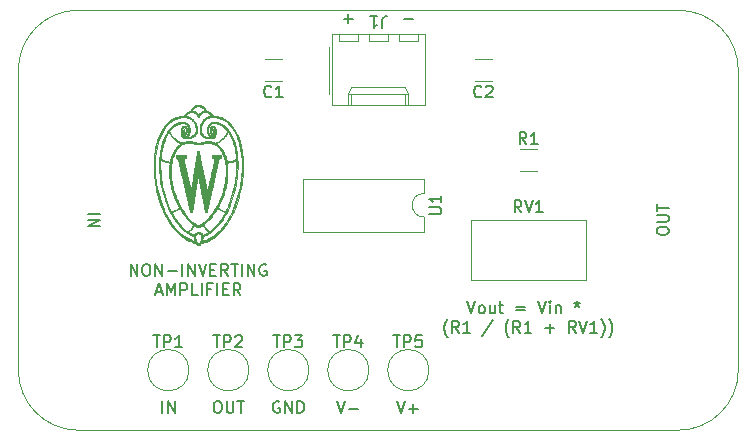
<source format=gbr>
G04 #@! TF.GenerationSoftware,KiCad,Pcbnew,5.1.8+dfsg1-1+b1*
G04 #@! TF.CreationDate,2021-02-01T14:20:05-06:00*
G04 #@! TF.ProjectId,DC_Amplifier,44435f41-6d70-46c6-9966-6965722e6b69,1.1.0*
G04 #@! TF.SameCoordinates,Original*
G04 #@! TF.FileFunction,Legend,Top*
G04 #@! TF.FilePolarity,Positive*
%FSLAX46Y46*%
G04 Gerber Fmt 4.6, Leading zero omitted, Abs format (unit mm)*
G04 Created by KiCad (PCBNEW 5.1.8+dfsg1-1+b1) date 2021-02-01 14:20:05*
%MOMM*%
%LPD*%
G01*
G04 APERTURE LIST*
%ADD10C,0.150000*%
G04 #@! TA.AperFunction,Profile*
%ADD11C,0.050000*%
G04 #@! TD*
%ADD12C,0.010000*%
%ADD13C,0.120000*%
G04 APERTURE END LIST*
D10*
X98679047Y-71826428D02*
X99440952Y-71826428D01*
X99060000Y-72207380D02*
X99060000Y-71445476D01*
X103759047Y-71826428D02*
X104520952Y-71826428D01*
X83296190Y-105227380D02*
X83296190Y-104227380D01*
X83772380Y-105227380D02*
X83772380Y-104227380D01*
X84343809Y-105227380D01*
X84343809Y-104227380D01*
X87900000Y-104227380D02*
X88090476Y-104227380D01*
X88185714Y-104275000D01*
X88280952Y-104370238D01*
X88328571Y-104560714D01*
X88328571Y-104894047D01*
X88280952Y-105084523D01*
X88185714Y-105179761D01*
X88090476Y-105227380D01*
X87900000Y-105227380D01*
X87804761Y-105179761D01*
X87709523Y-105084523D01*
X87661904Y-104894047D01*
X87661904Y-104560714D01*
X87709523Y-104370238D01*
X87804761Y-104275000D01*
X87900000Y-104227380D01*
X88757142Y-104227380D02*
X88757142Y-105036904D01*
X88804761Y-105132142D01*
X88852380Y-105179761D01*
X88947619Y-105227380D01*
X89138095Y-105227380D01*
X89233333Y-105179761D01*
X89280952Y-105132142D01*
X89328571Y-105036904D01*
X89328571Y-104227380D01*
X89661904Y-104227380D02*
X90233333Y-104227380D01*
X89947619Y-105227380D02*
X89947619Y-104227380D01*
X103187619Y-104227380D02*
X103520952Y-105227380D01*
X103854285Y-104227380D01*
X104187619Y-104846428D02*
X104949523Y-104846428D01*
X104568571Y-105227380D02*
X104568571Y-104465476D01*
X98107619Y-104227380D02*
X98440952Y-105227380D01*
X98774285Y-104227380D01*
X99107619Y-104846428D02*
X99869523Y-104846428D01*
X93218095Y-104275000D02*
X93122857Y-104227380D01*
X92980000Y-104227380D01*
X92837142Y-104275000D01*
X92741904Y-104370238D01*
X92694285Y-104465476D01*
X92646666Y-104655952D01*
X92646666Y-104798809D01*
X92694285Y-104989285D01*
X92741904Y-105084523D01*
X92837142Y-105179761D01*
X92980000Y-105227380D01*
X93075238Y-105227380D01*
X93218095Y-105179761D01*
X93265714Y-105132142D01*
X93265714Y-104798809D01*
X93075238Y-104798809D01*
X93694285Y-105227380D02*
X93694285Y-104227380D01*
X94265714Y-105227380D01*
X94265714Y-104227380D01*
X94741904Y-105227380D02*
X94741904Y-104227380D01*
X94980000Y-104227380D01*
X95122857Y-104275000D01*
X95218095Y-104370238D01*
X95265714Y-104465476D01*
X95313333Y-104655952D01*
X95313333Y-104798809D01*
X95265714Y-104989285D01*
X95218095Y-105084523D01*
X95122857Y-105179761D01*
X94980000Y-105227380D01*
X94741904Y-105227380D01*
X109133333Y-95782380D02*
X109466666Y-96782380D01*
X109800000Y-95782380D01*
X110276190Y-96782380D02*
X110180952Y-96734761D01*
X110133333Y-96687142D01*
X110085714Y-96591904D01*
X110085714Y-96306190D01*
X110133333Y-96210952D01*
X110180952Y-96163333D01*
X110276190Y-96115714D01*
X110419047Y-96115714D01*
X110514285Y-96163333D01*
X110561904Y-96210952D01*
X110609523Y-96306190D01*
X110609523Y-96591904D01*
X110561904Y-96687142D01*
X110514285Y-96734761D01*
X110419047Y-96782380D01*
X110276190Y-96782380D01*
X111466666Y-96115714D02*
X111466666Y-96782380D01*
X111038095Y-96115714D02*
X111038095Y-96639523D01*
X111085714Y-96734761D01*
X111180952Y-96782380D01*
X111323809Y-96782380D01*
X111419047Y-96734761D01*
X111466666Y-96687142D01*
X111800000Y-96115714D02*
X112180952Y-96115714D01*
X111942857Y-95782380D02*
X111942857Y-96639523D01*
X111990476Y-96734761D01*
X112085714Y-96782380D01*
X112180952Y-96782380D01*
X113276190Y-96258571D02*
X114038095Y-96258571D01*
X114038095Y-96544285D02*
X113276190Y-96544285D01*
X115133333Y-95782380D02*
X115466666Y-96782380D01*
X115800000Y-95782380D01*
X116133333Y-96782380D02*
X116133333Y-96115714D01*
X116133333Y-95782380D02*
X116085714Y-95830000D01*
X116133333Y-95877619D01*
X116180952Y-95830000D01*
X116133333Y-95782380D01*
X116133333Y-95877619D01*
X116609523Y-96115714D02*
X116609523Y-96782380D01*
X116609523Y-96210952D02*
X116657142Y-96163333D01*
X116752380Y-96115714D01*
X116895238Y-96115714D01*
X116990476Y-96163333D01*
X117038095Y-96258571D01*
X117038095Y-96782380D01*
X118419047Y-95782380D02*
X118419047Y-96020476D01*
X118180952Y-95925238D02*
X118419047Y-96020476D01*
X118657142Y-95925238D01*
X118276190Y-96210952D02*
X118419047Y-96020476D01*
X118561904Y-96210952D01*
X107466666Y-98813333D02*
X107419047Y-98765714D01*
X107323809Y-98622857D01*
X107276190Y-98527619D01*
X107228571Y-98384761D01*
X107180952Y-98146666D01*
X107180952Y-97956190D01*
X107228571Y-97718095D01*
X107276190Y-97575238D01*
X107323809Y-97480000D01*
X107419047Y-97337142D01*
X107466666Y-97289523D01*
X108419047Y-98432380D02*
X108085714Y-97956190D01*
X107847619Y-98432380D02*
X107847619Y-97432380D01*
X108228571Y-97432380D01*
X108323809Y-97480000D01*
X108371428Y-97527619D01*
X108419047Y-97622857D01*
X108419047Y-97765714D01*
X108371428Y-97860952D01*
X108323809Y-97908571D01*
X108228571Y-97956190D01*
X107847619Y-97956190D01*
X109371428Y-98432380D02*
X108800000Y-98432380D01*
X109085714Y-98432380D02*
X109085714Y-97432380D01*
X108990476Y-97575238D01*
X108895238Y-97670476D01*
X108800000Y-97718095D01*
X111276190Y-97384761D02*
X110419047Y-98670476D01*
X112657142Y-98813333D02*
X112609523Y-98765714D01*
X112514285Y-98622857D01*
X112466666Y-98527619D01*
X112419047Y-98384761D01*
X112371428Y-98146666D01*
X112371428Y-97956190D01*
X112419047Y-97718095D01*
X112466666Y-97575238D01*
X112514285Y-97480000D01*
X112609523Y-97337142D01*
X112657142Y-97289523D01*
X113609523Y-98432380D02*
X113276190Y-97956190D01*
X113038095Y-98432380D02*
X113038095Y-97432380D01*
X113419047Y-97432380D01*
X113514285Y-97480000D01*
X113561904Y-97527619D01*
X113609523Y-97622857D01*
X113609523Y-97765714D01*
X113561904Y-97860952D01*
X113514285Y-97908571D01*
X113419047Y-97956190D01*
X113038095Y-97956190D01*
X114561904Y-98432380D02*
X113990476Y-98432380D01*
X114276190Y-98432380D02*
X114276190Y-97432380D01*
X114180952Y-97575238D01*
X114085714Y-97670476D01*
X113990476Y-97718095D01*
X115752380Y-98051428D02*
X116514285Y-98051428D01*
X116133333Y-98432380D02*
X116133333Y-97670476D01*
X118323809Y-98432380D02*
X117990476Y-97956190D01*
X117752380Y-98432380D02*
X117752380Y-97432380D01*
X118133333Y-97432380D01*
X118228571Y-97480000D01*
X118276190Y-97527619D01*
X118323809Y-97622857D01*
X118323809Y-97765714D01*
X118276190Y-97860952D01*
X118228571Y-97908571D01*
X118133333Y-97956190D01*
X117752380Y-97956190D01*
X118609523Y-97432380D02*
X118942857Y-98432380D01*
X119276190Y-97432380D01*
X120133333Y-98432380D02*
X119561904Y-98432380D01*
X119847619Y-98432380D02*
X119847619Y-97432380D01*
X119752380Y-97575238D01*
X119657142Y-97670476D01*
X119561904Y-97718095D01*
X120466666Y-98813333D02*
X120514285Y-98765714D01*
X120609523Y-98622857D01*
X120657142Y-98527619D01*
X120704761Y-98384761D01*
X120752380Y-98146666D01*
X120752380Y-97956190D01*
X120704761Y-97718095D01*
X120657142Y-97575238D01*
X120609523Y-97480000D01*
X120514285Y-97337142D01*
X120466666Y-97289523D01*
X121133333Y-98813333D02*
X121180952Y-98765714D01*
X121276190Y-98622857D01*
X121323809Y-98527619D01*
X121371428Y-98384761D01*
X121419047Y-98146666D01*
X121419047Y-97956190D01*
X121371428Y-97718095D01*
X121323809Y-97575238D01*
X121276190Y-97480000D01*
X121180952Y-97337142D01*
X121133333Y-97289523D01*
X80621904Y-93607380D02*
X80621904Y-92607380D01*
X81193333Y-93607380D01*
X81193333Y-92607380D01*
X81860000Y-92607380D02*
X82050476Y-92607380D01*
X82145714Y-92655000D01*
X82240952Y-92750238D01*
X82288571Y-92940714D01*
X82288571Y-93274047D01*
X82240952Y-93464523D01*
X82145714Y-93559761D01*
X82050476Y-93607380D01*
X81860000Y-93607380D01*
X81764761Y-93559761D01*
X81669523Y-93464523D01*
X81621904Y-93274047D01*
X81621904Y-92940714D01*
X81669523Y-92750238D01*
X81764761Y-92655000D01*
X81860000Y-92607380D01*
X82717142Y-93607380D02*
X82717142Y-92607380D01*
X83288571Y-93607380D01*
X83288571Y-92607380D01*
X83764761Y-93226428D02*
X84526666Y-93226428D01*
X85002857Y-93607380D02*
X85002857Y-92607380D01*
X85479047Y-93607380D02*
X85479047Y-92607380D01*
X86050476Y-93607380D01*
X86050476Y-92607380D01*
X86383809Y-92607380D02*
X86717142Y-93607380D01*
X87050476Y-92607380D01*
X87383809Y-93083571D02*
X87717142Y-93083571D01*
X87860000Y-93607380D02*
X87383809Y-93607380D01*
X87383809Y-92607380D01*
X87860000Y-92607380D01*
X88860000Y-93607380D02*
X88526666Y-93131190D01*
X88288571Y-93607380D02*
X88288571Y-92607380D01*
X88669523Y-92607380D01*
X88764761Y-92655000D01*
X88812380Y-92702619D01*
X88860000Y-92797857D01*
X88860000Y-92940714D01*
X88812380Y-93035952D01*
X88764761Y-93083571D01*
X88669523Y-93131190D01*
X88288571Y-93131190D01*
X89145714Y-92607380D02*
X89717142Y-92607380D01*
X89431428Y-93607380D02*
X89431428Y-92607380D01*
X90050476Y-93607380D02*
X90050476Y-92607380D01*
X90526666Y-93607380D02*
X90526666Y-92607380D01*
X91098095Y-93607380D01*
X91098095Y-92607380D01*
X92098095Y-92655000D02*
X92002857Y-92607380D01*
X91860000Y-92607380D01*
X91717142Y-92655000D01*
X91621904Y-92750238D01*
X91574285Y-92845476D01*
X91526666Y-93035952D01*
X91526666Y-93178809D01*
X91574285Y-93369285D01*
X91621904Y-93464523D01*
X91717142Y-93559761D01*
X91860000Y-93607380D01*
X91955238Y-93607380D01*
X92098095Y-93559761D01*
X92145714Y-93512142D01*
X92145714Y-93178809D01*
X91955238Y-93178809D01*
X82788571Y-94971666D02*
X83264761Y-94971666D01*
X82693333Y-95257380D02*
X83026666Y-94257380D01*
X83360000Y-95257380D01*
X83693333Y-95257380D02*
X83693333Y-94257380D01*
X84026666Y-94971666D01*
X84360000Y-94257380D01*
X84360000Y-95257380D01*
X84836190Y-95257380D02*
X84836190Y-94257380D01*
X85217142Y-94257380D01*
X85312380Y-94305000D01*
X85360000Y-94352619D01*
X85407619Y-94447857D01*
X85407619Y-94590714D01*
X85360000Y-94685952D01*
X85312380Y-94733571D01*
X85217142Y-94781190D01*
X84836190Y-94781190D01*
X86312380Y-95257380D02*
X85836190Y-95257380D01*
X85836190Y-94257380D01*
X86645714Y-95257380D02*
X86645714Y-94257380D01*
X87455238Y-94733571D02*
X87121904Y-94733571D01*
X87121904Y-95257380D02*
X87121904Y-94257380D01*
X87598095Y-94257380D01*
X87979047Y-95257380D02*
X87979047Y-94257380D01*
X88455238Y-94733571D02*
X88788571Y-94733571D01*
X88931428Y-95257380D02*
X88455238Y-95257380D01*
X88455238Y-94257380D01*
X88931428Y-94257380D01*
X89931428Y-95257380D02*
X89598095Y-94781190D01*
X89360000Y-95257380D02*
X89360000Y-94257380D01*
X89740952Y-94257380D01*
X89836190Y-94305000D01*
X89883809Y-94352619D01*
X89931428Y-94447857D01*
X89931428Y-94590714D01*
X89883809Y-94685952D01*
X89836190Y-94733571D01*
X89740952Y-94781190D01*
X89360000Y-94781190D01*
X77017619Y-88376190D02*
X78017619Y-88376190D01*
X77017619Y-88852380D02*
X78017619Y-88852380D01*
X77017619Y-89423809D01*
X78017619Y-89423809D01*
X125182380Y-89900000D02*
X125182380Y-89709523D01*
X125230000Y-89614285D01*
X125325238Y-89519047D01*
X125515714Y-89471428D01*
X125849047Y-89471428D01*
X126039523Y-89519047D01*
X126134761Y-89614285D01*
X126182380Y-89709523D01*
X126182380Y-89900000D01*
X126134761Y-89995238D01*
X126039523Y-90090476D01*
X125849047Y-90138095D01*
X125515714Y-90138095D01*
X125325238Y-90090476D01*
X125230000Y-89995238D01*
X125182380Y-89900000D01*
X125182380Y-89042857D02*
X125991904Y-89042857D01*
X126087142Y-88995238D01*
X126134761Y-88947619D01*
X126182380Y-88852380D01*
X126182380Y-88661904D01*
X126134761Y-88566666D01*
X126087142Y-88519047D01*
X125991904Y-88471428D01*
X125182380Y-88471428D01*
X125182380Y-88138095D02*
X125182380Y-87566666D01*
X126182380Y-87852380D02*
X125182380Y-87852380D01*
D11*
X127000000Y-71120000D02*
X76200000Y-71120000D01*
X132080000Y-101600000D02*
X132080000Y-76200000D01*
X76200000Y-106680000D02*
X127000000Y-106680000D01*
X71120000Y-76200000D02*
X71120000Y-101600000D01*
X132080000Y-101600000D02*
G75*
G02*
X127000000Y-106680000I-5080000J0D01*
G01*
X76200000Y-106680000D02*
G75*
G02*
X71120000Y-101600000I0J5080000D01*
G01*
X71120000Y-76200000D02*
G75*
G02*
X76200000Y-71120000I5080000J0D01*
G01*
X127000000Y-71120000D02*
G75*
G02*
X132080000Y-76200000I0J-5080000D01*
G01*
D12*
G36*
X86387014Y-79143991D02*
G01*
X86432375Y-79146052D01*
X86473794Y-79149780D01*
X86508483Y-79155150D01*
X86511395Y-79155759D01*
X86590635Y-79177497D01*
X86664009Y-79207438D01*
X86731830Y-79245785D01*
X86794414Y-79292739D01*
X86852077Y-79348504D01*
X86898895Y-79404889D01*
X86920962Y-79436620D01*
X86943934Y-79473879D01*
X86966332Y-79513914D01*
X86986682Y-79553972D01*
X87003506Y-79591301D01*
X87014383Y-79620197D01*
X87019840Y-79636109D01*
X87024296Y-79647714D01*
X87026434Y-79651967D01*
X87032382Y-79654133D01*
X87045301Y-79657240D01*
X87058942Y-79659959D01*
X87099191Y-79669382D01*
X87144524Y-79683437D01*
X87191659Y-79700992D01*
X87237314Y-79720915D01*
X87241541Y-79722931D01*
X87314134Y-79762295D01*
X87381352Y-79807714D01*
X87442191Y-79858300D01*
X87495644Y-79913169D01*
X87540704Y-79971433D01*
X87561778Y-80005007D01*
X87584618Y-80044605D01*
X87639059Y-80047746D01*
X87745529Y-80055775D01*
X87844491Y-80067326D01*
X87938105Y-80082803D01*
X88028531Y-80102607D01*
X88117931Y-80127143D01*
X88190719Y-80150639D01*
X88321526Y-80200876D01*
X88448777Y-80260499D01*
X88572356Y-80329334D01*
X88692152Y-80407209D01*
X88808049Y-80493949D01*
X88919933Y-80589381D01*
X89027691Y-80693332D01*
X89131209Y-80805630D01*
X89230372Y-80926099D01*
X89325067Y-81054568D01*
X89415180Y-81190862D01*
X89500596Y-81334809D01*
X89581201Y-81486235D01*
X89656883Y-81644967D01*
X89727526Y-81810831D01*
X89793017Y-81983654D01*
X89853241Y-82163263D01*
X89908085Y-82349485D01*
X89957435Y-82542146D01*
X90001177Y-82741072D01*
X90039196Y-82946092D01*
X90042619Y-82966560D01*
X90059612Y-83073878D01*
X90074818Y-83180232D01*
X90088415Y-83287300D01*
X90100581Y-83396754D01*
X90111495Y-83510272D01*
X90121334Y-83629528D01*
X90130276Y-83756198D01*
X90135515Y-83840320D01*
X90137014Y-83872053D01*
X90138320Y-83912725D01*
X90139431Y-83961114D01*
X90140350Y-84016000D01*
X90141074Y-84076164D01*
X90141606Y-84140384D01*
X90141943Y-84207440D01*
X90142087Y-84276112D01*
X90142038Y-84345179D01*
X90141795Y-84413422D01*
X90141358Y-84479620D01*
X90140728Y-84542553D01*
X90139904Y-84600999D01*
X90138887Y-84653740D01*
X90137676Y-84699555D01*
X90136271Y-84737223D01*
X90135521Y-84752180D01*
X90120706Y-84980254D01*
X90102134Y-85200657D01*
X90079574Y-85415248D01*
X90052797Y-85625882D01*
X90021575Y-85834418D01*
X89985677Y-86042712D01*
X89958562Y-86184740D01*
X89903920Y-86442528D01*
X89843133Y-86695889D01*
X89776343Y-86944551D01*
X89703690Y-87188243D01*
X89625316Y-87426694D01*
X89541363Y-87659632D01*
X89451971Y-87886785D01*
X89357284Y-88107883D01*
X89257441Y-88322653D01*
X89152585Y-88530825D01*
X89042856Y-88732126D01*
X88928397Y-88926286D01*
X88809349Y-89113033D01*
X88685853Y-89292096D01*
X88558051Y-89463202D01*
X88426084Y-89626082D01*
X88290094Y-89780462D01*
X88150222Y-89926073D01*
X88006610Y-90062641D01*
X87880289Y-90172593D01*
X87743014Y-90281660D01*
X87601799Y-90383264D01*
X87457294Y-90477063D01*
X87310149Y-90562714D01*
X87161014Y-90639876D01*
X87010540Y-90708204D01*
X86859377Y-90767358D01*
X86708174Y-90816995D01*
X86600991Y-90846312D01*
X86537344Y-90862251D01*
X86521635Y-90885083D01*
X86504591Y-90908346D01*
X86484320Y-90933671D01*
X86462624Y-90959020D01*
X86441308Y-90982358D01*
X86422175Y-91001647D01*
X86407028Y-91014850D01*
X86406183Y-91015479D01*
X86383935Y-91029595D01*
X86365278Y-91035820D01*
X86347957Y-91034570D01*
X86334181Y-91028815D01*
X86320991Y-91019444D01*
X86303303Y-91003706D01*
X86282753Y-90983330D01*
X86260982Y-90960045D01*
X86239628Y-90935582D01*
X86220330Y-90911669D01*
X86210140Y-90897911D01*
X86197365Y-90880384D01*
X86187746Y-90869308D01*
X86178771Y-90862702D01*
X86167924Y-90858586D01*
X86156800Y-90855887D01*
X86132077Y-90849853D01*
X86099916Y-90841219D01*
X86062503Y-90830636D01*
X86022024Y-90818759D01*
X85980666Y-90806241D01*
X85940614Y-90793736D01*
X85904055Y-90781897D01*
X85873174Y-90771377D01*
X85868262Y-90769629D01*
X85702831Y-90704883D01*
X85540279Y-90630418D01*
X85380659Y-90546275D01*
X85224023Y-90452493D01*
X85070422Y-90349114D01*
X84919910Y-90236177D01*
X84772537Y-90113722D01*
X84628357Y-89981790D01*
X84487422Y-89840420D01*
X84349783Y-89689654D01*
X84215494Y-89529531D01*
X84149719Y-89446100D01*
X84024395Y-89277017D01*
X83902577Y-89098870D01*
X83784589Y-88912241D01*
X83670754Y-88717715D01*
X83561397Y-88515873D01*
X83456840Y-88307302D01*
X83357407Y-88092583D01*
X83263423Y-87872300D01*
X83228289Y-87784940D01*
X83127925Y-87518042D01*
X83035635Y-87245710D01*
X82951509Y-86968589D01*
X82875632Y-86687325D01*
X82808093Y-86402562D01*
X82748978Y-86114947D01*
X82698376Y-85825126D01*
X82656373Y-85533744D01*
X82623058Y-85241446D01*
X82598517Y-84948879D01*
X82582838Y-84656688D01*
X82576547Y-84384462D01*
X82686287Y-84384462D01*
X82688822Y-84549384D01*
X82693993Y-84711364D01*
X82701793Y-84867853D01*
X82705244Y-84922360D01*
X82730618Y-85229241D01*
X82765342Y-85533647D01*
X82809348Y-85835270D01*
X82862567Y-86133805D01*
X82924930Y-86428945D01*
X82996367Y-86720384D01*
X83076811Y-87007816D01*
X83166192Y-87290935D01*
X83264442Y-87569434D01*
X83350684Y-87791931D01*
X83415957Y-87947947D01*
X83486386Y-88105661D01*
X83560914Y-88262941D01*
X83638488Y-88417656D01*
X83718051Y-88567674D01*
X83798549Y-88710864D01*
X83842985Y-88786182D01*
X83959807Y-88973112D01*
X84080417Y-89151375D01*
X84204719Y-89320884D01*
X84332616Y-89481555D01*
X84464011Y-89633304D01*
X84598807Y-89776046D01*
X84736907Y-89909697D01*
X84878214Y-90034171D01*
X85022632Y-90149386D01*
X85170063Y-90255255D01*
X85320411Y-90351695D01*
X85473578Y-90438620D01*
X85629467Y-90515947D01*
X85787983Y-90583591D01*
X85949027Y-90641467D01*
X85982043Y-90652023D01*
X86009381Y-90660486D01*
X86033552Y-90667788D01*
X86052797Y-90673411D01*
X86065357Y-90676839D01*
X86069238Y-90677656D01*
X86072388Y-90675383D01*
X86070497Y-90666908D01*
X86067209Y-90658950D01*
X86056747Y-90633084D01*
X86045009Y-90600389D01*
X86032971Y-90563943D01*
X86021606Y-90526824D01*
X86011889Y-90492111D01*
X86004795Y-90462883D01*
X86004098Y-90459560D01*
X85999266Y-90431076D01*
X85994933Y-90396556D01*
X85991564Y-90360119D01*
X85989903Y-90333042D01*
X85986890Y-90265868D01*
X86096905Y-90265868D01*
X86097163Y-90310783D01*
X86097337Y-90314780D01*
X86106427Y-90401631D01*
X86125464Y-90488713D01*
X86154264Y-90575497D01*
X86192642Y-90661460D01*
X86240413Y-90746074D01*
X86258867Y-90774601D01*
X86284326Y-90811751D01*
X86305734Y-90840462D01*
X86323917Y-90861208D01*
X86339699Y-90874465D01*
X86353907Y-90880707D01*
X86367365Y-90880408D01*
X86380899Y-90874043D01*
X86395334Y-90862087D01*
X86401040Y-90856369D01*
X86418353Y-90836242D01*
X86438748Y-90809034D01*
X86460884Y-90776807D01*
X86483420Y-90741627D01*
X86505014Y-90705558D01*
X86524324Y-90670663D01*
X86533723Y-90652235D01*
X86563997Y-90583853D01*
X86589291Y-90512860D01*
X86608108Y-90443495D01*
X86609129Y-90438877D01*
X86616248Y-90397133D01*
X86620882Y-90350440D01*
X86623034Y-90301358D01*
X86622707Y-90252448D01*
X86619904Y-90206270D01*
X86614628Y-90165385D01*
X86608779Y-90138745D01*
X86598121Y-90117399D01*
X86578756Y-90096104D01*
X86552095Y-90075838D01*
X86519549Y-90057578D01*
X86482527Y-90042301D01*
X86459060Y-90035055D01*
X86440157Y-90031112D01*
X86415259Y-90027526D01*
X86388527Y-90024852D01*
X86376653Y-90024075D01*
X86331525Y-90024554D01*
X86287178Y-90030308D01*
X86244939Y-90040741D01*
X86206135Y-90055259D01*
X86172094Y-90073267D01*
X86144141Y-90094170D01*
X86123605Y-90117373D01*
X86111812Y-90142282D01*
X86111654Y-90142869D01*
X86104437Y-90178474D01*
X86099425Y-90220620D01*
X86096905Y-90265868D01*
X85986890Y-90265868D01*
X85986620Y-90259864D01*
X85900591Y-90225256D01*
X85755922Y-90161754D01*
X85612939Y-90088378D01*
X85471888Y-90005310D01*
X85333016Y-89912733D01*
X85322792Y-89905097D01*
X85521212Y-89905097D01*
X85522726Y-89908565D01*
X85532731Y-89916102D01*
X85550440Y-89927446D01*
X85574486Y-89941829D01*
X85603502Y-89958483D01*
X85636120Y-89976639D01*
X85670974Y-89995529D01*
X85706695Y-90014384D01*
X85741918Y-90032437D01*
X85752940Y-90037958D01*
X85781532Y-90051918D01*
X85813008Y-90066819D01*
X85845923Y-90082026D01*
X85878832Y-90096903D01*
X85910292Y-90110815D01*
X85938859Y-90123124D01*
X85963087Y-90133195D01*
X85981534Y-90140392D01*
X85992755Y-90144079D01*
X85994701Y-90144422D01*
X85997372Y-90140025D01*
X86001057Y-90128521D01*
X86003685Y-90117930D01*
X86017916Y-90077272D01*
X86041293Y-90040049D01*
X86073268Y-90006653D01*
X86113294Y-89977474D01*
X86160824Y-89952904D01*
X86215311Y-89933332D01*
X86276207Y-89919151D01*
X86283800Y-89917850D01*
X86337481Y-89912661D01*
X86393329Y-89913953D01*
X86449522Y-89921256D01*
X86504237Y-89934100D01*
X86555652Y-89952013D01*
X86601944Y-89974526D01*
X86641290Y-90001169D01*
X86655672Y-90013828D01*
X86678311Y-90039554D01*
X86697647Y-90069093D01*
X86711848Y-90099244D01*
X86718667Y-90123893D01*
X86721164Y-90136718D01*
X86723446Y-90143984D01*
X86724044Y-90144600D01*
X86732258Y-90142515D01*
X86748243Y-90136667D01*
X86770599Y-90127666D01*
X86797924Y-90116122D01*
X86828818Y-90102645D01*
X86861881Y-90087845D01*
X86895713Y-90072332D01*
X86928913Y-90056715D01*
X86956900Y-90043173D01*
X86988547Y-90027288D01*
X87022414Y-90009719D01*
X87057140Y-89991227D01*
X87091369Y-89972571D01*
X87123741Y-89954513D01*
X87152899Y-89937812D01*
X87177483Y-89923230D01*
X87196137Y-89911527D01*
X87207500Y-89903462D01*
X87209256Y-89901895D01*
X87207459Y-89897148D01*
X87199230Y-89888037D01*
X87186231Y-89876345D01*
X87182942Y-89873641D01*
X87122409Y-89821521D01*
X87060954Y-89762794D01*
X87000569Y-89699641D01*
X86943245Y-89634242D01*
X86890976Y-89568777D01*
X86845752Y-89505428D01*
X86843463Y-89501980D01*
X86831811Y-89483465D01*
X86817818Y-89459860D01*
X86802503Y-89433036D01*
X86786882Y-89404863D01*
X86771973Y-89377213D01*
X86758795Y-89351958D01*
X86748365Y-89330969D01*
X86741701Y-89316117D01*
X86740341Y-89312386D01*
X86735405Y-89311949D01*
X86722832Y-89317877D01*
X86702550Y-89330208D01*
X86682442Y-89343542D01*
X86650622Y-89364350D01*
X86615391Y-89386019D01*
X86578026Y-89407886D01*
X86539806Y-89429286D01*
X86502008Y-89449556D01*
X86465910Y-89468033D01*
X86432791Y-89484052D01*
X86403928Y-89496951D01*
X86380600Y-89506065D01*
X86364083Y-89510730D01*
X86359567Y-89511204D01*
X86348006Y-89508736D01*
X86329038Y-89501681D01*
X86303948Y-89490715D01*
X86274019Y-89476513D01*
X86240537Y-89459752D01*
X86204784Y-89441107D01*
X86168046Y-89421254D01*
X86131607Y-89400867D01*
X86096750Y-89380624D01*
X86064760Y-89361200D01*
X86036922Y-89343270D01*
X86025419Y-89335398D01*
X85993098Y-89312725D01*
X85958901Y-89380342D01*
X85914733Y-89459312D01*
X85861829Y-89539398D01*
X85801308Y-89619233D01*
X85734287Y-89697453D01*
X85661883Y-89772694D01*
X85585215Y-89843592D01*
X85565906Y-89860146D01*
X85545072Y-89878053D01*
X85531313Y-89890802D01*
X85523678Y-89899460D01*
X85521212Y-89905097D01*
X85322792Y-89905097D01*
X85196570Y-89810830D01*
X85062796Y-89699783D01*
X84931941Y-89579776D01*
X84804251Y-89450992D01*
X84695795Y-89331800D01*
X84566555Y-89177190D01*
X84441335Y-89013430D01*
X84320262Y-88840752D01*
X84203462Y-88659391D01*
X84091061Y-88469579D01*
X83983185Y-88271551D01*
X83955502Y-88216300D01*
X84082295Y-88216300D01*
X84084926Y-88223153D01*
X84091901Y-88237587D01*
X84102542Y-88258351D01*
X84116170Y-88284195D01*
X84132105Y-88313870D01*
X84149670Y-88346124D01*
X84168183Y-88379707D01*
X84186968Y-88413370D01*
X84205345Y-88445860D01*
X84222634Y-88475930D01*
X84231744Y-88491509D01*
X84330991Y-88654428D01*
X84431365Y-88808012D01*
X84533477Y-88953076D01*
X84637935Y-89090430D01*
X84745350Y-89220887D01*
X84856332Y-89345261D01*
X84932520Y-89425113D01*
X85039986Y-89530949D01*
X85146236Y-89627749D01*
X85252280Y-89716390D01*
X85359133Y-89797749D01*
X85381491Y-89813793D01*
X85406717Y-89831508D01*
X85425106Y-89843824D01*
X85437948Y-89851441D01*
X85446529Y-89855061D01*
X85452138Y-89855386D01*
X85455151Y-89853904D01*
X85462229Y-89848226D01*
X85475207Y-89837636D01*
X85492164Y-89823705D01*
X85509100Y-89809727D01*
X85527596Y-89793743D01*
X85551066Y-89772426D01*
X85577412Y-89747739D01*
X85604538Y-89721646D01*
X85628559Y-89697905D01*
X85698575Y-89624090D01*
X85759729Y-89551871D01*
X85812920Y-89480037D01*
X85859052Y-89407376D01*
X85896748Y-89337309D01*
X85930421Y-89269158D01*
X85915667Y-89258569D01*
X85906757Y-89251867D01*
X85891610Y-89240150D01*
X85871927Y-89224744D01*
X85849407Y-89206979D01*
X85833857Y-89194640D01*
X85727229Y-89105045D01*
X85620252Y-89005703D01*
X85513247Y-88897006D01*
X85406537Y-88779343D01*
X85300444Y-88653106D01*
X85195291Y-88518686D01*
X85091401Y-88376473D01*
X84989094Y-88226858D01*
X84888696Y-88070233D01*
X84838546Y-87988140D01*
X84822004Y-87960689D01*
X84807159Y-87936183D01*
X84794830Y-87915966D01*
X84785836Y-87901379D01*
X84780998Y-87893765D01*
X84780481Y-87893044D01*
X84775436Y-87894363D01*
X84764539Y-87900970D01*
X84749723Y-87911628D01*
X84741920Y-87917714D01*
X84665375Y-87973366D01*
X84580110Y-88025183D01*
X84486963Y-88072775D01*
X84386772Y-88115752D01*
X84280376Y-88153724D01*
X84168612Y-88186300D01*
X84160360Y-88188432D01*
X84128986Y-88196725D01*
X84106528Y-88203316D01*
X84091954Y-88208573D01*
X84084232Y-88212865D01*
X84082295Y-88216300D01*
X83955502Y-88216300D01*
X83879962Y-88065539D01*
X83781517Y-87851778D01*
X83687978Y-87630500D01*
X83599469Y-87401940D01*
X83516119Y-87166330D01*
X83504566Y-87131887D01*
X83415656Y-86849570D01*
X83336084Y-86564332D01*
X83265804Y-86275918D01*
X83204765Y-85984075D01*
X83152921Y-85688550D01*
X83110223Y-85389091D01*
X83076623Y-85085443D01*
X83052073Y-84777354D01*
X83050007Y-84744560D01*
X83047528Y-84697279D01*
X83045317Y-84641448D01*
X83043390Y-84578673D01*
X83041761Y-84510562D01*
X83040448Y-84438721D01*
X83039464Y-84364756D01*
X83038826Y-84290275D01*
X83038668Y-84248027D01*
X83150806Y-84248027D01*
X83150952Y-84301941D01*
X83151274Y-84353486D01*
X83151779Y-84401522D01*
X83152473Y-84444911D01*
X83153362Y-84482514D01*
X83154045Y-84503260D01*
X83169923Y-84803146D01*
X83194726Y-85100769D01*
X83228371Y-85395784D01*
X83270778Y-85687845D01*
X83321863Y-85976607D01*
X83381544Y-86261725D01*
X83449740Y-86542853D01*
X83526367Y-86819646D01*
X83611345Y-87091759D01*
X83704591Y-87358846D01*
X83806022Y-87620562D01*
X83915556Y-87876562D01*
X83999796Y-88057990D01*
X84015173Y-88089367D01*
X84027139Y-88112212D01*
X84036193Y-88127367D01*
X84042837Y-88135676D01*
X84047252Y-88138000D01*
X84055269Y-88136791D01*
X84071065Y-88133473D01*
X84092585Y-88128508D01*
X84117779Y-88122358D01*
X84126523Y-88120154D01*
X84234054Y-88089723D01*
X84336356Y-88054525D01*
X84432588Y-88014949D01*
X84521906Y-87971390D01*
X84603468Y-87924237D01*
X84676429Y-87873885D01*
X84705463Y-87850922D01*
X84740027Y-87822364D01*
X84718498Y-87783332D01*
X84689283Y-87730111D01*
X84663008Y-87681632D01*
X84638448Y-87635552D01*
X84614377Y-87589530D01*
X84589569Y-87541222D01*
X84562799Y-87488287D01*
X84534582Y-87431880D01*
X84486840Y-87334946D01*
X84443783Y-87245014D01*
X84404726Y-87160460D01*
X84368984Y-87079661D01*
X84335873Y-87000992D01*
X84304706Y-86922831D01*
X84274800Y-86843554D01*
X84245470Y-86761536D01*
X84218512Y-86682580D01*
X84145143Y-86449193D01*
X84081445Y-86216055D01*
X84027219Y-85982148D01*
X83982262Y-85746454D01*
X83946372Y-85507955D01*
X83919350Y-85265631D01*
X83906246Y-85102700D01*
X83902467Y-85037650D01*
X83899488Y-84965893D01*
X83897310Y-84889218D01*
X83895934Y-84809416D01*
X83895886Y-84802520D01*
X84036878Y-84802520D01*
X84040763Y-84955933D01*
X84048687Y-85111080D01*
X84060651Y-85266444D01*
X84061701Y-85277960D01*
X84084361Y-85482471D01*
X84114587Y-85688128D01*
X84152067Y-85893734D01*
X84196492Y-86098091D01*
X84247551Y-86300001D01*
X84304934Y-86498268D01*
X84368330Y-86691694D01*
X84437428Y-86879081D01*
X84511918Y-87059233D01*
X84539791Y-87121638D01*
X84629882Y-87312834D01*
X84723645Y-87499349D01*
X84820624Y-87680410D01*
X84920364Y-87855245D01*
X85022407Y-88023082D01*
X85126300Y-88183150D01*
X85231586Y-88334677D01*
X85337809Y-88476891D01*
X85346862Y-88488520D01*
X85428136Y-88588966D01*
X85513076Y-88687123D01*
X85600387Y-88781653D01*
X85688776Y-88871222D01*
X85776947Y-88954491D01*
X85863606Y-89030127D01*
X85902069Y-89061560D01*
X85935208Y-89087068D01*
X85974257Y-89115545D01*
X86016983Y-89145486D01*
X86061155Y-89175383D01*
X86104541Y-89203732D01*
X86144907Y-89229027D01*
X86180023Y-89249762D01*
X86186118Y-89253173D01*
X86210906Y-89266482D01*
X86238349Y-89280539D01*
X86266779Y-89294563D01*
X86294526Y-89307774D01*
X86319920Y-89319391D01*
X86341291Y-89328635D01*
X86356970Y-89334724D01*
X86365223Y-89336880D01*
X86371928Y-89334696D01*
X86386235Y-89328593D01*
X86406683Y-89319244D01*
X86431812Y-89307321D01*
X86460161Y-89293497D01*
X86469370Y-89288933D01*
X86515786Y-89264876D01*
X86801963Y-89264876D01*
X86804085Y-89270428D01*
X86809917Y-89283371D01*
X86818663Y-89301995D01*
X86829524Y-89324586D01*
X86834278Y-89334340D01*
X86881362Y-89420364D01*
X86938243Y-89505947D01*
X87005019Y-89591214D01*
X87081786Y-89676292D01*
X87144860Y-89738990D01*
X87160865Y-89753913D01*
X87179944Y-89771209D01*
X87200652Y-89789623D01*
X87221539Y-89807903D01*
X87241161Y-89824796D01*
X87258068Y-89839049D01*
X87270815Y-89849409D01*
X87277953Y-89854622D01*
X87278834Y-89855000D01*
X87283565Y-89852293D01*
X87294470Y-89845063D01*
X87309466Y-89834702D01*
X87314394Y-89831232D01*
X87453013Y-89727271D01*
X87588432Y-89613744D01*
X87720565Y-89490753D01*
X87849326Y-89358404D01*
X87974629Y-89216800D01*
X88096388Y-89066045D01*
X88214517Y-88906244D01*
X88328932Y-88737500D01*
X88439545Y-88559917D01*
X88546271Y-88373599D01*
X88599799Y-88274066D01*
X88636473Y-88204392D01*
X88622186Y-88201183D01*
X88525060Y-88176449D01*
X88429168Y-88146365D01*
X88335901Y-88111554D01*
X88246654Y-88072639D01*
X88162820Y-88030243D01*
X88085792Y-87984990D01*
X88016964Y-87937501D01*
X87995844Y-87921090D01*
X87977245Y-87906750D01*
X87961405Y-87895628D01*
X87949997Y-87888826D01*
X87944698Y-87887445D01*
X87944692Y-87887451D01*
X87941012Y-87892844D01*
X87932920Y-87905665D01*
X87921211Y-87924619D01*
X87906684Y-87948411D01*
X87890134Y-87975746D01*
X87881145Y-87990680D01*
X87820575Y-88089050D01*
X87755521Y-88190208D01*
X87687681Y-88291657D01*
X87618751Y-88390900D01*
X87550429Y-88485441D01*
X87491581Y-88563515D01*
X87402153Y-88675753D01*
X87310316Y-88783723D01*
X87216971Y-88886495D01*
X87123015Y-88983141D01*
X87029349Y-89072733D01*
X86936872Y-89154342D01*
X86856070Y-89219682D01*
X86836198Y-89235263D01*
X86819609Y-89248729D01*
X86807785Y-89258841D01*
X86802208Y-89264362D01*
X86801963Y-89264876D01*
X86515786Y-89264876D01*
X86538722Y-89252989D01*
X86603389Y-89216263D01*
X86665700Y-89177245D01*
X86727988Y-89134420D01*
X86792585Y-89086277D01*
X86842600Y-89046855D01*
X86951519Y-88954166D01*
X87060070Y-88851560D01*
X87168078Y-88739280D01*
X87275364Y-88617566D01*
X87381754Y-88486662D01*
X87487070Y-88346808D01*
X87591136Y-88198247D01*
X87693775Y-88041219D01*
X87794811Y-87875968D01*
X87829777Y-87814941D01*
X87984286Y-87814941D01*
X88003993Y-87831856D01*
X88081772Y-87892342D01*
X88168353Y-87947853D01*
X88263659Y-87998351D01*
X88367611Y-88043799D01*
X88480132Y-88084157D01*
X88584303Y-88114931D01*
X88609435Y-88121476D01*
X88631895Y-88126942D01*
X88649407Y-88130799D01*
X88659690Y-88132520D01*
X88660344Y-88132558D01*
X88664788Y-88131761D01*
X88669482Y-88128342D01*
X88675113Y-88121172D01*
X88682373Y-88109125D01*
X88691948Y-88091072D01*
X88704529Y-88065886D01*
X88718052Y-88038126D01*
X88779951Y-87905865D01*
X88841705Y-87765227D01*
X88902600Y-87617978D01*
X88961925Y-87465882D01*
X89018965Y-87310708D01*
X89063201Y-87183389D01*
X89155384Y-86895269D01*
X89238474Y-86602822D01*
X89312412Y-86306364D01*
X89377139Y-86006213D01*
X89432599Y-85702688D01*
X89478732Y-85396106D01*
X89515481Y-85086786D01*
X89542787Y-84775045D01*
X89560321Y-84467700D01*
X89561245Y-84441007D01*
X89562086Y-84407543D01*
X89562839Y-84368373D01*
X89563501Y-84324560D01*
X89564069Y-84277168D01*
X89564540Y-84227259D01*
X89564911Y-84175899D01*
X89565176Y-84124149D01*
X89565335Y-84073074D01*
X89565382Y-84023738D01*
X89565315Y-83977204D01*
X89565131Y-83934535D01*
X89564825Y-83896796D01*
X89564394Y-83865050D01*
X89563836Y-83840360D01*
X89563146Y-83823789D01*
X89562396Y-83816640D01*
X89560662Y-83811732D01*
X89557541Y-83809566D01*
X89551193Y-83810506D01*
X89539780Y-83814914D01*
X89521463Y-83823156D01*
X89515475Y-83825910D01*
X89377113Y-83884043D01*
X89235121Y-83932761D01*
X89090063Y-83971901D01*
X88942504Y-84001303D01*
X88862227Y-84013042D01*
X88834857Y-84016603D01*
X88811332Y-84019784D01*
X88793359Y-84022343D01*
X88782647Y-84024039D01*
X88780388Y-84024566D01*
X88780700Y-84029739D01*
X88782170Y-84043125D01*
X88784577Y-84062869D01*
X88787702Y-84087119D01*
X88788784Y-84095283D01*
X88806208Y-84249804D01*
X88818329Y-84411702D01*
X88825149Y-84579689D01*
X88826672Y-84752477D01*
X88822902Y-84928779D01*
X88813841Y-85107308D01*
X88799493Y-85286776D01*
X88785384Y-85420200D01*
X88756835Y-85631830D01*
X88720804Y-85843478D01*
X88677603Y-86053989D01*
X88627544Y-86262211D01*
X88570936Y-86466989D01*
X88508091Y-86667169D01*
X88439321Y-86861598D01*
X88364935Y-87049121D01*
X88315581Y-87162640D01*
X88299413Y-87197786D01*
X88279350Y-87240191D01*
X88256150Y-87288341D01*
X88230571Y-87340721D01*
X88203372Y-87395815D01*
X88175309Y-87452110D01*
X88147142Y-87508089D01*
X88119629Y-87562240D01*
X88093527Y-87613045D01*
X88069595Y-87658992D01*
X88048592Y-87698565D01*
X88033484Y-87726280D01*
X87984286Y-87814941D01*
X87829777Y-87814941D01*
X87894067Y-87702735D01*
X87991366Y-87521761D01*
X88071773Y-87363300D01*
X88114129Y-87276835D01*
X88152113Y-87197538D01*
X88186422Y-87123774D01*
X88217755Y-87053907D01*
X88246810Y-86986301D01*
X88274287Y-86919321D01*
X88300884Y-86851331D01*
X88327300Y-86780695D01*
X88354232Y-86705779D01*
X88361842Y-86684154D01*
X88421644Y-86502896D01*
X88475764Y-86317101D01*
X88524094Y-86127705D01*
X88566529Y-85935642D01*
X88602964Y-85741849D01*
X88633293Y-85547259D01*
X88657410Y-85352810D01*
X88675211Y-85159434D01*
X88686588Y-84968069D01*
X88691438Y-84779649D01*
X88689654Y-84595109D01*
X88681130Y-84415385D01*
X88665761Y-84241411D01*
X88650881Y-84123597D01*
X88624018Y-83960290D01*
X88591113Y-83803552D01*
X88552269Y-83653577D01*
X88507585Y-83510558D01*
X88457164Y-83374689D01*
X88401106Y-83246162D01*
X88339512Y-83125170D01*
X88272484Y-83011908D01*
X88200123Y-82906567D01*
X88122529Y-82809341D01*
X88039806Y-82720423D01*
X87952052Y-82640006D01*
X87859370Y-82568284D01*
X87823040Y-82543454D01*
X87756368Y-82503585D01*
X87684871Y-82468943D01*
X87607656Y-82439229D01*
X87523827Y-82414148D01*
X87471300Y-82402217D01*
X87892658Y-82402217D01*
X87894410Y-82406918D01*
X87902764Y-82415659D01*
X87915990Y-82426666D01*
X87918058Y-82428232D01*
X88013321Y-82505515D01*
X88105004Y-82591826D01*
X88192727Y-82686547D01*
X88276108Y-82789061D01*
X88354764Y-82898752D01*
X88428315Y-83015002D01*
X88496377Y-83137194D01*
X88558570Y-83264713D01*
X88614511Y-83396939D01*
X88663819Y-83533258D01*
X88706112Y-83673052D01*
X88719130Y-83722465D01*
X88725425Y-83748066D01*
X88732372Y-83777591D01*
X88739598Y-83809310D01*
X88746730Y-83841493D01*
X88753395Y-83872408D01*
X88759220Y-83900325D01*
X88763831Y-83923513D01*
X88766855Y-83940243D01*
X88767920Y-83948716D01*
X88772652Y-83948996D01*
X88785686Y-83947973D01*
X88805282Y-83945869D01*
X88829695Y-83942905D01*
X88857184Y-83939301D01*
X88886007Y-83935280D01*
X88914421Y-83931062D01*
X88940684Y-83926869D01*
X88943180Y-83926451D01*
X89003655Y-83914901D01*
X89069998Y-83899845D01*
X89138892Y-83882126D01*
X89207024Y-83862590D01*
X89260680Y-83845579D01*
X89299130Y-83832233D01*
X89340778Y-83816837D01*
X89383589Y-83800222D01*
X89425528Y-83783219D01*
X89464560Y-83766658D01*
X89498651Y-83751370D01*
X89525764Y-83738185D01*
X89532460Y-83734641D01*
X89557860Y-83720825D01*
X89556295Y-83677702D01*
X89555394Y-83658496D01*
X89553855Y-83631725D01*
X89551840Y-83599951D01*
X89549512Y-83565739D01*
X89547322Y-83535520D01*
X89528234Y-83327667D01*
X89502486Y-83124959D01*
X89470174Y-82927702D01*
X89431389Y-82736204D01*
X89386226Y-82550771D01*
X89334778Y-82371712D01*
X89277138Y-82199333D01*
X89213400Y-82033941D01*
X89143657Y-81875845D01*
X89068003Y-81725350D01*
X88986530Y-81582765D01*
X88923850Y-81484470D01*
X88909070Y-81462589D01*
X88896251Y-81444083D01*
X88886442Y-81430431D01*
X88880696Y-81423116D01*
X88879715Y-81422286D01*
X88876630Y-81426611D01*
X88870474Y-81438179D01*
X88862302Y-81454952D01*
X88857393Y-81465517D01*
X88824749Y-81529549D01*
X88783876Y-81597291D01*
X88735537Y-81667721D01*
X88680496Y-81739818D01*
X88619514Y-81812561D01*
X88553355Y-81884928D01*
X88513987Y-81925252D01*
X88402427Y-82030748D01*
X88283388Y-82131436D01*
X88156205Y-82227836D01*
X88020215Y-82320472D01*
X87974883Y-82349310D01*
X87949637Y-82365188D01*
X87927332Y-82379360D01*
X87909418Y-82390894D01*
X87897349Y-82398855D01*
X87892658Y-82402217D01*
X87471300Y-82402217D01*
X87432490Y-82393402D01*
X87332751Y-82376694D01*
X87312500Y-82373915D01*
X87275053Y-82370044D01*
X87230417Y-82367209D01*
X87180935Y-82365412D01*
X87128949Y-82364654D01*
X87076804Y-82364938D01*
X87026841Y-82366264D01*
X86981405Y-82368636D01*
X86942839Y-82372053D01*
X86930440Y-82373632D01*
X86871998Y-82382800D01*
X86810159Y-82394317D01*
X86743112Y-82408554D01*
X86669046Y-82425881D01*
X86639400Y-82433174D01*
X86578535Y-82448102D01*
X86526284Y-82460359D01*
X86481502Y-82470105D01*
X86443042Y-82477498D01*
X86409761Y-82482696D01*
X86380512Y-82485859D01*
X86354152Y-82487145D01*
X86329535Y-82486712D01*
X86305516Y-82484720D01*
X86286082Y-82482128D01*
X86267962Y-82478873D01*
X86241769Y-82473476D01*
X86209268Y-82466335D01*
X86172223Y-82457849D01*
X86132398Y-82448416D01*
X86091558Y-82438434D01*
X86081705Y-82435976D01*
X86004954Y-82417241D01*
X85936400Y-82401631D01*
X85874638Y-82388950D01*
X85818261Y-82379003D01*
X85765866Y-82371593D01*
X85716047Y-82366524D01*
X85667398Y-82363601D01*
X85618515Y-82362627D01*
X85567993Y-82363408D01*
X85562491Y-82363585D01*
X85457174Y-82370190D01*
X85354849Y-82382660D01*
X85257029Y-82400720D01*
X85165225Y-82424092D01*
X85084606Y-82451099D01*
X85003488Y-82486932D01*
X84922587Y-82532397D01*
X84842525Y-82586973D01*
X84763924Y-82650139D01*
X84687404Y-82721376D01*
X84613588Y-82800162D01*
X84543097Y-82885977D01*
X84506520Y-82935213D01*
X84438587Y-83037568D01*
X84375253Y-83148512D01*
X84316712Y-83267480D01*
X84263157Y-83393907D01*
X84214781Y-83527227D01*
X84171777Y-83666875D01*
X84134339Y-83812285D01*
X84102659Y-83962891D01*
X84076932Y-84118129D01*
X84061738Y-84236560D01*
X84049464Y-84367860D01*
X84041229Y-84506966D01*
X84037034Y-84652358D01*
X84036878Y-84802520D01*
X83895886Y-84802520D01*
X83895359Y-84728278D01*
X83895586Y-84647594D01*
X83896616Y-84569156D01*
X83898448Y-84494753D01*
X83901082Y-84426176D01*
X83904520Y-84365217D01*
X83906130Y-84343240D01*
X83909444Y-84303794D01*
X83913321Y-84261691D01*
X83917577Y-84218609D01*
X83922025Y-84176227D01*
X83926482Y-84136225D01*
X83930763Y-84100281D01*
X83934682Y-84070074D01*
X83938056Y-84047284D01*
X83939774Y-84037702D01*
X83940746Y-84030363D01*
X83938511Y-84026017D01*
X83930955Y-84023448D01*
X83915964Y-84021439D01*
X83910456Y-84020845D01*
X83877807Y-84016870D01*
X83838403Y-84011307D01*
X83795298Y-84004653D01*
X83751543Y-83997406D01*
X83710192Y-83990064D01*
X83674296Y-83983122D01*
X83658809Y-83979839D01*
X83584847Y-83961949D01*
X83508583Y-83940659D01*
X83432228Y-83916721D01*
X83357991Y-83890891D01*
X83288080Y-83863923D01*
X83224707Y-83836569D01*
X83189442Y-83819635D01*
X83160865Y-83805252D01*
X83157700Y-83829136D01*
X83156420Y-83844101D01*
X83155255Y-83868087D01*
X83154210Y-83899953D01*
X83153293Y-83938563D01*
X83152509Y-83982776D01*
X83151865Y-84031453D01*
X83151367Y-84083456D01*
X83151020Y-84137645D01*
X83150831Y-84192881D01*
X83150806Y-84248027D01*
X83038668Y-84248027D01*
X83038550Y-84216884D01*
X83038651Y-84146190D01*
X83039143Y-84079799D01*
X83040044Y-84019319D01*
X83041368Y-83966355D01*
X83042246Y-83941920D01*
X83054275Y-83723513D01*
X83163291Y-83723513D01*
X83226215Y-83753560D01*
X83339843Y-83803575D01*
X83456863Y-83846575D01*
X83578370Y-83882864D01*
X83705459Y-83912745D01*
X83839224Y-83936523D01*
X83929220Y-83948724D01*
X83941263Y-83950268D01*
X83948173Y-83951318D01*
X83951961Y-83947680D01*
X83954347Y-83940650D01*
X83956282Y-83931124D01*
X83959613Y-83914197D01*
X83963837Y-83892447D01*
X83967512Y-83873340D01*
X83983205Y-83799915D01*
X84003091Y-83720531D01*
X84026320Y-83638047D01*
X84052041Y-83555322D01*
X84079404Y-83475217D01*
X84107558Y-83400590D01*
X84109845Y-83394877D01*
X84126879Y-83354456D01*
X84147841Y-83307766D01*
X84171515Y-83257297D01*
X84196682Y-83205541D01*
X84222127Y-83154989D01*
X84246632Y-83108131D01*
X84268979Y-83067460D01*
X84274569Y-83057718D01*
X84340438Y-82950927D01*
X84411683Y-82847935D01*
X84487355Y-82749865D01*
X84566507Y-82657842D01*
X84648189Y-82572988D01*
X84731452Y-82496428D01*
X84786872Y-82450940D01*
X84807561Y-82434632D01*
X84825082Y-82420537D01*
X84838017Y-82409820D01*
X84844943Y-82403648D01*
X84845721Y-82402680D01*
X84841772Y-82399189D01*
X84830940Y-82391986D01*
X84815190Y-82382348D01*
X84806727Y-82377385D01*
X84781767Y-82362350D01*
X84750378Y-82342535D01*
X84714345Y-82319140D01*
X84675453Y-82293364D01*
X84635485Y-82266409D01*
X84596226Y-82239473D01*
X84559461Y-82213758D01*
X84526974Y-82190464D01*
X84508340Y-82176696D01*
X84412575Y-82101776D01*
X84321338Y-82024412D01*
X84235282Y-81945314D01*
X84155063Y-81865192D01*
X84081335Y-81784754D01*
X84014754Y-81704712D01*
X83955975Y-81625774D01*
X83905652Y-81548649D01*
X83870097Y-81485206D01*
X83840142Y-81427069D01*
X83792619Y-81499584D01*
X83711383Y-81631724D01*
X83635201Y-81772396D01*
X83564177Y-81921259D01*
X83498415Y-82077972D01*
X83438020Y-82242195D01*
X83383096Y-82413587D01*
X83333747Y-82591807D01*
X83290077Y-82776513D01*
X83252190Y-82967367D01*
X83220190Y-83164026D01*
X83194183Y-83366149D01*
X83180339Y-83502500D01*
X83177061Y-83539347D01*
X83173871Y-83576672D01*
X83170977Y-83611925D01*
X83168590Y-83642558D01*
X83166915Y-83666024D01*
X83166731Y-83668886D01*
X83163291Y-83723513D01*
X83054275Y-83723513D01*
X83054988Y-83710569D01*
X83074106Y-83485257D01*
X83099549Y-83266179D01*
X83131266Y-83053535D01*
X83169207Y-82847520D01*
X83213321Y-82648334D01*
X83263558Y-82456173D01*
X83319867Y-82271234D01*
X83382198Y-82093716D01*
X83450499Y-81923815D01*
X83524722Y-81761730D01*
X83604815Y-81607658D01*
X83666584Y-81500980D01*
X83748414Y-81373567D01*
X83758232Y-81359988D01*
X83898609Y-81359988D01*
X83899031Y-81363043D01*
X83905481Y-81380181D01*
X83916410Y-81403922D01*
X83930781Y-81432339D01*
X83947555Y-81463505D01*
X83965692Y-81495491D01*
X83984156Y-81526372D01*
X84001908Y-81554218D01*
X84002528Y-81555150D01*
X84071056Y-81650471D01*
X84149152Y-81745227D01*
X84236226Y-81838882D01*
X84331686Y-81930900D01*
X84434940Y-82020744D01*
X84545398Y-82107879D01*
X84662468Y-82191768D01*
X84785558Y-82271874D01*
X84808060Y-82285699D01*
X84832915Y-82300939D01*
X84857156Y-82315983D01*
X84878208Y-82329221D01*
X84893493Y-82339042D01*
X84895012Y-82340044D01*
X84921004Y-82357263D01*
X85011570Y-82321419D01*
X85070494Y-82298617D01*
X85122403Y-82279837D01*
X85169373Y-82264563D01*
X85213480Y-82252281D01*
X85256801Y-82242477D01*
X85301411Y-82234636D01*
X85349387Y-82228245D01*
X85402806Y-82222787D01*
X85413521Y-82221833D01*
X85465013Y-82218313D01*
X85519443Y-82216340D01*
X85574542Y-82215879D01*
X85628042Y-82216896D01*
X85677676Y-82219357D01*
X85721176Y-82223226D01*
X85747930Y-82226949D01*
X85761902Y-82229616D01*
X85784619Y-82234330D01*
X85814927Y-82240835D01*
X85851674Y-82248879D01*
X85893708Y-82258205D01*
X85939876Y-82268561D01*
X85989027Y-82279691D01*
X86040007Y-82291341D01*
X86050190Y-82293681D01*
X86113034Y-82308094D01*
X86166873Y-82320326D01*
X86212588Y-82330540D01*
X86251060Y-82338895D01*
X86283172Y-82345554D01*
X86309804Y-82350677D01*
X86331838Y-82354426D01*
X86350154Y-82356961D01*
X86365635Y-82358445D01*
X86379162Y-82359038D01*
X86391616Y-82358902D01*
X86403180Y-82358249D01*
X86414175Y-82356625D01*
X86433938Y-82352833D01*
X86461364Y-82347117D01*
X86495351Y-82339721D01*
X86534795Y-82330889D01*
X86578593Y-82320864D01*
X86625644Y-82309891D01*
X86674843Y-82298214D01*
X86677500Y-82297578D01*
X86727127Y-82285722D01*
X86774933Y-82274373D01*
X86819770Y-82263798D01*
X86860490Y-82254264D01*
X86895947Y-82246038D01*
X86924994Y-82239388D01*
X86946483Y-82234581D01*
X86959268Y-82231886D01*
X86959440Y-82231853D01*
X86992538Y-82227112D01*
X87034125Y-82223719D01*
X87082623Y-82221654D01*
X87136452Y-82220898D01*
X87194033Y-82221430D01*
X87253789Y-82223232D01*
X87314140Y-82226283D01*
X87373508Y-82230564D01*
X87430313Y-82236054D01*
X87446637Y-82237936D01*
X87538115Y-82252183D01*
X87622334Y-82272229D01*
X87700626Y-82298448D01*
X87768936Y-82328527D01*
X87822840Y-82355181D01*
X87892790Y-82311560D01*
X88006095Y-82238333D01*
X88110835Y-82165155D01*
X88208530Y-82090852D01*
X88300701Y-82014247D01*
X88388869Y-81934165D01*
X88421782Y-81902437D01*
X88498223Y-81824597D01*
X88568390Y-81747082D01*
X88631794Y-81670547D01*
X88687945Y-81595644D01*
X88736355Y-81523028D01*
X88776533Y-81453352D01*
X88807992Y-81387270D01*
X88808670Y-81385651D01*
X88825006Y-81346522D01*
X88780306Y-81291671D01*
X88757243Y-81264658D01*
X88728365Y-81232841D01*
X88695252Y-81197802D01*
X88659488Y-81161121D01*
X88622654Y-81124378D01*
X88586332Y-81089154D01*
X88552105Y-81057029D01*
X88521555Y-81029585D01*
X88498745Y-81010380D01*
X88399760Y-80936523D01*
X88298321Y-80871938D01*
X88194758Y-80816757D01*
X88089401Y-80771111D01*
X87982581Y-80735132D01*
X87874629Y-80708950D01*
X87765876Y-80692698D01*
X87685823Y-80687168D01*
X87629330Y-80686692D01*
X87580549Y-80689842D01*
X87537542Y-80697073D01*
X87498369Y-80708837D01*
X87461090Y-80725589D01*
X87423767Y-80747783D01*
X87422162Y-80748845D01*
X87374997Y-80786168D01*
X87332258Y-80832309D01*
X87294267Y-80886793D01*
X87261352Y-80949142D01*
X87233835Y-81018879D01*
X87229685Y-81031535D01*
X87210345Y-81108091D01*
X87199478Y-81188480D01*
X87196977Y-81271100D01*
X87202732Y-81354344D01*
X87216636Y-81436609D01*
X87238581Y-81516291D01*
X87267306Y-81589288D01*
X87291376Y-81635209D01*
X87319970Y-81678902D01*
X87351729Y-81718806D01*
X87385292Y-81753358D01*
X87419299Y-81780996D01*
X87450026Y-81799077D01*
X87485350Y-81811838D01*
X87521263Y-81818005D01*
X87555211Y-81817387D01*
X87584643Y-81809793D01*
X87585905Y-81809247D01*
X87616058Y-81792919D01*
X87641617Y-81771850D01*
X87665522Y-81743555D01*
X87668552Y-81739370D01*
X87693268Y-81697942D01*
X87714518Y-81648302D01*
X87731773Y-81591962D01*
X87744503Y-81530438D01*
X87746663Y-81516220D01*
X87750889Y-81469931D01*
X87751747Y-81417343D01*
X87749450Y-81361664D01*
X87744213Y-81306103D01*
X87736248Y-81253866D01*
X87726298Y-81210058D01*
X87711818Y-81165942D01*
X87694005Y-81125089D01*
X87673698Y-81088758D01*
X87651735Y-81058207D01*
X87628957Y-81034694D01*
X87606201Y-81019477D01*
X87596779Y-81015841D01*
X87569286Y-81012729D01*
X87542181Y-81019089D01*
X87516363Y-81034244D01*
X87492732Y-81057518D01*
X87472187Y-81088237D01*
X87457559Y-81120398D01*
X87445111Y-81162785D01*
X87436801Y-81210636D01*
X87432710Y-81261162D01*
X87432919Y-81311574D01*
X87437512Y-81359084D01*
X87446569Y-81400903D01*
X87449100Y-81408860D01*
X87465224Y-81448373D01*
X87483364Y-81477949D01*
X87503544Y-81497617D01*
X87525788Y-81507403D01*
X87537520Y-81508600D01*
X87552820Y-81504822D01*
X87564979Y-81492918D01*
X87574777Y-81472028D01*
X87577012Y-81465093D01*
X87583541Y-81426751D01*
X87581657Y-81384574D01*
X87571584Y-81340077D01*
X87553544Y-81294776D01*
X87551314Y-81290268D01*
X87542712Y-81271727D01*
X87536386Y-81255309D01*
X87533534Y-81244178D01*
X87533480Y-81243157D01*
X87538263Y-81225552D01*
X87551473Y-81210843D01*
X87564020Y-81203774D01*
X87584918Y-81200257D01*
X87606364Y-81205888D01*
X87627174Y-81219803D01*
X87646164Y-81241139D01*
X87662147Y-81269034D01*
X87665987Y-81278065D01*
X87670395Y-81290074D01*
X87673564Y-81301665D01*
X87675701Y-81314837D01*
X87677014Y-81331586D01*
X87677710Y-81353913D01*
X87677995Y-81383815D01*
X87678031Y-81394300D01*
X87677869Y-81430175D01*
X87677055Y-81458135D01*
X87675418Y-81480412D01*
X87672787Y-81499240D01*
X87668993Y-81516850D01*
X87668532Y-81518676D01*
X87653725Y-81567604D01*
X87636308Y-81609582D01*
X87616712Y-81644009D01*
X87595367Y-81670284D01*
X87572703Y-81687805D01*
X87549150Y-81695972D01*
X87541190Y-81696512D01*
X87518484Y-81692243D01*
X87493406Y-81680494D01*
X87468442Y-81662710D01*
X87447653Y-81642190D01*
X87430661Y-81619156D01*
X87412507Y-81588884D01*
X87394518Y-81553988D01*
X87378019Y-81517080D01*
X87364338Y-81480772D01*
X87361811Y-81473040D01*
X87345065Y-81408684D01*
X87334287Y-81341576D01*
X87329511Y-81273788D01*
X87330769Y-81207394D01*
X87338093Y-81144464D01*
X87351516Y-81087071D01*
X87355550Y-81074636D01*
X87376995Y-81024797D01*
X87404680Y-80980810D01*
X87437713Y-80943768D01*
X87475200Y-80914769D01*
X87494594Y-80903988D01*
X87516010Y-80894467D01*
X87535078Y-80888796D01*
X87556685Y-80885755D01*
X87571546Y-80884754D01*
X87594082Y-80884001D01*
X87610363Y-80884962D01*
X87624233Y-80888221D01*
X87639534Y-80894366D01*
X87642019Y-80895494D01*
X87678243Y-80917502D01*
X87711506Y-80948620D01*
X87741567Y-80988173D01*
X87768189Y-81035483D01*
X87791133Y-81089874D01*
X87810161Y-81150669D01*
X87825034Y-81217191D01*
X87835515Y-81288764D01*
X87841364Y-81364710D01*
X87842343Y-81444353D01*
X87841863Y-81462880D01*
X87836870Y-81540810D01*
X87827345Y-81613995D01*
X87813544Y-81681854D01*
X87795725Y-81743807D01*
X87774143Y-81799274D01*
X87749057Y-81847675D01*
X87720722Y-81888431D01*
X87689397Y-81920961D01*
X87655337Y-81944685D01*
X87622479Y-81958051D01*
X87603155Y-81961966D01*
X87575471Y-81965554D01*
X87541227Y-81968716D01*
X87502222Y-81971355D01*
X87460254Y-81973372D01*
X87417121Y-81974669D01*
X87374622Y-81975149D01*
X87334556Y-81974713D01*
X87322755Y-81974372D01*
X87212322Y-81967267D01*
X87109626Y-81953681D01*
X87014544Y-81933572D01*
X86926955Y-81906897D01*
X86846735Y-81873615D01*
X86773762Y-81833684D01*
X86707915Y-81787060D01*
X86662279Y-81746852D01*
X86610750Y-81690706D01*
X86567645Y-81629902D01*
X86532623Y-81563787D01*
X86505346Y-81491708D01*
X86485472Y-81413012D01*
X86483823Y-81404460D01*
X86479381Y-81372680D01*
X86476208Y-81333040D01*
X86474291Y-81287755D01*
X86473617Y-81239043D01*
X86473640Y-81236907D01*
X86580489Y-81236907D01*
X86586691Y-81318268D01*
X86601409Y-81396194D01*
X86624457Y-81469823D01*
X86655647Y-81538292D01*
X86673139Y-81568564D01*
X86696587Y-81601662D01*
X86726653Y-81637076D01*
X86760960Y-81672403D01*
X86797128Y-81705238D01*
X86832779Y-81733178D01*
X86842977Y-81740218D01*
X86913518Y-81781780D01*
X86988683Y-81815958D01*
X87066637Y-81842129D01*
X87145543Y-81859667D01*
X87217098Y-81867622D01*
X87245881Y-81868768D01*
X87266037Y-81868195D01*
X87279021Y-81865462D01*
X87286285Y-81860126D01*
X87289282Y-81851745D01*
X87289640Y-81845545D01*
X87285294Y-81826272D01*
X87272462Y-81802482D01*
X87254032Y-81777840D01*
X87210708Y-81718050D01*
X87173574Y-81651256D01*
X87142816Y-81578647D01*
X87118621Y-81501413D01*
X87101175Y-81420745D01*
X87090664Y-81337833D01*
X87087273Y-81253868D01*
X87091189Y-81170041D01*
X87102597Y-81087541D01*
X87121684Y-81007559D01*
X87129671Y-80982006D01*
X87158657Y-80908384D01*
X87194560Y-80840506D01*
X87236816Y-80778942D01*
X87284861Y-80724261D01*
X87338132Y-80677032D01*
X87396066Y-80637827D01*
X87458098Y-80607215D01*
X87520780Y-80586493D01*
X87569262Y-80577381D01*
X87625403Y-80572503D01*
X87687670Y-80571766D01*
X87754529Y-80575077D01*
X87824446Y-80582343D01*
X87895889Y-80593471D01*
X87967324Y-80608368D01*
X87995227Y-80615277D01*
X88100145Y-80647551D01*
X88204240Y-80689594D01*
X88306973Y-80741020D01*
X88407802Y-80801444D01*
X88506190Y-80870479D01*
X88601595Y-80947738D01*
X88693479Y-81032836D01*
X88781301Y-81125386D01*
X88864522Y-81225002D01*
X88885822Y-81252648D01*
X88979884Y-81384751D01*
X89068327Y-81525126D01*
X89151092Y-81673541D01*
X89228124Y-81829766D01*
X89299363Y-81993568D01*
X89364752Y-82164718D01*
X89424234Y-82342984D01*
X89477751Y-82528135D01*
X89525245Y-82719940D01*
X89566660Y-82918168D01*
X89601936Y-83122588D01*
X89631017Y-83332969D01*
X89653845Y-83549079D01*
X89670363Y-83770689D01*
X89680512Y-83997565D01*
X89684235Y-84229479D01*
X89681958Y-84446147D01*
X89670504Y-84738796D01*
X89649631Y-85031527D01*
X89619461Y-85323737D01*
X89580116Y-85614822D01*
X89531716Y-85904179D01*
X89474384Y-86191205D01*
X89408240Y-86475296D01*
X89333406Y-86755849D01*
X89250004Y-87032261D01*
X89158155Y-87303927D01*
X89057981Y-87570245D01*
X89048029Y-87595264D01*
X88959484Y-87807656D01*
X88866444Y-88013163D01*
X88769066Y-88211567D01*
X88667508Y-88402654D01*
X88561927Y-88586207D01*
X88452481Y-88762008D01*
X88339328Y-88929844D01*
X88222624Y-89089496D01*
X88102528Y-89240749D01*
X87979197Y-89383387D01*
X87852789Y-89517193D01*
X87723460Y-89641952D01*
X87591370Y-89757446D01*
X87456675Y-89863460D01*
X87330280Y-89952642D01*
X87237931Y-90011778D01*
X87142600Y-90068130D01*
X87046404Y-90120566D01*
X86951459Y-90167953D01*
X86859883Y-90209161D01*
X86819158Y-90225854D01*
X86737297Y-90258279D01*
X86733762Y-90321911D01*
X86724628Y-90413984D01*
X86707463Y-90501505D01*
X86681774Y-90586735D01*
X86667926Y-90623390D01*
X86659538Y-90644790D01*
X86653039Y-90662255D01*
X86649092Y-90673938D01*
X86648320Y-90678000D01*
X86653832Y-90676665D01*
X86666967Y-90673055D01*
X86685598Y-90667765D01*
X86702141Y-90662980D01*
X86839777Y-90618490D01*
X86978984Y-90564929D01*
X87118408Y-90502955D01*
X87256699Y-90433229D01*
X87392503Y-90356409D01*
X87524469Y-90273155D01*
X87581571Y-90234235D01*
X87679740Y-90163500D01*
X87773343Y-90091335D01*
X87864344Y-90016081D01*
X87954706Y-89936079D01*
X88046394Y-89849668D01*
X88105126Y-89791789D01*
X88244543Y-89645998D01*
X88379008Y-89492605D01*
X88508767Y-89331281D01*
X88634065Y-89161695D01*
X88755147Y-88983517D01*
X88872260Y-88796418D01*
X88968509Y-88630760D01*
X89088237Y-88408089D01*
X89201546Y-88177900D01*
X89308301Y-87940660D01*
X89408364Y-87696835D01*
X89501601Y-87446892D01*
X89587876Y-87191297D01*
X89667051Y-86930517D01*
X89738991Y-86665020D01*
X89803560Y-86395270D01*
X89860621Y-86121736D01*
X89910040Y-85844883D01*
X89951679Y-85565179D01*
X89985402Y-85283090D01*
X90004829Y-85077300D01*
X90020738Y-84852724D01*
X90031065Y-84626246D01*
X90035854Y-84399067D01*
X90035151Y-84172389D01*
X90029001Y-83947413D01*
X90017450Y-83725342D01*
X90000543Y-83507376D01*
X89978325Y-83294719D01*
X89950843Y-83088572D01*
X89923189Y-82918300D01*
X89883554Y-82713405D01*
X89838290Y-82515102D01*
X89787491Y-82323563D01*
X89731249Y-82138961D01*
X89669657Y-81961466D01*
X89602808Y-81791252D01*
X89530796Y-81628491D01*
X89453714Y-81473355D01*
X89371654Y-81326016D01*
X89284710Y-81186647D01*
X89192975Y-81055419D01*
X89096542Y-80932506D01*
X88995504Y-80818079D01*
X88889954Y-80712310D01*
X88779985Y-80615372D01*
X88665691Y-80527437D01*
X88610440Y-80489224D01*
X88493129Y-80416853D01*
X88371788Y-80353543D01*
X88246918Y-80299447D01*
X88119020Y-80254721D01*
X87988596Y-80219518D01*
X87856149Y-80193990D01*
X87722178Y-80178294D01*
X87587187Y-80172582D01*
X87578262Y-80172560D01*
X87488749Y-80176052D01*
X87400712Y-80186295D01*
X87315349Y-80202934D01*
X87233863Y-80225617D01*
X87157451Y-80253991D01*
X87087315Y-80287702D01*
X87024654Y-80326398D01*
X87004183Y-80341461D01*
X86924514Y-80409195D01*
X86852827Y-80483151D01*
X86789216Y-80563148D01*
X86733775Y-80649002D01*
X86686601Y-80740531D01*
X86647786Y-80837552D01*
X86617427Y-80939882D01*
X86595619Y-81047339D01*
X86582990Y-81152973D01*
X86580489Y-81236907D01*
X86473640Y-81236907D01*
X86474172Y-81189122D01*
X86475941Y-81140208D01*
X86478912Y-81094519D01*
X86483069Y-81054272D01*
X86486134Y-81033620D01*
X86510410Y-80917524D01*
X86542457Y-80807710D01*
X86582539Y-80703615D01*
X86630918Y-80604675D01*
X86687856Y-80510330D01*
X86753615Y-80420016D01*
X86796331Y-80368767D01*
X86854816Y-80307220D01*
X86914832Y-80254963D01*
X86977478Y-80211134D01*
X87043260Y-80175155D01*
X87076420Y-80159709D01*
X87106680Y-80146711D01*
X87136687Y-80135198D01*
X87169088Y-80124206D01*
X87206528Y-80112771D01*
X87243920Y-80102088D01*
X87267797Y-80095751D01*
X87295745Y-80088880D01*
X87325745Y-80081910D01*
X87355779Y-80075276D01*
X87383828Y-80069414D01*
X87407875Y-80064759D01*
X87425901Y-80061747D01*
X87435308Y-80060799D01*
X87436695Y-80057126D01*
X87432569Y-80047041D01*
X87423905Y-80031951D01*
X87411682Y-80013260D01*
X87396877Y-79992374D01*
X87380467Y-79970698D01*
X87363430Y-79949636D01*
X87346742Y-79930594D01*
X87339245Y-79922688D01*
X87283307Y-79872739D01*
X87221043Y-79830528D01*
X87153104Y-79796406D01*
X87080139Y-79770722D01*
X87038180Y-79760337D01*
X87015412Y-79757048D01*
X86985473Y-79754915D01*
X86951287Y-79753933D01*
X86915775Y-79754101D01*
X86881860Y-79755416D01*
X86852466Y-79757876D01*
X86834980Y-79760503D01*
X86758447Y-79780155D01*
X86688446Y-79807539D01*
X86624880Y-79842736D01*
X86567655Y-79885827D01*
X86516673Y-79936894D01*
X86471838Y-79996020D01*
X86433055Y-80063285D01*
X86405426Y-80125268D01*
X86394840Y-80151135D01*
X86386418Y-80168840D01*
X86379104Y-80179854D01*
X86371839Y-80185648D01*
X86363564Y-80187695D01*
X86360467Y-80187799D01*
X86351259Y-80186506D01*
X86343505Y-80181634D01*
X86336142Y-80171693D01*
X86328105Y-80155196D01*
X86318330Y-80130653D01*
X86316893Y-80126840D01*
X86285733Y-80054728D01*
X86249347Y-79991125D01*
X86207247Y-79935548D01*
X86158943Y-79887516D01*
X86103946Y-79846549D01*
X86041766Y-79812164D01*
X85971915Y-79783882D01*
X85966082Y-79781902D01*
X85892583Y-79762490D01*
X85818465Y-79753066D01*
X85744443Y-79753548D01*
X85671231Y-79763852D01*
X85599543Y-79783896D01*
X85530092Y-79813596D01*
X85486901Y-79837784D01*
X85449631Y-79863885D01*
X85411456Y-79896277D01*
X85374415Y-79932808D01*
X85340547Y-79971330D01*
X85311892Y-80009691D01*
X85291399Y-80043940D01*
X85283140Y-80060100D01*
X85312300Y-80065878D01*
X85328596Y-80069418D01*
X85351694Y-80074842D01*
X85378579Y-80081424D01*
X85406234Y-80088441D01*
X85407500Y-80088768D01*
X85495022Y-80113864D01*
X85573903Y-80141789D01*
X85645433Y-80173229D01*
X85710901Y-80208871D01*
X85771597Y-80249401D01*
X85828811Y-80295506D01*
X85872040Y-80335967D01*
X85950021Y-80420482D01*
X86019545Y-80510525D01*
X86080437Y-80605739D01*
X86132523Y-80705767D01*
X86175627Y-80810250D01*
X86209573Y-80918831D01*
X86234187Y-81031152D01*
X86243707Y-81094580D01*
X86247318Y-81133234D01*
X86249421Y-81177936D01*
X86250056Y-81225987D01*
X86249267Y-81274684D01*
X86247096Y-81321328D01*
X86243586Y-81363218D01*
X86238927Y-81396840D01*
X86219767Y-81478939D01*
X86192920Y-81554417D01*
X86158266Y-81623436D01*
X86115683Y-81686156D01*
X86065051Y-81742738D01*
X86006247Y-81793344D01*
X85939152Y-81838133D01*
X85885179Y-81867097D01*
X85831020Y-81891969D01*
X85779604Y-81911852D01*
X85726600Y-81928252D01*
X85669120Y-81942362D01*
X85625302Y-81951545D01*
X85584861Y-81958779D01*
X85545620Y-81964270D01*
X85505405Y-81968220D01*
X85462041Y-81970836D01*
X85413353Y-81972319D01*
X85357167Y-81972876D01*
X85344000Y-81972895D01*
X85282510Y-81972531D01*
X85230283Y-81971361D01*
X85186448Y-81969305D01*
X85150134Y-81966283D01*
X85120468Y-81962215D01*
X85096581Y-81957022D01*
X85077600Y-81950623D01*
X85071639Y-81947930D01*
X85037030Y-81925596D01*
X85004977Y-81893904D01*
X84975755Y-81853399D01*
X84949644Y-81804624D01*
X84926919Y-81748123D01*
X84907858Y-81684440D01*
X84892739Y-81614119D01*
X84888559Y-81588883D01*
X84884222Y-81551743D01*
X84881245Y-81507384D01*
X84879629Y-81458527D01*
X84879376Y-81407893D01*
X84880485Y-81358207D01*
X84882958Y-81312188D01*
X84886795Y-81272561D01*
X84888465Y-81260676D01*
X84902361Y-81187739D01*
X84920236Y-81121306D01*
X84941819Y-81061905D01*
X84966838Y-81010060D01*
X84995021Y-80966297D01*
X85026096Y-80931142D01*
X85059792Y-80905120D01*
X85077138Y-80895880D01*
X85093440Y-80889106D01*
X85107823Y-80885371D01*
X85124239Y-80884040D01*
X85146643Y-80884475D01*
X85147724Y-80884520D01*
X85192167Y-80891167D01*
X85232952Y-80906756D01*
X85269786Y-80930644D01*
X85302379Y-80962188D01*
X85330439Y-81000745D01*
X85353677Y-81045671D01*
X85371800Y-81096323D01*
X85384519Y-81152059D01*
X85391541Y-81212236D01*
X85392577Y-81276209D01*
X85387335Y-81343335D01*
X85379020Y-81395822D01*
X85366367Y-81450019D01*
X85350275Y-81500545D01*
X85331272Y-81546748D01*
X85309885Y-81587977D01*
X85286642Y-81623579D01*
X85262069Y-81652904D01*
X85236695Y-81675299D01*
X85211047Y-81690113D01*
X85185651Y-81696693D01*
X85161036Y-81694390D01*
X85143683Y-81686611D01*
X85124366Y-81670002D01*
X85105171Y-81644815D01*
X85086945Y-81612610D01*
X85070532Y-81574943D01*
X85056778Y-81533372D01*
X85053158Y-81519823D01*
X85048595Y-81499849D01*
X85045439Y-81480572D01*
X85043459Y-81459394D01*
X85042428Y-81433714D01*
X85042116Y-81400937D01*
X85042119Y-81394300D01*
X85042330Y-81362199D01*
X85043000Y-81338135D01*
X85044341Y-81319987D01*
X85046565Y-81305635D01*
X85049884Y-81292959D01*
X85053219Y-81283278D01*
X85069378Y-81248443D01*
X85088571Y-81223115D01*
X85110707Y-81207382D01*
X85135693Y-81201331D01*
X85138897Y-81201260D01*
X85157983Y-81203881D01*
X85172594Y-81212819D01*
X85173323Y-81213493D01*
X85183555Y-81224531D01*
X85188594Y-81235080D01*
X85188390Y-81247401D01*
X85182895Y-81263754D01*
X85172060Y-81286402D01*
X85171720Y-81287068D01*
X85157397Y-81319668D01*
X85145967Y-81354574D01*
X85138436Y-81388188D01*
X85135808Y-81415639D01*
X85138598Y-81449424D01*
X85146697Y-81475943D01*
X85159092Y-81494808D01*
X85174770Y-81505631D01*
X85192717Y-81508025D01*
X85211920Y-81501602D01*
X85231366Y-81485973D01*
X85250042Y-81460751D01*
X85250708Y-81459622D01*
X85267818Y-81422118D01*
X85279986Y-81377843D01*
X85287222Y-81328897D01*
X85289540Y-81277379D01*
X85286951Y-81225390D01*
X85279465Y-81175029D01*
X85267096Y-81128395D01*
X85249854Y-81087589D01*
X85248630Y-81085307D01*
X85230031Y-81058320D01*
X85207365Y-81036748D01*
X85182333Y-81021499D01*
X85156638Y-81013476D01*
X85131979Y-81013586D01*
X85120363Y-81017059D01*
X85092218Y-81034089D01*
X85066068Y-81060287D01*
X85042269Y-81094793D01*
X85021178Y-81136747D01*
X85003153Y-81185291D01*
X84988550Y-81239565D01*
X84977726Y-81298710D01*
X84971038Y-81361865D01*
X84970010Y-81379060D01*
X84969490Y-81446087D01*
X84974545Y-81510590D01*
X84984837Y-81571611D01*
X85000027Y-81628191D01*
X85019777Y-81679370D01*
X85043749Y-81724191D01*
X85071604Y-81761694D01*
X85103005Y-81790921D01*
X85119153Y-81801679D01*
X85148001Y-81813303D01*
X85181616Y-81818229D01*
X85216995Y-81816302D01*
X85248771Y-81808256D01*
X85278549Y-81795884D01*
X85303566Y-81781510D01*
X85327649Y-81762675D01*
X85345189Y-81746315D01*
X85388419Y-81697320D01*
X85426305Y-81640702D01*
X85458530Y-81577664D01*
X85484779Y-81509412D01*
X85504734Y-81437151D01*
X85518080Y-81362085D01*
X85524501Y-81285419D01*
X85523680Y-81208357D01*
X85515302Y-81132105D01*
X85511704Y-81111820D01*
X85493942Y-81039201D01*
X85469776Y-80971476D01*
X85439704Y-80909362D01*
X85404226Y-80853574D01*
X85363840Y-80804827D01*
X85319046Y-80763835D01*
X85270343Y-80731316D01*
X85234182Y-80713972D01*
X85200956Y-80702110D01*
X85167334Y-80693784D01*
X85131013Y-80688685D01*
X85089689Y-80686503D01*
X85041061Y-80686932D01*
X85034120Y-80687162D01*
X84924241Y-80696109D01*
X84815386Y-80715014D01*
X84707874Y-80743697D01*
X84602024Y-80781980D01*
X84498154Y-80829685D01*
X84396583Y-80886632D01*
X84297630Y-80952645D01*
X84201614Y-81027543D01*
X84108854Y-81111149D01*
X84019668Y-81203284D01*
X83935719Y-81302083D01*
X83918273Y-81324506D01*
X83906815Y-81340730D01*
X83900531Y-81352107D01*
X83898609Y-81359988D01*
X83758232Y-81359988D01*
X83834208Y-81254910D01*
X83923832Y-81145151D01*
X84017147Y-81044432D01*
X84114019Y-80952894D01*
X84214311Y-80870678D01*
X84317887Y-80797928D01*
X84375454Y-80762442D01*
X84480439Y-80706355D01*
X84587640Y-80660137D01*
X84697484Y-80623657D01*
X84810398Y-80596783D01*
X84926809Y-80579384D01*
X84988400Y-80574068D01*
X85066299Y-80571868D01*
X85137127Y-80576219D01*
X85201844Y-80587455D01*
X85261411Y-80605907D01*
X85316790Y-80631906D01*
X85368942Y-80665786D01*
X85418829Y-80707878D01*
X85441868Y-80730699D01*
X85490833Y-80787706D01*
X85532461Y-80849793D01*
X85567169Y-80917786D01*
X85595374Y-80992513D01*
X85617494Y-81074800D01*
X85619045Y-81081880D01*
X85622897Y-81100916D01*
X85625799Y-81118747D01*
X85627884Y-81137304D01*
X85629283Y-81158520D01*
X85630129Y-81184327D01*
X85630554Y-81216659D01*
X85630685Y-81252060D01*
X85630357Y-81302289D01*
X85629037Y-81344704D01*
X85626420Y-81381629D01*
X85622205Y-81415387D01*
X85616088Y-81448301D01*
X85607767Y-81482694D01*
X85596940Y-81520889D01*
X85594677Y-81528428D01*
X85576775Y-81580612D01*
X85555001Y-81632517D01*
X85530463Y-81682012D01*
X85504269Y-81726965D01*
X85477527Y-81765247D01*
X85461617Y-81784197D01*
X85445495Y-81803827D01*
X85434197Y-81821702D01*
X85428765Y-81835961D01*
X85428940Y-81842610D01*
X85435610Y-81846880D01*
X85450768Y-81848667D01*
X85473085Y-81848110D01*
X85501234Y-81845348D01*
X85533885Y-81840518D01*
X85569711Y-81833761D01*
X85607383Y-81825214D01*
X85615780Y-81823109D01*
X85700015Y-81797490D01*
X85778255Y-81765304D01*
X85850000Y-81726914D01*
X85914747Y-81682684D01*
X85971993Y-81632975D01*
X86021237Y-81578151D01*
X86061977Y-81518574D01*
X86078084Y-81488956D01*
X86104313Y-81428404D01*
X86123359Y-81365223D01*
X86135286Y-81298571D01*
X86140158Y-81227609D01*
X86138040Y-81151495D01*
X86128997Y-81069388D01*
X86116013Y-80994762D01*
X86091183Y-80892027D01*
X86058868Y-80795849D01*
X86018706Y-80705537D01*
X85970336Y-80620402D01*
X85913396Y-80539756D01*
X85847524Y-80462909D01*
X85824072Y-80438575D01*
X85783058Y-80398398D01*
X85746050Y-80365037D01*
X85711139Y-80337049D01*
X85676412Y-80312991D01*
X85639958Y-80291422D01*
X85605825Y-80273788D01*
X85521608Y-80237598D01*
X85433107Y-80209429D01*
X85339954Y-80189238D01*
X85241783Y-80176982D01*
X85138226Y-80172620D01*
X85028916Y-80176108D01*
X84913485Y-80187403D01*
X84889340Y-80190637D01*
X84755666Y-80214419D01*
X84624190Y-80248036D01*
X84495305Y-80291322D01*
X84369403Y-80344112D01*
X84246879Y-80406242D01*
X84128124Y-80477548D01*
X84014896Y-80556837D01*
X83964005Y-80597024D01*
X83909178Y-80643650D01*
X83852352Y-80694866D01*
X83795463Y-80748821D01*
X83740451Y-80803666D01*
X83689251Y-80857549D01*
X83643803Y-80908621D01*
X83632627Y-80921860D01*
X83529923Y-81052706D01*
X83432881Y-81191891D01*
X83341545Y-81339287D01*
X83255953Y-81494768D01*
X83176149Y-81658210D01*
X83102173Y-81829486D01*
X83034068Y-82008469D01*
X82971874Y-82195036D01*
X82915632Y-82389059D01*
X82865385Y-82590413D01*
X82821173Y-82798972D01*
X82783039Y-83014610D01*
X82751023Y-83237202D01*
X82725167Y-83466621D01*
X82705513Y-83702742D01*
X82702611Y-83746340D01*
X82694549Y-83897537D01*
X82689144Y-84055989D01*
X82686392Y-84219147D01*
X82686287Y-84384462D01*
X82576547Y-84384462D01*
X82576109Y-84365519D01*
X82578417Y-84076017D01*
X82589849Y-83788827D01*
X82610493Y-83504597D01*
X82626599Y-83342480D01*
X82653931Y-83124578D01*
X82687723Y-82911304D01*
X82727851Y-82703035D01*
X82774192Y-82500147D01*
X82826623Y-82303017D01*
X82885019Y-82112021D01*
X82949258Y-81927535D01*
X83019216Y-81749937D01*
X83094769Y-81579602D01*
X83175796Y-81416908D01*
X83262171Y-81262230D01*
X83353771Y-81115945D01*
X83358788Y-81108407D01*
X83451600Y-80976941D01*
X83549128Y-80853445D01*
X83651128Y-80738085D01*
X83757352Y-80631029D01*
X83867555Y-80532443D01*
X83981490Y-80442494D01*
X84098911Y-80361350D01*
X84219573Y-80289175D01*
X84343230Y-80226139D01*
X84469635Y-80172407D01*
X84598542Y-80128146D01*
X84729705Y-80093523D01*
X84862879Y-80068705D01*
X84899500Y-80063662D01*
X84924301Y-80060812D01*
X84954949Y-80057758D01*
X84989085Y-80054688D01*
X85024348Y-80051789D01*
X85058379Y-80049248D01*
X85088819Y-80047253D01*
X85113307Y-80045992D01*
X85126487Y-80045638D01*
X85138975Y-80042034D01*
X85143318Y-80035467D01*
X85149479Y-80022240D01*
X85160857Y-80003294D01*
X85176040Y-79980609D01*
X85193614Y-79956162D01*
X85212166Y-79931933D01*
X85230285Y-79909902D01*
X85243334Y-79895381D01*
X85308770Y-79833762D01*
X85380877Y-79779531D01*
X85458963Y-79733074D01*
X85542335Y-79694779D01*
X85630299Y-79665034D01*
X85675831Y-79653479D01*
X85705403Y-79646780D01*
X85708465Y-79637611D01*
X85825639Y-79637611D01*
X85862949Y-79641056D01*
X85899090Y-79646433D01*
X85940457Y-79655910D01*
X85983506Y-79668462D01*
X86024690Y-79683064D01*
X86057740Y-79697357D01*
X86116048Y-79730317D01*
X86173405Y-79771796D01*
X86228023Y-79820188D01*
X86278112Y-79873886D01*
X86321883Y-79931285D01*
X86327265Y-79939313D01*
X86341860Y-79961119D01*
X86352095Y-79975366D01*
X86358964Y-79983128D01*
X86363463Y-79985480D01*
X86366587Y-79983498D01*
X86367241Y-79982498D01*
X86372254Y-79974491D01*
X86381371Y-79960289D01*
X86393114Y-79942185D01*
X86401439Y-79929436D01*
X86451377Y-79861410D01*
X86506335Y-79802197D01*
X86566278Y-79751818D01*
X86631171Y-79710297D01*
X86700980Y-79677657D01*
X86775670Y-79653920D01*
X86836950Y-79641653D01*
X86857795Y-79638274D01*
X86874548Y-79635188D01*
X86884878Y-79632845D01*
X86886986Y-79632026D01*
X86887688Y-79624699D01*
X86883657Y-79610468D01*
X86875704Y-79590942D01*
X86864639Y-79567732D01*
X86851272Y-79542449D01*
X86836413Y-79516703D01*
X86820872Y-79492105D01*
X86805939Y-79470899D01*
X86758569Y-79416188D01*
X86704930Y-79369420D01*
X86645270Y-79330744D01*
X86579835Y-79300308D01*
X86508873Y-79278261D01*
X86471760Y-79270493D01*
X86439340Y-79266346D01*
X86400225Y-79263851D01*
X86357745Y-79263010D01*
X86315229Y-79263821D01*
X86276007Y-79266287D01*
X86243408Y-79270407D01*
X86243111Y-79270460D01*
X86169538Y-79288217D01*
X86101365Y-79314437D01*
X86038844Y-79348967D01*
X85982227Y-79391655D01*
X85931764Y-79442351D01*
X85907001Y-79473218D01*
X85891289Y-79496061D01*
X85875052Y-79522575D01*
X85859508Y-79550450D01*
X85845876Y-79577377D01*
X85835372Y-79601045D01*
X85829216Y-79619145D01*
X85828617Y-79621875D01*
X85825639Y-79637611D01*
X85708465Y-79637611D01*
X85718127Y-79608680D01*
X85726177Y-79587002D01*
X85737172Y-79560587D01*
X85749308Y-79533678D01*
X85755391Y-79521057D01*
X85797931Y-79445440D01*
X85846585Y-79377810D01*
X85901199Y-79318289D01*
X85961618Y-79266999D01*
X86027689Y-79224061D01*
X86099257Y-79189598D01*
X86176167Y-79163731D01*
X86221914Y-79152965D01*
X86255161Y-79148085D01*
X86295619Y-79144980D01*
X86340499Y-79143625D01*
X86387014Y-79143991D01*
G37*
X86387014Y-79143991D02*
X86432375Y-79146052D01*
X86473794Y-79149780D01*
X86508483Y-79155150D01*
X86511395Y-79155759D01*
X86590635Y-79177497D01*
X86664009Y-79207438D01*
X86731830Y-79245785D01*
X86794414Y-79292739D01*
X86852077Y-79348504D01*
X86898895Y-79404889D01*
X86920962Y-79436620D01*
X86943934Y-79473879D01*
X86966332Y-79513914D01*
X86986682Y-79553972D01*
X87003506Y-79591301D01*
X87014383Y-79620197D01*
X87019840Y-79636109D01*
X87024296Y-79647714D01*
X87026434Y-79651967D01*
X87032382Y-79654133D01*
X87045301Y-79657240D01*
X87058942Y-79659959D01*
X87099191Y-79669382D01*
X87144524Y-79683437D01*
X87191659Y-79700992D01*
X87237314Y-79720915D01*
X87241541Y-79722931D01*
X87314134Y-79762295D01*
X87381352Y-79807714D01*
X87442191Y-79858300D01*
X87495644Y-79913169D01*
X87540704Y-79971433D01*
X87561778Y-80005007D01*
X87584618Y-80044605D01*
X87639059Y-80047746D01*
X87745529Y-80055775D01*
X87844491Y-80067326D01*
X87938105Y-80082803D01*
X88028531Y-80102607D01*
X88117931Y-80127143D01*
X88190719Y-80150639D01*
X88321526Y-80200876D01*
X88448777Y-80260499D01*
X88572356Y-80329334D01*
X88692152Y-80407209D01*
X88808049Y-80493949D01*
X88919933Y-80589381D01*
X89027691Y-80693332D01*
X89131209Y-80805630D01*
X89230372Y-80926099D01*
X89325067Y-81054568D01*
X89415180Y-81190862D01*
X89500596Y-81334809D01*
X89581201Y-81486235D01*
X89656883Y-81644967D01*
X89727526Y-81810831D01*
X89793017Y-81983654D01*
X89853241Y-82163263D01*
X89908085Y-82349485D01*
X89957435Y-82542146D01*
X90001177Y-82741072D01*
X90039196Y-82946092D01*
X90042619Y-82966560D01*
X90059612Y-83073878D01*
X90074818Y-83180232D01*
X90088415Y-83287300D01*
X90100581Y-83396754D01*
X90111495Y-83510272D01*
X90121334Y-83629528D01*
X90130276Y-83756198D01*
X90135515Y-83840320D01*
X90137014Y-83872053D01*
X90138320Y-83912725D01*
X90139431Y-83961114D01*
X90140350Y-84016000D01*
X90141074Y-84076164D01*
X90141606Y-84140384D01*
X90141943Y-84207440D01*
X90142087Y-84276112D01*
X90142038Y-84345179D01*
X90141795Y-84413422D01*
X90141358Y-84479620D01*
X90140728Y-84542553D01*
X90139904Y-84600999D01*
X90138887Y-84653740D01*
X90137676Y-84699555D01*
X90136271Y-84737223D01*
X90135521Y-84752180D01*
X90120706Y-84980254D01*
X90102134Y-85200657D01*
X90079574Y-85415248D01*
X90052797Y-85625882D01*
X90021575Y-85834418D01*
X89985677Y-86042712D01*
X89958562Y-86184740D01*
X89903920Y-86442528D01*
X89843133Y-86695889D01*
X89776343Y-86944551D01*
X89703690Y-87188243D01*
X89625316Y-87426694D01*
X89541363Y-87659632D01*
X89451971Y-87886785D01*
X89357284Y-88107883D01*
X89257441Y-88322653D01*
X89152585Y-88530825D01*
X89042856Y-88732126D01*
X88928397Y-88926286D01*
X88809349Y-89113033D01*
X88685853Y-89292096D01*
X88558051Y-89463202D01*
X88426084Y-89626082D01*
X88290094Y-89780462D01*
X88150222Y-89926073D01*
X88006610Y-90062641D01*
X87880289Y-90172593D01*
X87743014Y-90281660D01*
X87601799Y-90383264D01*
X87457294Y-90477063D01*
X87310149Y-90562714D01*
X87161014Y-90639876D01*
X87010540Y-90708204D01*
X86859377Y-90767358D01*
X86708174Y-90816995D01*
X86600991Y-90846312D01*
X86537344Y-90862251D01*
X86521635Y-90885083D01*
X86504591Y-90908346D01*
X86484320Y-90933671D01*
X86462624Y-90959020D01*
X86441308Y-90982358D01*
X86422175Y-91001647D01*
X86407028Y-91014850D01*
X86406183Y-91015479D01*
X86383935Y-91029595D01*
X86365278Y-91035820D01*
X86347957Y-91034570D01*
X86334181Y-91028815D01*
X86320991Y-91019444D01*
X86303303Y-91003706D01*
X86282753Y-90983330D01*
X86260982Y-90960045D01*
X86239628Y-90935582D01*
X86220330Y-90911669D01*
X86210140Y-90897911D01*
X86197365Y-90880384D01*
X86187746Y-90869308D01*
X86178771Y-90862702D01*
X86167924Y-90858586D01*
X86156800Y-90855887D01*
X86132077Y-90849853D01*
X86099916Y-90841219D01*
X86062503Y-90830636D01*
X86022024Y-90818759D01*
X85980666Y-90806241D01*
X85940614Y-90793736D01*
X85904055Y-90781897D01*
X85873174Y-90771377D01*
X85868262Y-90769629D01*
X85702831Y-90704883D01*
X85540279Y-90630418D01*
X85380659Y-90546275D01*
X85224023Y-90452493D01*
X85070422Y-90349114D01*
X84919910Y-90236177D01*
X84772537Y-90113722D01*
X84628357Y-89981790D01*
X84487422Y-89840420D01*
X84349783Y-89689654D01*
X84215494Y-89529531D01*
X84149719Y-89446100D01*
X84024395Y-89277017D01*
X83902577Y-89098870D01*
X83784589Y-88912241D01*
X83670754Y-88717715D01*
X83561397Y-88515873D01*
X83456840Y-88307302D01*
X83357407Y-88092583D01*
X83263423Y-87872300D01*
X83228289Y-87784940D01*
X83127925Y-87518042D01*
X83035635Y-87245710D01*
X82951509Y-86968589D01*
X82875632Y-86687325D01*
X82808093Y-86402562D01*
X82748978Y-86114947D01*
X82698376Y-85825126D01*
X82656373Y-85533744D01*
X82623058Y-85241446D01*
X82598517Y-84948879D01*
X82582838Y-84656688D01*
X82576547Y-84384462D01*
X82686287Y-84384462D01*
X82688822Y-84549384D01*
X82693993Y-84711364D01*
X82701793Y-84867853D01*
X82705244Y-84922360D01*
X82730618Y-85229241D01*
X82765342Y-85533647D01*
X82809348Y-85835270D01*
X82862567Y-86133805D01*
X82924930Y-86428945D01*
X82996367Y-86720384D01*
X83076811Y-87007816D01*
X83166192Y-87290935D01*
X83264442Y-87569434D01*
X83350684Y-87791931D01*
X83415957Y-87947947D01*
X83486386Y-88105661D01*
X83560914Y-88262941D01*
X83638488Y-88417656D01*
X83718051Y-88567674D01*
X83798549Y-88710864D01*
X83842985Y-88786182D01*
X83959807Y-88973112D01*
X84080417Y-89151375D01*
X84204719Y-89320884D01*
X84332616Y-89481555D01*
X84464011Y-89633304D01*
X84598807Y-89776046D01*
X84736907Y-89909697D01*
X84878214Y-90034171D01*
X85022632Y-90149386D01*
X85170063Y-90255255D01*
X85320411Y-90351695D01*
X85473578Y-90438620D01*
X85629467Y-90515947D01*
X85787983Y-90583591D01*
X85949027Y-90641467D01*
X85982043Y-90652023D01*
X86009381Y-90660486D01*
X86033552Y-90667788D01*
X86052797Y-90673411D01*
X86065357Y-90676839D01*
X86069238Y-90677656D01*
X86072388Y-90675383D01*
X86070497Y-90666908D01*
X86067209Y-90658950D01*
X86056747Y-90633084D01*
X86045009Y-90600389D01*
X86032971Y-90563943D01*
X86021606Y-90526824D01*
X86011889Y-90492111D01*
X86004795Y-90462883D01*
X86004098Y-90459560D01*
X85999266Y-90431076D01*
X85994933Y-90396556D01*
X85991564Y-90360119D01*
X85989903Y-90333042D01*
X85986890Y-90265868D01*
X86096905Y-90265868D01*
X86097163Y-90310783D01*
X86097337Y-90314780D01*
X86106427Y-90401631D01*
X86125464Y-90488713D01*
X86154264Y-90575497D01*
X86192642Y-90661460D01*
X86240413Y-90746074D01*
X86258867Y-90774601D01*
X86284326Y-90811751D01*
X86305734Y-90840462D01*
X86323917Y-90861208D01*
X86339699Y-90874465D01*
X86353907Y-90880707D01*
X86367365Y-90880408D01*
X86380899Y-90874043D01*
X86395334Y-90862087D01*
X86401040Y-90856369D01*
X86418353Y-90836242D01*
X86438748Y-90809034D01*
X86460884Y-90776807D01*
X86483420Y-90741627D01*
X86505014Y-90705558D01*
X86524324Y-90670663D01*
X86533723Y-90652235D01*
X86563997Y-90583853D01*
X86589291Y-90512860D01*
X86608108Y-90443495D01*
X86609129Y-90438877D01*
X86616248Y-90397133D01*
X86620882Y-90350440D01*
X86623034Y-90301358D01*
X86622707Y-90252448D01*
X86619904Y-90206270D01*
X86614628Y-90165385D01*
X86608779Y-90138745D01*
X86598121Y-90117399D01*
X86578756Y-90096104D01*
X86552095Y-90075838D01*
X86519549Y-90057578D01*
X86482527Y-90042301D01*
X86459060Y-90035055D01*
X86440157Y-90031112D01*
X86415259Y-90027526D01*
X86388527Y-90024852D01*
X86376653Y-90024075D01*
X86331525Y-90024554D01*
X86287178Y-90030308D01*
X86244939Y-90040741D01*
X86206135Y-90055259D01*
X86172094Y-90073267D01*
X86144141Y-90094170D01*
X86123605Y-90117373D01*
X86111812Y-90142282D01*
X86111654Y-90142869D01*
X86104437Y-90178474D01*
X86099425Y-90220620D01*
X86096905Y-90265868D01*
X85986890Y-90265868D01*
X85986620Y-90259864D01*
X85900591Y-90225256D01*
X85755922Y-90161754D01*
X85612939Y-90088378D01*
X85471888Y-90005310D01*
X85333016Y-89912733D01*
X85322792Y-89905097D01*
X85521212Y-89905097D01*
X85522726Y-89908565D01*
X85532731Y-89916102D01*
X85550440Y-89927446D01*
X85574486Y-89941829D01*
X85603502Y-89958483D01*
X85636120Y-89976639D01*
X85670974Y-89995529D01*
X85706695Y-90014384D01*
X85741918Y-90032437D01*
X85752940Y-90037958D01*
X85781532Y-90051918D01*
X85813008Y-90066819D01*
X85845923Y-90082026D01*
X85878832Y-90096903D01*
X85910292Y-90110815D01*
X85938859Y-90123124D01*
X85963087Y-90133195D01*
X85981534Y-90140392D01*
X85992755Y-90144079D01*
X85994701Y-90144422D01*
X85997372Y-90140025D01*
X86001057Y-90128521D01*
X86003685Y-90117930D01*
X86017916Y-90077272D01*
X86041293Y-90040049D01*
X86073268Y-90006653D01*
X86113294Y-89977474D01*
X86160824Y-89952904D01*
X86215311Y-89933332D01*
X86276207Y-89919151D01*
X86283800Y-89917850D01*
X86337481Y-89912661D01*
X86393329Y-89913953D01*
X86449522Y-89921256D01*
X86504237Y-89934100D01*
X86555652Y-89952013D01*
X86601944Y-89974526D01*
X86641290Y-90001169D01*
X86655672Y-90013828D01*
X86678311Y-90039554D01*
X86697647Y-90069093D01*
X86711848Y-90099244D01*
X86718667Y-90123893D01*
X86721164Y-90136718D01*
X86723446Y-90143984D01*
X86724044Y-90144600D01*
X86732258Y-90142515D01*
X86748243Y-90136667D01*
X86770599Y-90127666D01*
X86797924Y-90116122D01*
X86828818Y-90102645D01*
X86861881Y-90087845D01*
X86895713Y-90072332D01*
X86928913Y-90056715D01*
X86956900Y-90043173D01*
X86988547Y-90027288D01*
X87022414Y-90009719D01*
X87057140Y-89991227D01*
X87091369Y-89972571D01*
X87123741Y-89954513D01*
X87152899Y-89937812D01*
X87177483Y-89923230D01*
X87196137Y-89911527D01*
X87207500Y-89903462D01*
X87209256Y-89901895D01*
X87207459Y-89897148D01*
X87199230Y-89888037D01*
X87186231Y-89876345D01*
X87182942Y-89873641D01*
X87122409Y-89821521D01*
X87060954Y-89762794D01*
X87000569Y-89699641D01*
X86943245Y-89634242D01*
X86890976Y-89568777D01*
X86845752Y-89505428D01*
X86843463Y-89501980D01*
X86831811Y-89483465D01*
X86817818Y-89459860D01*
X86802503Y-89433036D01*
X86786882Y-89404863D01*
X86771973Y-89377213D01*
X86758795Y-89351958D01*
X86748365Y-89330969D01*
X86741701Y-89316117D01*
X86740341Y-89312386D01*
X86735405Y-89311949D01*
X86722832Y-89317877D01*
X86702550Y-89330208D01*
X86682442Y-89343542D01*
X86650622Y-89364350D01*
X86615391Y-89386019D01*
X86578026Y-89407886D01*
X86539806Y-89429286D01*
X86502008Y-89449556D01*
X86465910Y-89468033D01*
X86432791Y-89484052D01*
X86403928Y-89496951D01*
X86380600Y-89506065D01*
X86364083Y-89510730D01*
X86359567Y-89511204D01*
X86348006Y-89508736D01*
X86329038Y-89501681D01*
X86303948Y-89490715D01*
X86274019Y-89476513D01*
X86240537Y-89459752D01*
X86204784Y-89441107D01*
X86168046Y-89421254D01*
X86131607Y-89400867D01*
X86096750Y-89380624D01*
X86064760Y-89361200D01*
X86036922Y-89343270D01*
X86025419Y-89335398D01*
X85993098Y-89312725D01*
X85958901Y-89380342D01*
X85914733Y-89459312D01*
X85861829Y-89539398D01*
X85801308Y-89619233D01*
X85734287Y-89697453D01*
X85661883Y-89772694D01*
X85585215Y-89843592D01*
X85565906Y-89860146D01*
X85545072Y-89878053D01*
X85531313Y-89890802D01*
X85523678Y-89899460D01*
X85521212Y-89905097D01*
X85322792Y-89905097D01*
X85196570Y-89810830D01*
X85062796Y-89699783D01*
X84931941Y-89579776D01*
X84804251Y-89450992D01*
X84695795Y-89331800D01*
X84566555Y-89177190D01*
X84441335Y-89013430D01*
X84320262Y-88840752D01*
X84203462Y-88659391D01*
X84091061Y-88469579D01*
X83983185Y-88271551D01*
X83955502Y-88216300D01*
X84082295Y-88216300D01*
X84084926Y-88223153D01*
X84091901Y-88237587D01*
X84102542Y-88258351D01*
X84116170Y-88284195D01*
X84132105Y-88313870D01*
X84149670Y-88346124D01*
X84168183Y-88379707D01*
X84186968Y-88413370D01*
X84205345Y-88445860D01*
X84222634Y-88475930D01*
X84231744Y-88491509D01*
X84330991Y-88654428D01*
X84431365Y-88808012D01*
X84533477Y-88953076D01*
X84637935Y-89090430D01*
X84745350Y-89220887D01*
X84856332Y-89345261D01*
X84932520Y-89425113D01*
X85039986Y-89530949D01*
X85146236Y-89627749D01*
X85252280Y-89716390D01*
X85359133Y-89797749D01*
X85381491Y-89813793D01*
X85406717Y-89831508D01*
X85425106Y-89843824D01*
X85437948Y-89851441D01*
X85446529Y-89855061D01*
X85452138Y-89855386D01*
X85455151Y-89853904D01*
X85462229Y-89848226D01*
X85475207Y-89837636D01*
X85492164Y-89823705D01*
X85509100Y-89809727D01*
X85527596Y-89793743D01*
X85551066Y-89772426D01*
X85577412Y-89747739D01*
X85604538Y-89721646D01*
X85628559Y-89697905D01*
X85698575Y-89624090D01*
X85759729Y-89551871D01*
X85812920Y-89480037D01*
X85859052Y-89407376D01*
X85896748Y-89337309D01*
X85930421Y-89269158D01*
X85915667Y-89258569D01*
X85906757Y-89251867D01*
X85891610Y-89240150D01*
X85871927Y-89224744D01*
X85849407Y-89206979D01*
X85833857Y-89194640D01*
X85727229Y-89105045D01*
X85620252Y-89005703D01*
X85513247Y-88897006D01*
X85406537Y-88779343D01*
X85300444Y-88653106D01*
X85195291Y-88518686D01*
X85091401Y-88376473D01*
X84989094Y-88226858D01*
X84888696Y-88070233D01*
X84838546Y-87988140D01*
X84822004Y-87960689D01*
X84807159Y-87936183D01*
X84794830Y-87915966D01*
X84785836Y-87901379D01*
X84780998Y-87893765D01*
X84780481Y-87893044D01*
X84775436Y-87894363D01*
X84764539Y-87900970D01*
X84749723Y-87911628D01*
X84741920Y-87917714D01*
X84665375Y-87973366D01*
X84580110Y-88025183D01*
X84486963Y-88072775D01*
X84386772Y-88115752D01*
X84280376Y-88153724D01*
X84168612Y-88186300D01*
X84160360Y-88188432D01*
X84128986Y-88196725D01*
X84106528Y-88203316D01*
X84091954Y-88208573D01*
X84084232Y-88212865D01*
X84082295Y-88216300D01*
X83955502Y-88216300D01*
X83879962Y-88065539D01*
X83781517Y-87851778D01*
X83687978Y-87630500D01*
X83599469Y-87401940D01*
X83516119Y-87166330D01*
X83504566Y-87131887D01*
X83415656Y-86849570D01*
X83336084Y-86564332D01*
X83265804Y-86275918D01*
X83204765Y-85984075D01*
X83152921Y-85688550D01*
X83110223Y-85389091D01*
X83076623Y-85085443D01*
X83052073Y-84777354D01*
X83050007Y-84744560D01*
X83047528Y-84697279D01*
X83045317Y-84641448D01*
X83043390Y-84578673D01*
X83041761Y-84510562D01*
X83040448Y-84438721D01*
X83039464Y-84364756D01*
X83038826Y-84290275D01*
X83038668Y-84248027D01*
X83150806Y-84248027D01*
X83150952Y-84301941D01*
X83151274Y-84353486D01*
X83151779Y-84401522D01*
X83152473Y-84444911D01*
X83153362Y-84482514D01*
X83154045Y-84503260D01*
X83169923Y-84803146D01*
X83194726Y-85100769D01*
X83228371Y-85395784D01*
X83270778Y-85687845D01*
X83321863Y-85976607D01*
X83381544Y-86261725D01*
X83449740Y-86542853D01*
X83526367Y-86819646D01*
X83611345Y-87091759D01*
X83704591Y-87358846D01*
X83806022Y-87620562D01*
X83915556Y-87876562D01*
X83999796Y-88057990D01*
X84015173Y-88089367D01*
X84027139Y-88112212D01*
X84036193Y-88127367D01*
X84042837Y-88135676D01*
X84047252Y-88138000D01*
X84055269Y-88136791D01*
X84071065Y-88133473D01*
X84092585Y-88128508D01*
X84117779Y-88122358D01*
X84126523Y-88120154D01*
X84234054Y-88089723D01*
X84336356Y-88054525D01*
X84432588Y-88014949D01*
X84521906Y-87971390D01*
X84603468Y-87924237D01*
X84676429Y-87873885D01*
X84705463Y-87850922D01*
X84740027Y-87822364D01*
X84718498Y-87783332D01*
X84689283Y-87730111D01*
X84663008Y-87681632D01*
X84638448Y-87635552D01*
X84614377Y-87589530D01*
X84589569Y-87541222D01*
X84562799Y-87488287D01*
X84534582Y-87431880D01*
X84486840Y-87334946D01*
X84443783Y-87245014D01*
X84404726Y-87160460D01*
X84368984Y-87079661D01*
X84335873Y-87000992D01*
X84304706Y-86922831D01*
X84274800Y-86843554D01*
X84245470Y-86761536D01*
X84218512Y-86682580D01*
X84145143Y-86449193D01*
X84081445Y-86216055D01*
X84027219Y-85982148D01*
X83982262Y-85746454D01*
X83946372Y-85507955D01*
X83919350Y-85265631D01*
X83906246Y-85102700D01*
X83902467Y-85037650D01*
X83899488Y-84965893D01*
X83897310Y-84889218D01*
X83895934Y-84809416D01*
X83895886Y-84802520D01*
X84036878Y-84802520D01*
X84040763Y-84955933D01*
X84048687Y-85111080D01*
X84060651Y-85266444D01*
X84061701Y-85277960D01*
X84084361Y-85482471D01*
X84114587Y-85688128D01*
X84152067Y-85893734D01*
X84196492Y-86098091D01*
X84247551Y-86300001D01*
X84304934Y-86498268D01*
X84368330Y-86691694D01*
X84437428Y-86879081D01*
X84511918Y-87059233D01*
X84539791Y-87121638D01*
X84629882Y-87312834D01*
X84723645Y-87499349D01*
X84820624Y-87680410D01*
X84920364Y-87855245D01*
X85022407Y-88023082D01*
X85126300Y-88183150D01*
X85231586Y-88334677D01*
X85337809Y-88476891D01*
X85346862Y-88488520D01*
X85428136Y-88588966D01*
X85513076Y-88687123D01*
X85600387Y-88781653D01*
X85688776Y-88871222D01*
X85776947Y-88954491D01*
X85863606Y-89030127D01*
X85902069Y-89061560D01*
X85935208Y-89087068D01*
X85974257Y-89115545D01*
X86016983Y-89145486D01*
X86061155Y-89175383D01*
X86104541Y-89203732D01*
X86144907Y-89229027D01*
X86180023Y-89249762D01*
X86186118Y-89253173D01*
X86210906Y-89266482D01*
X86238349Y-89280539D01*
X86266779Y-89294563D01*
X86294526Y-89307774D01*
X86319920Y-89319391D01*
X86341291Y-89328635D01*
X86356970Y-89334724D01*
X86365223Y-89336880D01*
X86371928Y-89334696D01*
X86386235Y-89328593D01*
X86406683Y-89319244D01*
X86431812Y-89307321D01*
X86460161Y-89293497D01*
X86469370Y-89288933D01*
X86515786Y-89264876D01*
X86801963Y-89264876D01*
X86804085Y-89270428D01*
X86809917Y-89283371D01*
X86818663Y-89301995D01*
X86829524Y-89324586D01*
X86834278Y-89334340D01*
X86881362Y-89420364D01*
X86938243Y-89505947D01*
X87005019Y-89591214D01*
X87081786Y-89676292D01*
X87144860Y-89738990D01*
X87160865Y-89753913D01*
X87179944Y-89771209D01*
X87200652Y-89789623D01*
X87221539Y-89807903D01*
X87241161Y-89824796D01*
X87258068Y-89839049D01*
X87270815Y-89849409D01*
X87277953Y-89854622D01*
X87278834Y-89855000D01*
X87283565Y-89852293D01*
X87294470Y-89845063D01*
X87309466Y-89834702D01*
X87314394Y-89831232D01*
X87453013Y-89727271D01*
X87588432Y-89613744D01*
X87720565Y-89490753D01*
X87849326Y-89358404D01*
X87974629Y-89216800D01*
X88096388Y-89066045D01*
X88214517Y-88906244D01*
X88328932Y-88737500D01*
X88439545Y-88559917D01*
X88546271Y-88373599D01*
X88599799Y-88274066D01*
X88636473Y-88204392D01*
X88622186Y-88201183D01*
X88525060Y-88176449D01*
X88429168Y-88146365D01*
X88335901Y-88111554D01*
X88246654Y-88072639D01*
X88162820Y-88030243D01*
X88085792Y-87984990D01*
X88016964Y-87937501D01*
X87995844Y-87921090D01*
X87977245Y-87906750D01*
X87961405Y-87895628D01*
X87949997Y-87888826D01*
X87944698Y-87887445D01*
X87944692Y-87887451D01*
X87941012Y-87892844D01*
X87932920Y-87905665D01*
X87921211Y-87924619D01*
X87906684Y-87948411D01*
X87890134Y-87975746D01*
X87881145Y-87990680D01*
X87820575Y-88089050D01*
X87755521Y-88190208D01*
X87687681Y-88291657D01*
X87618751Y-88390900D01*
X87550429Y-88485441D01*
X87491581Y-88563515D01*
X87402153Y-88675753D01*
X87310316Y-88783723D01*
X87216971Y-88886495D01*
X87123015Y-88983141D01*
X87029349Y-89072733D01*
X86936872Y-89154342D01*
X86856070Y-89219682D01*
X86836198Y-89235263D01*
X86819609Y-89248729D01*
X86807785Y-89258841D01*
X86802208Y-89264362D01*
X86801963Y-89264876D01*
X86515786Y-89264876D01*
X86538722Y-89252989D01*
X86603389Y-89216263D01*
X86665700Y-89177245D01*
X86727988Y-89134420D01*
X86792585Y-89086277D01*
X86842600Y-89046855D01*
X86951519Y-88954166D01*
X87060070Y-88851560D01*
X87168078Y-88739280D01*
X87275364Y-88617566D01*
X87381754Y-88486662D01*
X87487070Y-88346808D01*
X87591136Y-88198247D01*
X87693775Y-88041219D01*
X87794811Y-87875968D01*
X87829777Y-87814941D01*
X87984286Y-87814941D01*
X88003993Y-87831856D01*
X88081772Y-87892342D01*
X88168353Y-87947853D01*
X88263659Y-87998351D01*
X88367611Y-88043799D01*
X88480132Y-88084157D01*
X88584303Y-88114931D01*
X88609435Y-88121476D01*
X88631895Y-88126942D01*
X88649407Y-88130799D01*
X88659690Y-88132520D01*
X88660344Y-88132558D01*
X88664788Y-88131761D01*
X88669482Y-88128342D01*
X88675113Y-88121172D01*
X88682373Y-88109125D01*
X88691948Y-88091072D01*
X88704529Y-88065886D01*
X88718052Y-88038126D01*
X88779951Y-87905865D01*
X88841705Y-87765227D01*
X88902600Y-87617978D01*
X88961925Y-87465882D01*
X89018965Y-87310708D01*
X89063201Y-87183389D01*
X89155384Y-86895269D01*
X89238474Y-86602822D01*
X89312412Y-86306364D01*
X89377139Y-86006213D01*
X89432599Y-85702688D01*
X89478732Y-85396106D01*
X89515481Y-85086786D01*
X89542787Y-84775045D01*
X89560321Y-84467700D01*
X89561245Y-84441007D01*
X89562086Y-84407543D01*
X89562839Y-84368373D01*
X89563501Y-84324560D01*
X89564069Y-84277168D01*
X89564540Y-84227259D01*
X89564911Y-84175899D01*
X89565176Y-84124149D01*
X89565335Y-84073074D01*
X89565382Y-84023738D01*
X89565315Y-83977204D01*
X89565131Y-83934535D01*
X89564825Y-83896796D01*
X89564394Y-83865050D01*
X89563836Y-83840360D01*
X89563146Y-83823789D01*
X89562396Y-83816640D01*
X89560662Y-83811732D01*
X89557541Y-83809566D01*
X89551193Y-83810506D01*
X89539780Y-83814914D01*
X89521463Y-83823156D01*
X89515475Y-83825910D01*
X89377113Y-83884043D01*
X89235121Y-83932761D01*
X89090063Y-83971901D01*
X88942504Y-84001303D01*
X88862227Y-84013042D01*
X88834857Y-84016603D01*
X88811332Y-84019784D01*
X88793359Y-84022343D01*
X88782647Y-84024039D01*
X88780388Y-84024566D01*
X88780700Y-84029739D01*
X88782170Y-84043125D01*
X88784577Y-84062869D01*
X88787702Y-84087119D01*
X88788784Y-84095283D01*
X88806208Y-84249804D01*
X88818329Y-84411702D01*
X88825149Y-84579689D01*
X88826672Y-84752477D01*
X88822902Y-84928779D01*
X88813841Y-85107308D01*
X88799493Y-85286776D01*
X88785384Y-85420200D01*
X88756835Y-85631830D01*
X88720804Y-85843478D01*
X88677603Y-86053989D01*
X88627544Y-86262211D01*
X88570936Y-86466989D01*
X88508091Y-86667169D01*
X88439321Y-86861598D01*
X88364935Y-87049121D01*
X88315581Y-87162640D01*
X88299413Y-87197786D01*
X88279350Y-87240191D01*
X88256150Y-87288341D01*
X88230571Y-87340721D01*
X88203372Y-87395815D01*
X88175309Y-87452110D01*
X88147142Y-87508089D01*
X88119629Y-87562240D01*
X88093527Y-87613045D01*
X88069595Y-87658992D01*
X88048592Y-87698565D01*
X88033484Y-87726280D01*
X87984286Y-87814941D01*
X87829777Y-87814941D01*
X87894067Y-87702735D01*
X87991366Y-87521761D01*
X88071773Y-87363300D01*
X88114129Y-87276835D01*
X88152113Y-87197538D01*
X88186422Y-87123774D01*
X88217755Y-87053907D01*
X88246810Y-86986301D01*
X88274287Y-86919321D01*
X88300884Y-86851331D01*
X88327300Y-86780695D01*
X88354232Y-86705779D01*
X88361842Y-86684154D01*
X88421644Y-86502896D01*
X88475764Y-86317101D01*
X88524094Y-86127705D01*
X88566529Y-85935642D01*
X88602964Y-85741849D01*
X88633293Y-85547259D01*
X88657410Y-85352810D01*
X88675211Y-85159434D01*
X88686588Y-84968069D01*
X88691438Y-84779649D01*
X88689654Y-84595109D01*
X88681130Y-84415385D01*
X88665761Y-84241411D01*
X88650881Y-84123597D01*
X88624018Y-83960290D01*
X88591113Y-83803552D01*
X88552269Y-83653577D01*
X88507585Y-83510558D01*
X88457164Y-83374689D01*
X88401106Y-83246162D01*
X88339512Y-83125170D01*
X88272484Y-83011908D01*
X88200123Y-82906567D01*
X88122529Y-82809341D01*
X88039806Y-82720423D01*
X87952052Y-82640006D01*
X87859370Y-82568284D01*
X87823040Y-82543454D01*
X87756368Y-82503585D01*
X87684871Y-82468943D01*
X87607656Y-82439229D01*
X87523827Y-82414148D01*
X87471300Y-82402217D01*
X87892658Y-82402217D01*
X87894410Y-82406918D01*
X87902764Y-82415659D01*
X87915990Y-82426666D01*
X87918058Y-82428232D01*
X88013321Y-82505515D01*
X88105004Y-82591826D01*
X88192727Y-82686547D01*
X88276108Y-82789061D01*
X88354764Y-82898752D01*
X88428315Y-83015002D01*
X88496377Y-83137194D01*
X88558570Y-83264713D01*
X88614511Y-83396939D01*
X88663819Y-83533258D01*
X88706112Y-83673052D01*
X88719130Y-83722465D01*
X88725425Y-83748066D01*
X88732372Y-83777591D01*
X88739598Y-83809310D01*
X88746730Y-83841493D01*
X88753395Y-83872408D01*
X88759220Y-83900325D01*
X88763831Y-83923513D01*
X88766855Y-83940243D01*
X88767920Y-83948716D01*
X88772652Y-83948996D01*
X88785686Y-83947973D01*
X88805282Y-83945869D01*
X88829695Y-83942905D01*
X88857184Y-83939301D01*
X88886007Y-83935280D01*
X88914421Y-83931062D01*
X88940684Y-83926869D01*
X88943180Y-83926451D01*
X89003655Y-83914901D01*
X89069998Y-83899845D01*
X89138892Y-83882126D01*
X89207024Y-83862590D01*
X89260680Y-83845579D01*
X89299130Y-83832233D01*
X89340778Y-83816837D01*
X89383589Y-83800222D01*
X89425528Y-83783219D01*
X89464560Y-83766658D01*
X89498651Y-83751370D01*
X89525764Y-83738185D01*
X89532460Y-83734641D01*
X89557860Y-83720825D01*
X89556295Y-83677702D01*
X89555394Y-83658496D01*
X89553855Y-83631725D01*
X89551840Y-83599951D01*
X89549512Y-83565739D01*
X89547322Y-83535520D01*
X89528234Y-83327667D01*
X89502486Y-83124959D01*
X89470174Y-82927702D01*
X89431389Y-82736204D01*
X89386226Y-82550771D01*
X89334778Y-82371712D01*
X89277138Y-82199333D01*
X89213400Y-82033941D01*
X89143657Y-81875845D01*
X89068003Y-81725350D01*
X88986530Y-81582765D01*
X88923850Y-81484470D01*
X88909070Y-81462589D01*
X88896251Y-81444083D01*
X88886442Y-81430431D01*
X88880696Y-81423116D01*
X88879715Y-81422286D01*
X88876630Y-81426611D01*
X88870474Y-81438179D01*
X88862302Y-81454952D01*
X88857393Y-81465517D01*
X88824749Y-81529549D01*
X88783876Y-81597291D01*
X88735537Y-81667721D01*
X88680496Y-81739818D01*
X88619514Y-81812561D01*
X88553355Y-81884928D01*
X88513987Y-81925252D01*
X88402427Y-82030748D01*
X88283388Y-82131436D01*
X88156205Y-82227836D01*
X88020215Y-82320472D01*
X87974883Y-82349310D01*
X87949637Y-82365188D01*
X87927332Y-82379360D01*
X87909418Y-82390894D01*
X87897349Y-82398855D01*
X87892658Y-82402217D01*
X87471300Y-82402217D01*
X87432490Y-82393402D01*
X87332751Y-82376694D01*
X87312500Y-82373915D01*
X87275053Y-82370044D01*
X87230417Y-82367209D01*
X87180935Y-82365412D01*
X87128949Y-82364654D01*
X87076804Y-82364938D01*
X87026841Y-82366264D01*
X86981405Y-82368636D01*
X86942839Y-82372053D01*
X86930440Y-82373632D01*
X86871998Y-82382800D01*
X86810159Y-82394317D01*
X86743112Y-82408554D01*
X86669046Y-82425881D01*
X86639400Y-82433174D01*
X86578535Y-82448102D01*
X86526284Y-82460359D01*
X86481502Y-82470105D01*
X86443042Y-82477498D01*
X86409761Y-82482696D01*
X86380512Y-82485859D01*
X86354152Y-82487145D01*
X86329535Y-82486712D01*
X86305516Y-82484720D01*
X86286082Y-82482128D01*
X86267962Y-82478873D01*
X86241769Y-82473476D01*
X86209268Y-82466335D01*
X86172223Y-82457849D01*
X86132398Y-82448416D01*
X86091558Y-82438434D01*
X86081705Y-82435976D01*
X86004954Y-82417241D01*
X85936400Y-82401631D01*
X85874638Y-82388950D01*
X85818261Y-82379003D01*
X85765866Y-82371593D01*
X85716047Y-82366524D01*
X85667398Y-82363601D01*
X85618515Y-82362627D01*
X85567993Y-82363408D01*
X85562491Y-82363585D01*
X85457174Y-82370190D01*
X85354849Y-82382660D01*
X85257029Y-82400720D01*
X85165225Y-82424092D01*
X85084606Y-82451099D01*
X85003488Y-82486932D01*
X84922587Y-82532397D01*
X84842525Y-82586973D01*
X84763924Y-82650139D01*
X84687404Y-82721376D01*
X84613588Y-82800162D01*
X84543097Y-82885977D01*
X84506520Y-82935213D01*
X84438587Y-83037568D01*
X84375253Y-83148512D01*
X84316712Y-83267480D01*
X84263157Y-83393907D01*
X84214781Y-83527227D01*
X84171777Y-83666875D01*
X84134339Y-83812285D01*
X84102659Y-83962891D01*
X84076932Y-84118129D01*
X84061738Y-84236560D01*
X84049464Y-84367860D01*
X84041229Y-84506966D01*
X84037034Y-84652358D01*
X84036878Y-84802520D01*
X83895886Y-84802520D01*
X83895359Y-84728278D01*
X83895586Y-84647594D01*
X83896616Y-84569156D01*
X83898448Y-84494753D01*
X83901082Y-84426176D01*
X83904520Y-84365217D01*
X83906130Y-84343240D01*
X83909444Y-84303794D01*
X83913321Y-84261691D01*
X83917577Y-84218609D01*
X83922025Y-84176227D01*
X83926482Y-84136225D01*
X83930763Y-84100281D01*
X83934682Y-84070074D01*
X83938056Y-84047284D01*
X83939774Y-84037702D01*
X83940746Y-84030363D01*
X83938511Y-84026017D01*
X83930955Y-84023448D01*
X83915964Y-84021439D01*
X83910456Y-84020845D01*
X83877807Y-84016870D01*
X83838403Y-84011307D01*
X83795298Y-84004653D01*
X83751543Y-83997406D01*
X83710192Y-83990064D01*
X83674296Y-83983122D01*
X83658809Y-83979839D01*
X83584847Y-83961949D01*
X83508583Y-83940659D01*
X83432228Y-83916721D01*
X83357991Y-83890891D01*
X83288080Y-83863923D01*
X83224707Y-83836569D01*
X83189442Y-83819635D01*
X83160865Y-83805252D01*
X83157700Y-83829136D01*
X83156420Y-83844101D01*
X83155255Y-83868087D01*
X83154210Y-83899953D01*
X83153293Y-83938563D01*
X83152509Y-83982776D01*
X83151865Y-84031453D01*
X83151367Y-84083456D01*
X83151020Y-84137645D01*
X83150831Y-84192881D01*
X83150806Y-84248027D01*
X83038668Y-84248027D01*
X83038550Y-84216884D01*
X83038651Y-84146190D01*
X83039143Y-84079799D01*
X83040044Y-84019319D01*
X83041368Y-83966355D01*
X83042246Y-83941920D01*
X83054275Y-83723513D01*
X83163291Y-83723513D01*
X83226215Y-83753560D01*
X83339843Y-83803575D01*
X83456863Y-83846575D01*
X83578370Y-83882864D01*
X83705459Y-83912745D01*
X83839224Y-83936523D01*
X83929220Y-83948724D01*
X83941263Y-83950268D01*
X83948173Y-83951318D01*
X83951961Y-83947680D01*
X83954347Y-83940650D01*
X83956282Y-83931124D01*
X83959613Y-83914197D01*
X83963837Y-83892447D01*
X83967512Y-83873340D01*
X83983205Y-83799915D01*
X84003091Y-83720531D01*
X84026320Y-83638047D01*
X84052041Y-83555322D01*
X84079404Y-83475217D01*
X84107558Y-83400590D01*
X84109845Y-83394877D01*
X84126879Y-83354456D01*
X84147841Y-83307766D01*
X84171515Y-83257297D01*
X84196682Y-83205541D01*
X84222127Y-83154989D01*
X84246632Y-83108131D01*
X84268979Y-83067460D01*
X84274569Y-83057718D01*
X84340438Y-82950927D01*
X84411683Y-82847935D01*
X84487355Y-82749865D01*
X84566507Y-82657842D01*
X84648189Y-82572988D01*
X84731452Y-82496428D01*
X84786872Y-82450940D01*
X84807561Y-82434632D01*
X84825082Y-82420537D01*
X84838017Y-82409820D01*
X84844943Y-82403648D01*
X84845721Y-82402680D01*
X84841772Y-82399189D01*
X84830940Y-82391986D01*
X84815190Y-82382348D01*
X84806727Y-82377385D01*
X84781767Y-82362350D01*
X84750378Y-82342535D01*
X84714345Y-82319140D01*
X84675453Y-82293364D01*
X84635485Y-82266409D01*
X84596226Y-82239473D01*
X84559461Y-82213758D01*
X84526974Y-82190464D01*
X84508340Y-82176696D01*
X84412575Y-82101776D01*
X84321338Y-82024412D01*
X84235282Y-81945314D01*
X84155063Y-81865192D01*
X84081335Y-81784754D01*
X84014754Y-81704712D01*
X83955975Y-81625774D01*
X83905652Y-81548649D01*
X83870097Y-81485206D01*
X83840142Y-81427069D01*
X83792619Y-81499584D01*
X83711383Y-81631724D01*
X83635201Y-81772396D01*
X83564177Y-81921259D01*
X83498415Y-82077972D01*
X83438020Y-82242195D01*
X83383096Y-82413587D01*
X83333747Y-82591807D01*
X83290077Y-82776513D01*
X83252190Y-82967367D01*
X83220190Y-83164026D01*
X83194183Y-83366149D01*
X83180339Y-83502500D01*
X83177061Y-83539347D01*
X83173871Y-83576672D01*
X83170977Y-83611925D01*
X83168590Y-83642558D01*
X83166915Y-83666024D01*
X83166731Y-83668886D01*
X83163291Y-83723513D01*
X83054275Y-83723513D01*
X83054988Y-83710569D01*
X83074106Y-83485257D01*
X83099549Y-83266179D01*
X83131266Y-83053535D01*
X83169207Y-82847520D01*
X83213321Y-82648334D01*
X83263558Y-82456173D01*
X83319867Y-82271234D01*
X83382198Y-82093716D01*
X83450499Y-81923815D01*
X83524722Y-81761730D01*
X83604815Y-81607658D01*
X83666584Y-81500980D01*
X83748414Y-81373567D01*
X83758232Y-81359988D01*
X83898609Y-81359988D01*
X83899031Y-81363043D01*
X83905481Y-81380181D01*
X83916410Y-81403922D01*
X83930781Y-81432339D01*
X83947555Y-81463505D01*
X83965692Y-81495491D01*
X83984156Y-81526372D01*
X84001908Y-81554218D01*
X84002528Y-81555150D01*
X84071056Y-81650471D01*
X84149152Y-81745227D01*
X84236226Y-81838882D01*
X84331686Y-81930900D01*
X84434940Y-82020744D01*
X84545398Y-82107879D01*
X84662468Y-82191768D01*
X84785558Y-82271874D01*
X84808060Y-82285699D01*
X84832915Y-82300939D01*
X84857156Y-82315983D01*
X84878208Y-82329221D01*
X84893493Y-82339042D01*
X84895012Y-82340044D01*
X84921004Y-82357263D01*
X85011570Y-82321419D01*
X85070494Y-82298617D01*
X85122403Y-82279837D01*
X85169373Y-82264563D01*
X85213480Y-82252281D01*
X85256801Y-82242477D01*
X85301411Y-82234636D01*
X85349387Y-82228245D01*
X85402806Y-82222787D01*
X85413521Y-82221833D01*
X85465013Y-82218313D01*
X85519443Y-82216340D01*
X85574542Y-82215879D01*
X85628042Y-82216896D01*
X85677676Y-82219357D01*
X85721176Y-82223226D01*
X85747930Y-82226949D01*
X85761902Y-82229616D01*
X85784619Y-82234330D01*
X85814927Y-82240835D01*
X85851674Y-82248879D01*
X85893708Y-82258205D01*
X85939876Y-82268561D01*
X85989027Y-82279691D01*
X86040007Y-82291341D01*
X86050190Y-82293681D01*
X86113034Y-82308094D01*
X86166873Y-82320326D01*
X86212588Y-82330540D01*
X86251060Y-82338895D01*
X86283172Y-82345554D01*
X86309804Y-82350677D01*
X86331838Y-82354426D01*
X86350154Y-82356961D01*
X86365635Y-82358445D01*
X86379162Y-82359038D01*
X86391616Y-82358902D01*
X86403180Y-82358249D01*
X86414175Y-82356625D01*
X86433938Y-82352833D01*
X86461364Y-82347117D01*
X86495351Y-82339721D01*
X86534795Y-82330889D01*
X86578593Y-82320864D01*
X86625644Y-82309891D01*
X86674843Y-82298214D01*
X86677500Y-82297578D01*
X86727127Y-82285722D01*
X86774933Y-82274373D01*
X86819770Y-82263798D01*
X86860490Y-82254264D01*
X86895947Y-82246038D01*
X86924994Y-82239388D01*
X86946483Y-82234581D01*
X86959268Y-82231886D01*
X86959440Y-82231853D01*
X86992538Y-82227112D01*
X87034125Y-82223719D01*
X87082623Y-82221654D01*
X87136452Y-82220898D01*
X87194033Y-82221430D01*
X87253789Y-82223232D01*
X87314140Y-82226283D01*
X87373508Y-82230564D01*
X87430313Y-82236054D01*
X87446637Y-82237936D01*
X87538115Y-82252183D01*
X87622334Y-82272229D01*
X87700626Y-82298448D01*
X87768936Y-82328527D01*
X87822840Y-82355181D01*
X87892790Y-82311560D01*
X88006095Y-82238333D01*
X88110835Y-82165155D01*
X88208530Y-82090852D01*
X88300701Y-82014247D01*
X88388869Y-81934165D01*
X88421782Y-81902437D01*
X88498223Y-81824597D01*
X88568390Y-81747082D01*
X88631794Y-81670547D01*
X88687945Y-81595644D01*
X88736355Y-81523028D01*
X88776533Y-81453352D01*
X88807992Y-81387270D01*
X88808670Y-81385651D01*
X88825006Y-81346522D01*
X88780306Y-81291671D01*
X88757243Y-81264658D01*
X88728365Y-81232841D01*
X88695252Y-81197802D01*
X88659488Y-81161121D01*
X88622654Y-81124378D01*
X88586332Y-81089154D01*
X88552105Y-81057029D01*
X88521555Y-81029585D01*
X88498745Y-81010380D01*
X88399760Y-80936523D01*
X88298321Y-80871938D01*
X88194758Y-80816757D01*
X88089401Y-80771111D01*
X87982581Y-80735132D01*
X87874629Y-80708950D01*
X87765876Y-80692698D01*
X87685823Y-80687168D01*
X87629330Y-80686692D01*
X87580549Y-80689842D01*
X87537542Y-80697073D01*
X87498369Y-80708837D01*
X87461090Y-80725589D01*
X87423767Y-80747783D01*
X87422162Y-80748845D01*
X87374997Y-80786168D01*
X87332258Y-80832309D01*
X87294267Y-80886793D01*
X87261352Y-80949142D01*
X87233835Y-81018879D01*
X87229685Y-81031535D01*
X87210345Y-81108091D01*
X87199478Y-81188480D01*
X87196977Y-81271100D01*
X87202732Y-81354344D01*
X87216636Y-81436609D01*
X87238581Y-81516291D01*
X87267306Y-81589288D01*
X87291376Y-81635209D01*
X87319970Y-81678902D01*
X87351729Y-81718806D01*
X87385292Y-81753358D01*
X87419299Y-81780996D01*
X87450026Y-81799077D01*
X87485350Y-81811838D01*
X87521263Y-81818005D01*
X87555211Y-81817387D01*
X87584643Y-81809793D01*
X87585905Y-81809247D01*
X87616058Y-81792919D01*
X87641617Y-81771850D01*
X87665522Y-81743555D01*
X87668552Y-81739370D01*
X87693268Y-81697942D01*
X87714518Y-81648302D01*
X87731773Y-81591962D01*
X87744503Y-81530438D01*
X87746663Y-81516220D01*
X87750889Y-81469931D01*
X87751747Y-81417343D01*
X87749450Y-81361664D01*
X87744213Y-81306103D01*
X87736248Y-81253866D01*
X87726298Y-81210058D01*
X87711818Y-81165942D01*
X87694005Y-81125089D01*
X87673698Y-81088758D01*
X87651735Y-81058207D01*
X87628957Y-81034694D01*
X87606201Y-81019477D01*
X87596779Y-81015841D01*
X87569286Y-81012729D01*
X87542181Y-81019089D01*
X87516363Y-81034244D01*
X87492732Y-81057518D01*
X87472187Y-81088237D01*
X87457559Y-81120398D01*
X87445111Y-81162785D01*
X87436801Y-81210636D01*
X87432710Y-81261162D01*
X87432919Y-81311574D01*
X87437512Y-81359084D01*
X87446569Y-81400903D01*
X87449100Y-81408860D01*
X87465224Y-81448373D01*
X87483364Y-81477949D01*
X87503544Y-81497617D01*
X87525788Y-81507403D01*
X87537520Y-81508600D01*
X87552820Y-81504822D01*
X87564979Y-81492918D01*
X87574777Y-81472028D01*
X87577012Y-81465093D01*
X87583541Y-81426751D01*
X87581657Y-81384574D01*
X87571584Y-81340077D01*
X87553544Y-81294776D01*
X87551314Y-81290268D01*
X87542712Y-81271727D01*
X87536386Y-81255309D01*
X87533534Y-81244178D01*
X87533480Y-81243157D01*
X87538263Y-81225552D01*
X87551473Y-81210843D01*
X87564020Y-81203774D01*
X87584918Y-81200257D01*
X87606364Y-81205888D01*
X87627174Y-81219803D01*
X87646164Y-81241139D01*
X87662147Y-81269034D01*
X87665987Y-81278065D01*
X87670395Y-81290074D01*
X87673564Y-81301665D01*
X87675701Y-81314837D01*
X87677014Y-81331586D01*
X87677710Y-81353913D01*
X87677995Y-81383815D01*
X87678031Y-81394300D01*
X87677869Y-81430175D01*
X87677055Y-81458135D01*
X87675418Y-81480412D01*
X87672787Y-81499240D01*
X87668993Y-81516850D01*
X87668532Y-81518676D01*
X87653725Y-81567604D01*
X87636308Y-81609582D01*
X87616712Y-81644009D01*
X87595367Y-81670284D01*
X87572703Y-81687805D01*
X87549150Y-81695972D01*
X87541190Y-81696512D01*
X87518484Y-81692243D01*
X87493406Y-81680494D01*
X87468442Y-81662710D01*
X87447653Y-81642190D01*
X87430661Y-81619156D01*
X87412507Y-81588884D01*
X87394518Y-81553988D01*
X87378019Y-81517080D01*
X87364338Y-81480772D01*
X87361811Y-81473040D01*
X87345065Y-81408684D01*
X87334287Y-81341576D01*
X87329511Y-81273788D01*
X87330769Y-81207394D01*
X87338093Y-81144464D01*
X87351516Y-81087071D01*
X87355550Y-81074636D01*
X87376995Y-81024797D01*
X87404680Y-80980810D01*
X87437713Y-80943768D01*
X87475200Y-80914769D01*
X87494594Y-80903988D01*
X87516010Y-80894467D01*
X87535078Y-80888796D01*
X87556685Y-80885755D01*
X87571546Y-80884754D01*
X87594082Y-80884001D01*
X87610363Y-80884962D01*
X87624233Y-80888221D01*
X87639534Y-80894366D01*
X87642019Y-80895494D01*
X87678243Y-80917502D01*
X87711506Y-80948620D01*
X87741567Y-80988173D01*
X87768189Y-81035483D01*
X87791133Y-81089874D01*
X87810161Y-81150669D01*
X87825034Y-81217191D01*
X87835515Y-81288764D01*
X87841364Y-81364710D01*
X87842343Y-81444353D01*
X87841863Y-81462880D01*
X87836870Y-81540810D01*
X87827345Y-81613995D01*
X87813544Y-81681854D01*
X87795725Y-81743807D01*
X87774143Y-81799274D01*
X87749057Y-81847675D01*
X87720722Y-81888431D01*
X87689397Y-81920961D01*
X87655337Y-81944685D01*
X87622479Y-81958051D01*
X87603155Y-81961966D01*
X87575471Y-81965554D01*
X87541227Y-81968716D01*
X87502222Y-81971355D01*
X87460254Y-81973372D01*
X87417121Y-81974669D01*
X87374622Y-81975149D01*
X87334556Y-81974713D01*
X87322755Y-81974372D01*
X87212322Y-81967267D01*
X87109626Y-81953681D01*
X87014544Y-81933572D01*
X86926955Y-81906897D01*
X86846735Y-81873615D01*
X86773762Y-81833684D01*
X86707915Y-81787060D01*
X86662279Y-81746852D01*
X86610750Y-81690706D01*
X86567645Y-81629902D01*
X86532623Y-81563787D01*
X86505346Y-81491708D01*
X86485472Y-81413012D01*
X86483823Y-81404460D01*
X86479381Y-81372680D01*
X86476208Y-81333040D01*
X86474291Y-81287755D01*
X86473617Y-81239043D01*
X86473640Y-81236907D01*
X86580489Y-81236907D01*
X86586691Y-81318268D01*
X86601409Y-81396194D01*
X86624457Y-81469823D01*
X86655647Y-81538292D01*
X86673139Y-81568564D01*
X86696587Y-81601662D01*
X86726653Y-81637076D01*
X86760960Y-81672403D01*
X86797128Y-81705238D01*
X86832779Y-81733178D01*
X86842977Y-81740218D01*
X86913518Y-81781780D01*
X86988683Y-81815958D01*
X87066637Y-81842129D01*
X87145543Y-81859667D01*
X87217098Y-81867622D01*
X87245881Y-81868768D01*
X87266037Y-81868195D01*
X87279021Y-81865462D01*
X87286285Y-81860126D01*
X87289282Y-81851745D01*
X87289640Y-81845545D01*
X87285294Y-81826272D01*
X87272462Y-81802482D01*
X87254032Y-81777840D01*
X87210708Y-81718050D01*
X87173574Y-81651256D01*
X87142816Y-81578647D01*
X87118621Y-81501413D01*
X87101175Y-81420745D01*
X87090664Y-81337833D01*
X87087273Y-81253868D01*
X87091189Y-81170041D01*
X87102597Y-81087541D01*
X87121684Y-81007559D01*
X87129671Y-80982006D01*
X87158657Y-80908384D01*
X87194560Y-80840506D01*
X87236816Y-80778942D01*
X87284861Y-80724261D01*
X87338132Y-80677032D01*
X87396066Y-80637827D01*
X87458098Y-80607215D01*
X87520780Y-80586493D01*
X87569262Y-80577381D01*
X87625403Y-80572503D01*
X87687670Y-80571766D01*
X87754529Y-80575077D01*
X87824446Y-80582343D01*
X87895889Y-80593471D01*
X87967324Y-80608368D01*
X87995227Y-80615277D01*
X88100145Y-80647551D01*
X88204240Y-80689594D01*
X88306973Y-80741020D01*
X88407802Y-80801444D01*
X88506190Y-80870479D01*
X88601595Y-80947738D01*
X88693479Y-81032836D01*
X88781301Y-81125386D01*
X88864522Y-81225002D01*
X88885822Y-81252648D01*
X88979884Y-81384751D01*
X89068327Y-81525126D01*
X89151092Y-81673541D01*
X89228124Y-81829766D01*
X89299363Y-81993568D01*
X89364752Y-82164718D01*
X89424234Y-82342984D01*
X89477751Y-82528135D01*
X89525245Y-82719940D01*
X89566660Y-82918168D01*
X89601936Y-83122588D01*
X89631017Y-83332969D01*
X89653845Y-83549079D01*
X89670363Y-83770689D01*
X89680512Y-83997565D01*
X89684235Y-84229479D01*
X89681958Y-84446147D01*
X89670504Y-84738796D01*
X89649631Y-85031527D01*
X89619461Y-85323737D01*
X89580116Y-85614822D01*
X89531716Y-85904179D01*
X89474384Y-86191205D01*
X89408240Y-86475296D01*
X89333406Y-86755849D01*
X89250004Y-87032261D01*
X89158155Y-87303927D01*
X89057981Y-87570245D01*
X89048029Y-87595264D01*
X88959484Y-87807656D01*
X88866444Y-88013163D01*
X88769066Y-88211567D01*
X88667508Y-88402654D01*
X88561927Y-88586207D01*
X88452481Y-88762008D01*
X88339328Y-88929844D01*
X88222624Y-89089496D01*
X88102528Y-89240749D01*
X87979197Y-89383387D01*
X87852789Y-89517193D01*
X87723460Y-89641952D01*
X87591370Y-89757446D01*
X87456675Y-89863460D01*
X87330280Y-89952642D01*
X87237931Y-90011778D01*
X87142600Y-90068130D01*
X87046404Y-90120566D01*
X86951459Y-90167953D01*
X86859883Y-90209161D01*
X86819158Y-90225854D01*
X86737297Y-90258279D01*
X86733762Y-90321911D01*
X86724628Y-90413984D01*
X86707463Y-90501505D01*
X86681774Y-90586735D01*
X86667926Y-90623390D01*
X86659538Y-90644790D01*
X86653039Y-90662255D01*
X86649092Y-90673938D01*
X86648320Y-90678000D01*
X86653832Y-90676665D01*
X86666967Y-90673055D01*
X86685598Y-90667765D01*
X86702141Y-90662980D01*
X86839777Y-90618490D01*
X86978984Y-90564929D01*
X87118408Y-90502955D01*
X87256699Y-90433229D01*
X87392503Y-90356409D01*
X87524469Y-90273155D01*
X87581571Y-90234235D01*
X87679740Y-90163500D01*
X87773343Y-90091335D01*
X87864344Y-90016081D01*
X87954706Y-89936079D01*
X88046394Y-89849668D01*
X88105126Y-89791789D01*
X88244543Y-89645998D01*
X88379008Y-89492605D01*
X88508767Y-89331281D01*
X88634065Y-89161695D01*
X88755147Y-88983517D01*
X88872260Y-88796418D01*
X88968509Y-88630760D01*
X89088237Y-88408089D01*
X89201546Y-88177900D01*
X89308301Y-87940660D01*
X89408364Y-87696835D01*
X89501601Y-87446892D01*
X89587876Y-87191297D01*
X89667051Y-86930517D01*
X89738991Y-86665020D01*
X89803560Y-86395270D01*
X89860621Y-86121736D01*
X89910040Y-85844883D01*
X89951679Y-85565179D01*
X89985402Y-85283090D01*
X90004829Y-85077300D01*
X90020738Y-84852724D01*
X90031065Y-84626246D01*
X90035854Y-84399067D01*
X90035151Y-84172389D01*
X90029001Y-83947413D01*
X90017450Y-83725342D01*
X90000543Y-83507376D01*
X89978325Y-83294719D01*
X89950843Y-83088572D01*
X89923189Y-82918300D01*
X89883554Y-82713405D01*
X89838290Y-82515102D01*
X89787491Y-82323563D01*
X89731249Y-82138961D01*
X89669657Y-81961466D01*
X89602808Y-81791252D01*
X89530796Y-81628491D01*
X89453714Y-81473355D01*
X89371654Y-81326016D01*
X89284710Y-81186647D01*
X89192975Y-81055419D01*
X89096542Y-80932506D01*
X88995504Y-80818079D01*
X88889954Y-80712310D01*
X88779985Y-80615372D01*
X88665691Y-80527437D01*
X88610440Y-80489224D01*
X88493129Y-80416853D01*
X88371788Y-80353543D01*
X88246918Y-80299447D01*
X88119020Y-80254721D01*
X87988596Y-80219518D01*
X87856149Y-80193990D01*
X87722178Y-80178294D01*
X87587187Y-80172582D01*
X87578262Y-80172560D01*
X87488749Y-80176052D01*
X87400712Y-80186295D01*
X87315349Y-80202934D01*
X87233863Y-80225617D01*
X87157451Y-80253991D01*
X87087315Y-80287702D01*
X87024654Y-80326398D01*
X87004183Y-80341461D01*
X86924514Y-80409195D01*
X86852827Y-80483151D01*
X86789216Y-80563148D01*
X86733775Y-80649002D01*
X86686601Y-80740531D01*
X86647786Y-80837552D01*
X86617427Y-80939882D01*
X86595619Y-81047339D01*
X86582990Y-81152973D01*
X86580489Y-81236907D01*
X86473640Y-81236907D01*
X86474172Y-81189122D01*
X86475941Y-81140208D01*
X86478912Y-81094519D01*
X86483069Y-81054272D01*
X86486134Y-81033620D01*
X86510410Y-80917524D01*
X86542457Y-80807710D01*
X86582539Y-80703615D01*
X86630918Y-80604675D01*
X86687856Y-80510330D01*
X86753615Y-80420016D01*
X86796331Y-80368767D01*
X86854816Y-80307220D01*
X86914832Y-80254963D01*
X86977478Y-80211134D01*
X87043260Y-80175155D01*
X87076420Y-80159709D01*
X87106680Y-80146711D01*
X87136687Y-80135198D01*
X87169088Y-80124206D01*
X87206528Y-80112771D01*
X87243920Y-80102088D01*
X87267797Y-80095751D01*
X87295745Y-80088880D01*
X87325745Y-80081910D01*
X87355779Y-80075276D01*
X87383828Y-80069414D01*
X87407875Y-80064759D01*
X87425901Y-80061747D01*
X87435308Y-80060799D01*
X87436695Y-80057126D01*
X87432569Y-80047041D01*
X87423905Y-80031951D01*
X87411682Y-80013260D01*
X87396877Y-79992374D01*
X87380467Y-79970698D01*
X87363430Y-79949636D01*
X87346742Y-79930594D01*
X87339245Y-79922688D01*
X87283307Y-79872739D01*
X87221043Y-79830528D01*
X87153104Y-79796406D01*
X87080139Y-79770722D01*
X87038180Y-79760337D01*
X87015412Y-79757048D01*
X86985473Y-79754915D01*
X86951287Y-79753933D01*
X86915775Y-79754101D01*
X86881860Y-79755416D01*
X86852466Y-79757876D01*
X86834980Y-79760503D01*
X86758447Y-79780155D01*
X86688446Y-79807539D01*
X86624880Y-79842736D01*
X86567655Y-79885827D01*
X86516673Y-79936894D01*
X86471838Y-79996020D01*
X86433055Y-80063285D01*
X86405426Y-80125268D01*
X86394840Y-80151135D01*
X86386418Y-80168840D01*
X86379104Y-80179854D01*
X86371839Y-80185648D01*
X86363564Y-80187695D01*
X86360467Y-80187799D01*
X86351259Y-80186506D01*
X86343505Y-80181634D01*
X86336142Y-80171693D01*
X86328105Y-80155196D01*
X86318330Y-80130653D01*
X86316893Y-80126840D01*
X86285733Y-80054728D01*
X86249347Y-79991125D01*
X86207247Y-79935548D01*
X86158943Y-79887516D01*
X86103946Y-79846549D01*
X86041766Y-79812164D01*
X85971915Y-79783882D01*
X85966082Y-79781902D01*
X85892583Y-79762490D01*
X85818465Y-79753066D01*
X85744443Y-79753548D01*
X85671231Y-79763852D01*
X85599543Y-79783896D01*
X85530092Y-79813596D01*
X85486901Y-79837784D01*
X85449631Y-79863885D01*
X85411456Y-79896277D01*
X85374415Y-79932808D01*
X85340547Y-79971330D01*
X85311892Y-80009691D01*
X85291399Y-80043940D01*
X85283140Y-80060100D01*
X85312300Y-80065878D01*
X85328596Y-80069418D01*
X85351694Y-80074842D01*
X85378579Y-80081424D01*
X85406234Y-80088441D01*
X85407500Y-80088768D01*
X85495022Y-80113864D01*
X85573903Y-80141789D01*
X85645433Y-80173229D01*
X85710901Y-80208871D01*
X85771597Y-80249401D01*
X85828811Y-80295506D01*
X85872040Y-80335967D01*
X85950021Y-80420482D01*
X86019545Y-80510525D01*
X86080437Y-80605739D01*
X86132523Y-80705767D01*
X86175627Y-80810250D01*
X86209573Y-80918831D01*
X86234187Y-81031152D01*
X86243707Y-81094580D01*
X86247318Y-81133234D01*
X86249421Y-81177936D01*
X86250056Y-81225987D01*
X86249267Y-81274684D01*
X86247096Y-81321328D01*
X86243586Y-81363218D01*
X86238927Y-81396840D01*
X86219767Y-81478939D01*
X86192920Y-81554417D01*
X86158266Y-81623436D01*
X86115683Y-81686156D01*
X86065051Y-81742738D01*
X86006247Y-81793344D01*
X85939152Y-81838133D01*
X85885179Y-81867097D01*
X85831020Y-81891969D01*
X85779604Y-81911852D01*
X85726600Y-81928252D01*
X85669120Y-81942362D01*
X85625302Y-81951545D01*
X85584861Y-81958779D01*
X85545620Y-81964270D01*
X85505405Y-81968220D01*
X85462041Y-81970836D01*
X85413353Y-81972319D01*
X85357167Y-81972876D01*
X85344000Y-81972895D01*
X85282510Y-81972531D01*
X85230283Y-81971361D01*
X85186448Y-81969305D01*
X85150134Y-81966283D01*
X85120468Y-81962215D01*
X85096581Y-81957022D01*
X85077600Y-81950623D01*
X85071639Y-81947930D01*
X85037030Y-81925596D01*
X85004977Y-81893904D01*
X84975755Y-81853399D01*
X84949644Y-81804624D01*
X84926919Y-81748123D01*
X84907858Y-81684440D01*
X84892739Y-81614119D01*
X84888559Y-81588883D01*
X84884222Y-81551743D01*
X84881245Y-81507384D01*
X84879629Y-81458527D01*
X84879376Y-81407893D01*
X84880485Y-81358207D01*
X84882958Y-81312188D01*
X84886795Y-81272561D01*
X84888465Y-81260676D01*
X84902361Y-81187739D01*
X84920236Y-81121306D01*
X84941819Y-81061905D01*
X84966838Y-81010060D01*
X84995021Y-80966297D01*
X85026096Y-80931142D01*
X85059792Y-80905120D01*
X85077138Y-80895880D01*
X85093440Y-80889106D01*
X85107823Y-80885371D01*
X85124239Y-80884040D01*
X85146643Y-80884475D01*
X85147724Y-80884520D01*
X85192167Y-80891167D01*
X85232952Y-80906756D01*
X85269786Y-80930644D01*
X85302379Y-80962188D01*
X85330439Y-81000745D01*
X85353677Y-81045671D01*
X85371800Y-81096323D01*
X85384519Y-81152059D01*
X85391541Y-81212236D01*
X85392577Y-81276209D01*
X85387335Y-81343335D01*
X85379020Y-81395822D01*
X85366367Y-81450019D01*
X85350275Y-81500545D01*
X85331272Y-81546748D01*
X85309885Y-81587977D01*
X85286642Y-81623579D01*
X85262069Y-81652904D01*
X85236695Y-81675299D01*
X85211047Y-81690113D01*
X85185651Y-81696693D01*
X85161036Y-81694390D01*
X85143683Y-81686611D01*
X85124366Y-81670002D01*
X85105171Y-81644815D01*
X85086945Y-81612610D01*
X85070532Y-81574943D01*
X85056778Y-81533372D01*
X85053158Y-81519823D01*
X85048595Y-81499849D01*
X85045439Y-81480572D01*
X85043459Y-81459394D01*
X85042428Y-81433714D01*
X85042116Y-81400937D01*
X85042119Y-81394300D01*
X85042330Y-81362199D01*
X85043000Y-81338135D01*
X85044341Y-81319987D01*
X85046565Y-81305635D01*
X85049884Y-81292959D01*
X85053219Y-81283278D01*
X85069378Y-81248443D01*
X85088571Y-81223115D01*
X85110707Y-81207382D01*
X85135693Y-81201331D01*
X85138897Y-81201260D01*
X85157983Y-81203881D01*
X85172594Y-81212819D01*
X85173323Y-81213493D01*
X85183555Y-81224531D01*
X85188594Y-81235080D01*
X85188390Y-81247401D01*
X85182895Y-81263754D01*
X85172060Y-81286402D01*
X85171720Y-81287068D01*
X85157397Y-81319668D01*
X85145967Y-81354574D01*
X85138436Y-81388188D01*
X85135808Y-81415639D01*
X85138598Y-81449424D01*
X85146697Y-81475943D01*
X85159092Y-81494808D01*
X85174770Y-81505631D01*
X85192717Y-81508025D01*
X85211920Y-81501602D01*
X85231366Y-81485973D01*
X85250042Y-81460751D01*
X85250708Y-81459622D01*
X85267818Y-81422118D01*
X85279986Y-81377843D01*
X85287222Y-81328897D01*
X85289540Y-81277379D01*
X85286951Y-81225390D01*
X85279465Y-81175029D01*
X85267096Y-81128395D01*
X85249854Y-81087589D01*
X85248630Y-81085307D01*
X85230031Y-81058320D01*
X85207365Y-81036748D01*
X85182333Y-81021499D01*
X85156638Y-81013476D01*
X85131979Y-81013586D01*
X85120363Y-81017059D01*
X85092218Y-81034089D01*
X85066068Y-81060287D01*
X85042269Y-81094793D01*
X85021178Y-81136747D01*
X85003153Y-81185291D01*
X84988550Y-81239565D01*
X84977726Y-81298710D01*
X84971038Y-81361865D01*
X84970010Y-81379060D01*
X84969490Y-81446087D01*
X84974545Y-81510590D01*
X84984837Y-81571611D01*
X85000027Y-81628191D01*
X85019777Y-81679370D01*
X85043749Y-81724191D01*
X85071604Y-81761694D01*
X85103005Y-81790921D01*
X85119153Y-81801679D01*
X85148001Y-81813303D01*
X85181616Y-81818229D01*
X85216995Y-81816302D01*
X85248771Y-81808256D01*
X85278549Y-81795884D01*
X85303566Y-81781510D01*
X85327649Y-81762675D01*
X85345189Y-81746315D01*
X85388419Y-81697320D01*
X85426305Y-81640702D01*
X85458530Y-81577664D01*
X85484779Y-81509412D01*
X85504734Y-81437151D01*
X85518080Y-81362085D01*
X85524501Y-81285419D01*
X85523680Y-81208357D01*
X85515302Y-81132105D01*
X85511704Y-81111820D01*
X85493942Y-81039201D01*
X85469776Y-80971476D01*
X85439704Y-80909362D01*
X85404226Y-80853574D01*
X85363840Y-80804827D01*
X85319046Y-80763835D01*
X85270343Y-80731316D01*
X85234182Y-80713972D01*
X85200956Y-80702110D01*
X85167334Y-80693784D01*
X85131013Y-80688685D01*
X85089689Y-80686503D01*
X85041061Y-80686932D01*
X85034120Y-80687162D01*
X84924241Y-80696109D01*
X84815386Y-80715014D01*
X84707874Y-80743697D01*
X84602024Y-80781980D01*
X84498154Y-80829685D01*
X84396583Y-80886632D01*
X84297630Y-80952645D01*
X84201614Y-81027543D01*
X84108854Y-81111149D01*
X84019668Y-81203284D01*
X83935719Y-81302083D01*
X83918273Y-81324506D01*
X83906815Y-81340730D01*
X83900531Y-81352107D01*
X83898609Y-81359988D01*
X83758232Y-81359988D01*
X83834208Y-81254910D01*
X83923832Y-81145151D01*
X84017147Y-81044432D01*
X84114019Y-80952894D01*
X84214311Y-80870678D01*
X84317887Y-80797928D01*
X84375454Y-80762442D01*
X84480439Y-80706355D01*
X84587640Y-80660137D01*
X84697484Y-80623657D01*
X84810398Y-80596783D01*
X84926809Y-80579384D01*
X84988400Y-80574068D01*
X85066299Y-80571868D01*
X85137127Y-80576219D01*
X85201844Y-80587455D01*
X85261411Y-80605907D01*
X85316790Y-80631906D01*
X85368942Y-80665786D01*
X85418829Y-80707878D01*
X85441868Y-80730699D01*
X85490833Y-80787706D01*
X85532461Y-80849793D01*
X85567169Y-80917786D01*
X85595374Y-80992513D01*
X85617494Y-81074800D01*
X85619045Y-81081880D01*
X85622897Y-81100916D01*
X85625799Y-81118747D01*
X85627884Y-81137304D01*
X85629283Y-81158520D01*
X85630129Y-81184327D01*
X85630554Y-81216659D01*
X85630685Y-81252060D01*
X85630357Y-81302289D01*
X85629037Y-81344704D01*
X85626420Y-81381629D01*
X85622205Y-81415387D01*
X85616088Y-81448301D01*
X85607767Y-81482694D01*
X85596940Y-81520889D01*
X85594677Y-81528428D01*
X85576775Y-81580612D01*
X85555001Y-81632517D01*
X85530463Y-81682012D01*
X85504269Y-81726965D01*
X85477527Y-81765247D01*
X85461617Y-81784197D01*
X85445495Y-81803827D01*
X85434197Y-81821702D01*
X85428765Y-81835961D01*
X85428940Y-81842610D01*
X85435610Y-81846880D01*
X85450768Y-81848667D01*
X85473085Y-81848110D01*
X85501234Y-81845348D01*
X85533885Y-81840518D01*
X85569711Y-81833761D01*
X85607383Y-81825214D01*
X85615780Y-81823109D01*
X85700015Y-81797490D01*
X85778255Y-81765304D01*
X85850000Y-81726914D01*
X85914747Y-81682684D01*
X85971993Y-81632975D01*
X86021237Y-81578151D01*
X86061977Y-81518574D01*
X86078084Y-81488956D01*
X86104313Y-81428404D01*
X86123359Y-81365223D01*
X86135286Y-81298571D01*
X86140158Y-81227609D01*
X86138040Y-81151495D01*
X86128997Y-81069388D01*
X86116013Y-80994762D01*
X86091183Y-80892027D01*
X86058868Y-80795849D01*
X86018706Y-80705537D01*
X85970336Y-80620402D01*
X85913396Y-80539756D01*
X85847524Y-80462909D01*
X85824072Y-80438575D01*
X85783058Y-80398398D01*
X85746050Y-80365037D01*
X85711139Y-80337049D01*
X85676412Y-80312991D01*
X85639958Y-80291422D01*
X85605825Y-80273788D01*
X85521608Y-80237598D01*
X85433107Y-80209429D01*
X85339954Y-80189238D01*
X85241783Y-80176982D01*
X85138226Y-80172620D01*
X85028916Y-80176108D01*
X84913485Y-80187403D01*
X84889340Y-80190637D01*
X84755666Y-80214419D01*
X84624190Y-80248036D01*
X84495305Y-80291322D01*
X84369403Y-80344112D01*
X84246879Y-80406242D01*
X84128124Y-80477548D01*
X84014896Y-80556837D01*
X83964005Y-80597024D01*
X83909178Y-80643650D01*
X83852352Y-80694866D01*
X83795463Y-80748821D01*
X83740451Y-80803666D01*
X83689251Y-80857549D01*
X83643803Y-80908621D01*
X83632627Y-80921860D01*
X83529923Y-81052706D01*
X83432881Y-81191891D01*
X83341545Y-81339287D01*
X83255953Y-81494768D01*
X83176149Y-81658210D01*
X83102173Y-81829486D01*
X83034068Y-82008469D01*
X82971874Y-82195036D01*
X82915632Y-82389059D01*
X82865385Y-82590413D01*
X82821173Y-82798972D01*
X82783039Y-83014610D01*
X82751023Y-83237202D01*
X82725167Y-83466621D01*
X82705513Y-83702742D01*
X82702611Y-83746340D01*
X82694549Y-83897537D01*
X82689144Y-84055989D01*
X82686392Y-84219147D01*
X82686287Y-84384462D01*
X82576547Y-84384462D01*
X82576109Y-84365519D01*
X82578417Y-84076017D01*
X82589849Y-83788827D01*
X82610493Y-83504597D01*
X82626599Y-83342480D01*
X82653931Y-83124578D01*
X82687723Y-82911304D01*
X82727851Y-82703035D01*
X82774192Y-82500147D01*
X82826623Y-82303017D01*
X82885019Y-82112021D01*
X82949258Y-81927535D01*
X83019216Y-81749937D01*
X83094769Y-81579602D01*
X83175796Y-81416908D01*
X83262171Y-81262230D01*
X83353771Y-81115945D01*
X83358788Y-81108407D01*
X83451600Y-80976941D01*
X83549128Y-80853445D01*
X83651128Y-80738085D01*
X83757352Y-80631029D01*
X83867555Y-80532443D01*
X83981490Y-80442494D01*
X84098911Y-80361350D01*
X84219573Y-80289175D01*
X84343230Y-80226139D01*
X84469635Y-80172407D01*
X84598542Y-80128146D01*
X84729705Y-80093523D01*
X84862879Y-80068705D01*
X84899500Y-80063662D01*
X84924301Y-80060812D01*
X84954949Y-80057758D01*
X84989085Y-80054688D01*
X85024348Y-80051789D01*
X85058379Y-80049248D01*
X85088819Y-80047253D01*
X85113307Y-80045992D01*
X85126487Y-80045638D01*
X85138975Y-80042034D01*
X85143318Y-80035467D01*
X85149479Y-80022240D01*
X85160857Y-80003294D01*
X85176040Y-79980609D01*
X85193614Y-79956162D01*
X85212166Y-79931933D01*
X85230285Y-79909902D01*
X85243334Y-79895381D01*
X85308770Y-79833762D01*
X85380877Y-79779531D01*
X85458963Y-79733074D01*
X85542335Y-79694779D01*
X85630299Y-79665034D01*
X85675831Y-79653479D01*
X85705403Y-79646780D01*
X85708465Y-79637611D01*
X85825639Y-79637611D01*
X85862949Y-79641056D01*
X85899090Y-79646433D01*
X85940457Y-79655910D01*
X85983506Y-79668462D01*
X86024690Y-79683064D01*
X86057740Y-79697357D01*
X86116048Y-79730317D01*
X86173405Y-79771796D01*
X86228023Y-79820188D01*
X86278112Y-79873886D01*
X86321883Y-79931285D01*
X86327265Y-79939313D01*
X86341860Y-79961119D01*
X86352095Y-79975366D01*
X86358964Y-79983128D01*
X86363463Y-79985480D01*
X86366587Y-79983498D01*
X86367241Y-79982498D01*
X86372254Y-79974491D01*
X86381371Y-79960289D01*
X86393114Y-79942185D01*
X86401439Y-79929436D01*
X86451377Y-79861410D01*
X86506335Y-79802197D01*
X86566278Y-79751818D01*
X86631171Y-79710297D01*
X86700980Y-79677657D01*
X86775670Y-79653920D01*
X86836950Y-79641653D01*
X86857795Y-79638274D01*
X86874548Y-79635188D01*
X86884878Y-79632845D01*
X86886986Y-79632026D01*
X86887688Y-79624699D01*
X86883657Y-79610468D01*
X86875704Y-79590942D01*
X86864639Y-79567732D01*
X86851272Y-79542449D01*
X86836413Y-79516703D01*
X86820872Y-79492105D01*
X86805939Y-79470899D01*
X86758569Y-79416188D01*
X86704930Y-79369420D01*
X86645270Y-79330744D01*
X86579835Y-79300308D01*
X86508873Y-79278261D01*
X86471760Y-79270493D01*
X86439340Y-79266346D01*
X86400225Y-79263851D01*
X86357745Y-79263010D01*
X86315229Y-79263821D01*
X86276007Y-79266287D01*
X86243408Y-79270407D01*
X86243111Y-79270460D01*
X86169538Y-79288217D01*
X86101365Y-79314437D01*
X86038844Y-79348967D01*
X85982227Y-79391655D01*
X85931764Y-79442351D01*
X85907001Y-79473218D01*
X85891289Y-79496061D01*
X85875052Y-79522575D01*
X85859508Y-79550450D01*
X85845876Y-79577377D01*
X85835372Y-79601045D01*
X85829216Y-79619145D01*
X85828617Y-79621875D01*
X85825639Y-79637611D01*
X85708465Y-79637611D01*
X85718127Y-79608680D01*
X85726177Y-79587002D01*
X85737172Y-79560587D01*
X85749308Y-79533678D01*
X85755391Y-79521057D01*
X85797931Y-79445440D01*
X85846585Y-79377810D01*
X85901199Y-79318289D01*
X85961618Y-79266999D01*
X86027689Y-79224061D01*
X86099257Y-79189598D01*
X86176167Y-79163731D01*
X86221914Y-79152965D01*
X86255161Y-79148085D01*
X86295619Y-79144980D01*
X86340499Y-79143625D01*
X86387014Y-79143991D01*
G36*
X86350497Y-83037841D02*
G01*
X86367933Y-83038488D01*
X86378683Y-83039868D01*
X86384481Y-83042227D01*
X86387064Y-83045810D01*
X86387312Y-83046570D01*
X86388537Y-83052166D01*
X86391761Y-83067346D01*
X86396909Y-83091744D01*
X86403904Y-83124999D01*
X86412670Y-83166746D01*
X86423132Y-83216623D01*
X86435213Y-83274267D01*
X86448838Y-83339314D01*
X86463930Y-83411400D01*
X86480413Y-83490164D01*
X86498212Y-83575240D01*
X86517251Y-83666267D01*
X86537452Y-83762881D01*
X86558742Y-83864719D01*
X86581043Y-83971417D01*
X86604279Y-84082613D01*
X86628375Y-84197942D01*
X86653255Y-84317043D01*
X86678842Y-84439551D01*
X86705061Y-84565103D01*
X86731835Y-84693336D01*
X86743589Y-84749640D01*
X86770596Y-84878994D01*
X86797087Y-85005858D01*
X86822985Y-85129867D01*
X86848216Y-85250656D01*
X86872702Y-85367860D01*
X86896367Y-85481114D01*
X86919134Y-85590053D01*
X86940927Y-85694311D01*
X86961671Y-85793524D01*
X86981288Y-85887327D01*
X86999702Y-85975354D01*
X87016836Y-86057241D01*
X87032615Y-86132622D01*
X87046963Y-86201133D01*
X87059801Y-86262408D01*
X87071055Y-86316083D01*
X87080648Y-86361792D01*
X87088504Y-86399170D01*
X87094545Y-86427853D01*
X87098697Y-86447475D01*
X87100882Y-86457671D01*
X87101196Y-86459060D01*
X87103609Y-86467405D01*
X87105499Y-86468620D01*
X87107792Y-86461715D01*
X87110710Y-86448900D01*
X87112330Y-86441781D01*
X87116140Y-86425185D01*
X87122042Y-86399532D01*
X87129940Y-86365243D01*
X87139736Y-86322740D01*
X87151332Y-86272445D01*
X87164633Y-86214777D01*
X87179540Y-86150160D01*
X87195956Y-86079013D01*
X87213785Y-86001758D01*
X87232928Y-85918816D01*
X87253289Y-85830609D01*
X87274770Y-85737558D01*
X87297275Y-85640084D01*
X87320706Y-85538609D01*
X87344965Y-85433553D01*
X87369956Y-85325338D01*
X87395582Y-85214385D01*
X87414338Y-85133180D01*
X87445751Y-84997185D01*
X87474958Y-84870732D01*
X87502035Y-84753458D01*
X87527057Y-84645005D01*
X87550100Y-84545012D01*
X87571241Y-84453119D01*
X87590555Y-84368966D01*
X87608118Y-84292193D01*
X87624006Y-84222440D01*
X87638294Y-84159347D01*
X87651060Y-84102553D01*
X87662378Y-84051700D01*
X87672324Y-84006426D01*
X87680974Y-83966371D01*
X87688405Y-83931177D01*
X87694692Y-83900482D01*
X87699911Y-83873926D01*
X87704137Y-83851150D01*
X87707448Y-83831793D01*
X87709918Y-83815495D01*
X87711623Y-83801897D01*
X87712640Y-83790638D01*
X87713043Y-83781357D01*
X87712910Y-83773697D01*
X87712316Y-83767295D01*
X87711337Y-83761792D01*
X87710049Y-83756828D01*
X87708527Y-83752042D01*
X87706847Y-83747076D01*
X87706602Y-83746340D01*
X87691641Y-83715657D01*
X87669555Y-83692180D01*
X87640449Y-83675972D01*
X87604424Y-83667098D01*
X87576660Y-83665288D01*
X87553898Y-83665678D01*
X87532022Y-83666919D01*
X87515471Y-83668751D01*
X87514430Y-83668930D01*
X87492840Y-83672800D01*
X87492840Y-83418680D01*
X88254840Y-83418680D01*
X88254840Y-83546950D01*
X88254841Y-83675220D01*
X88202770Y-83675220D01*
X88178094Y-83675485D01*
X88160598Y-83676633D01*
X88147312Y-83679190D01*
X88135263Y-83683683D01*
X88124345Y-83689115D01*
X88095022Y-83710058D01*
X88072361Y-83738573D01*
X88067445Y-83747409D01*
X88065974Y-83753070D01*
X88062384Y-83768337D01*
X88056745Y-83792894D01*
X88049126Y-83826426D01*
X88039599Y-83868618D01*
X88028233Y-83919154D01*
X88015099Y-83977719D01*
X88000267Y-84043997D01*
X87983807Y-84117673D01*
X87965788Y-84198432D01*
X87946282Y-84285958D01*
X87925359Y-84379936D01*
X87903088Y-84480050D01*
X87879540Y-84585985D01*
X87854785Y-84697426D01*
X87828893Y-84814056D01*
X87801935Y-84935562D01*
X87773980Y-85061626D01*
X87745099Y-85191935D01*
X87715362Y-85326172D01*
X87684838Y-85464022D01*
X87653599Y-85605170D01*
X87621715Y-85749300D01*
X87589255Y-85896096D01*
X87569009Y-85987689D01*
X87536237Y-86135968D01*
X87504011Y-86281776D01*
X87472400Y-86424797D01*
X87441474Y-86564715D01*
X87411303Y-86701215D01*
X87381956Y-86833982D01*
X87353504Y-86962700D01*
X87326016Y-87087055D01*
X87299561Y-87206729D01*
X87274210Y-87321409D01*
X87250032Y-87430779D01*
X87227097Y-87534522D01*
X87205475Y-87632325D01*
X87185235Y-87723871D01*
X87166447Y-87808845D01*
X87149181Y-87886931D01*
X87133507Y-87957815D01*
X87119494Y-88021180D01*
X87107212Y-88076712D01*
X87096730Y-88124094D01*
X87088120Y-88163012D01*
X87081449Y-88193150D01*
X87076789Y-88214193D01*
X87074208Y-88225825D01*
X87073684Y-88228170D01*
X87072204Y-88232781D01*
X87069192Y-88235949D01*
X87062978Y-88237944D01*
X87051893Y-88239036D01*
X87034265Y-88239498D01*
X87008425Y-88239599D01*
X87003218Y-88239600D01*
X86935430Y-88239600D01*
X86927226Y-88197690D01*
X86925605Y-88189376D01*
X86922123Y-88171482D01*
X86916855Y-88144402D01*
X86909879Y-88108527D01*
X86901269Y-88064253D01*
X86891104Y-88011971D01*
X86879459Y-87952075D01*
X86866411Y-87884958D01*
X86852036Y-87811014D01*
X86836411Y-87730636D01*
X86819612Y-87644217D01*
X86801716Y-87552150D01*
X86782799Y-87454828D01*
X86762937Y-87352646D01*
X86742207Y-87245995D01*
X86720685Y-87135269D01*
X86698448Y-87020862D01*
X86675573Y-86903167D01*
X86652135Y-86782577D01*
X86628211Y-86659485D01*
X86618903Y-86611596D01*
X86594903Y-86488128D01*
X86571395Y-86367246D01*
X86548456Y-86249330D01*
X86526159Y-86134759D01*
X86504579Y-86023914D01*
X86483789Y-85917174D01*
X86463863Y-85814920D01*
X86444877Y-85717532D01*
X86426904Y-85625389D01*
X86410018Y-85538872D01*
X86394294Y-85458360D01*
X86379805Y-85384234D01*
X86366627Y-85316873D01*
X86354832Y-85256658D01*
X86344496Y-85203968D01*
X86335693Y-85159183D01*
X86328496Y-85122684D01*
X86322980Y-85094851D01*
X86319220Y-85076062D01*
X86317288Y-85066700D01*
X86317037Y-85065663D01*
X86316895Y-85065053D01*
X86316855Y-85063875D01*
X86316866Y-85062475D01*
X86316873Y-85061199D01*
X86316822Y-85060393D01*
X86316662Y-85060403D01*
X86316337Y-85061574D01*
X86315795Y-85064253D01*
X86314982Y-85068785D01*
X86313845Y-85075515D01*
X86312331Y-85084791D01*
X86310386Y-85096957D01*
X86307956Y-85112359D01*
X86304989Y-85131344D01*
X86301431Y-85154257D01*
X86297229Y-85181444D01*
X86292329Y-85213250D01*
X86286678Y-85250022D01*
X86280222Y-85292105D01*
X86272908Y-85339846D01*
X86264683Y-85393589D01*
X86255493Y-85453681D01*
X86245284Y-85520468D01*
X86234005Y-85594295D01*
X86221600Y-85675509D01*
X86208018Y-85764454D01*
X86193203Y-85861478D01*
X86177104Y-85966925D01*
X86159666Y-86081141D01*
X86140836Y-86204473D01*
X86120561Y-86337267D01*
X86105843Y-86433660D01*
X86087801Y-86551816D01*
X86069907Y-86668998D01*
X86052240Y-86784688D01*
X86034879Y-86898368D01*
X86017902Y-87009522D01*
X86001390Y-87117632D01*
X85985421Y-87222182D01*
X85970073Y-87322654D01*
X85955427Y-87418531D01*
X85941560Y-87509296D01*
X85928553Y-87594432D01*
X85916483Y-87673421D01*
X85905430Y-87745748D01*
X85895474Y-87810893D01*
X85886692Y-87868342D01*
X85879164Y-87917575D01*
X85872969Y-87958077D01*
X85868186Y-87989330D01*
X85866229Y-88002110D01*
X85829841Y-88239600D01*
X85679671Y-88239600D01*
X85674611Y-88220550D01*
X85673131Y-88214372D01*
X85669421Y-88198617D01*
X85663554Y-88173601D01*
X85655606Y-88139642D01*
X85645650Y-88097057D01*
X85633761Y-88046164D01*
X85620011Y-87987280D01*
X85604475Y-87920723D01*
X85587228Y-87846810D01*
X85568343Y-87765858D01*
X85547894Y-87678185D01*
X85525955Y-87584109D01*
X85502601Y-87483946D01*
X85477904Y-87378014D01*
X85451940Y-87266631D01*
X85424782Y-87150113D01*
X85396505Y-87028779D01*
X85367182Y-86902946D01*
X85336887Y-86772931D01*
X85305694Y-86639052D01*
X85273678Y-86501625D01*
X85240912Y-86360969D01*
X85207471Y-86217401D01*
X85173427Y-86071238D01*
X85156086Y-85996780D01*
X85121752Y-85849367D01*
X85087973Y-85704363D01*
X85054823Y-85562086D01*
X85022377Y-85422855D01*
X84990710Y-85286988D01*
X84959896Y-85154805D01*
X84930008Y-85026623D01*
X84901123Y-84902761D01*
X84873313Y-84783539D01*
X84846654Y-84669274D01*
X84821219Y-84560286D01*
X84797084Y-84456893D01*
X84774322Y-84359413D01*
X84753009Y-84268166D01*
X84733217Y-84183470D01*
X84715023Y-84105643D01*
X84698500Y-84035005D01*
X84683722Y-83971874D01*
X84670765Y-83916569D01*
X84659701Y-83869408D01*
X84650607Y-83830710D01*
X84643556Y-83800794D01*
X84638622Y-83779978D01*
X84635881Y-83768582D01*
X84635358Y-83766523D01*
X84621527Y-83735939D01*
X84599157Y-83709348D01*
X84569390Y-83687669D01*
X84533370Y-83671820D01*
X84509604Y-83665566D01*
X84477860Y-83659094D01*
X84475136Y-83418680D01*
X85323680Y-83418680D01*
X85323680Y-83662409D01*
X85278694Y-83659216D01*
X85256038Y-83657911D01*
X85240030Y-83658153D01*
X85227220Y-83660395D01*
X85214153Y-83665093D01*
X85205760Y-83668817D01*
X85178490Y-83685867D01*
X85157969Y-83709243D01*
X85143912Y-83739508D01*
X85136033Y-83777222D01*
X85134017Y-83809840D01*
X85134061Y-83814798D01*
X85134375Y-83820574D01*
X85135043Y-83827532D01*
X85136147Y-83836038D01*
X85137768Y-83846458D01*
X85139991Y-83859157D01*
X85142896Y-83874500D01*
X85146566Y-83892853D01*
X85151085Y-83914582D01*
X85156534Y-83940052D01*
X85162995Y-83969629D01*
X85170552Y-84003678D01*
X85179286Y-84042564D01*
X85189280Y-84086654D01*
X85200617Y-84136313D01*
X85213379Y-84191906D01*
X85227648Y-84253799D01*
X85243507Y-84322358D01*
X85261038Y-84397947D01*
X85280323Y-84480933D01*
X85301446Y-84571681D01*
X85324489Y-84670556D01*
X85349533Y-84777925D01*
X85376662Y-84894152D01*
X85405958Y-85019604D01*
X85431895Y-85130640D01*
X85458032Y-85242496D01*
X85483587Y-85351806D01*
X85508461Y-85458153D01*
X85532556Y-85561122D01*
X85555776Y-85660296D01*
X85578022Y-85755258D01*
X85599196Y-85845594D01*
X85619200Y-85930886D01*
X85637938Y-86010718D01*
X85655311Y-86084675D01*
X85671222Y-86152341D01*
X85685572Y-86213298D01*
X85698264Y-86267131D01*
X85709201Y-86313425D01*
X85718284Y-86351762D01*
X85725415Y-86381726D01*
X85730498Y-86402902D01*
X85733434Y-86414873D01*
X85734148Y-86417527D01*
X85735240Y-86413356D01*
X85737832Y-86399430D01*
X85741878Y-86376033D01*
X85747332Y-86343453D01*
X85754150Y-86301976D01*
X85762287Y-86251888D01*
X85771696Y-86193474D01*
X85782333Y-86127022D01*
X85794153Y-86052816D01*
X85807109Y-85971144D01*
X85821157Y-85882292D01*
X85836252Y-85786545D01*
X85852348Y-85684190D01*
X85869400Y-85575512D01*
X85887363Y-85460799D01*
X85906191Y-85340336D01*
X85925839Y-85214409D01*
X85946261Y-85083304D01*
X85967414Y-84947308D01*
X85989250Y-84806706D01*
X85996273Y-84761447D01*
X86016286Y-84632444D01*
X86035923Y-84505882D01*
X86055126Y-84382138D01*
X86073835Y-84261590D01*
X86091992Y-84144615D01*
X86109538Y-84031593D01*
X86126415Y-83922899D01*
X86142564Y-83818912D01*
X86157925Y-83720009D01*
X86172442Y-83626569D01*
X86186054Y-83538968D01*
X86198703Y-83457585D01*
X86210330Y-83382797D01*
X86220878Y-83314982D01*
X86230286Y-83254518D01*
X86238497Y-83201781D01*
X86245451Y-83157150D01*
X86251090Y-83121003D01*
X86255356Y-83093717D01*
X86258189Y-83075670D01*
X86259531Y-83067240D01*
X86259590Y-83066890D01*
X86264565Y-83037680D01*
X86324640Y-83037680D01*
X86350497Y-83037841D01*
G37*
X86350497Y-83037841D02*
X86367933Y-83038488D01*
X86378683Y-83039868D01*
X86384481Y-83042227D01*
X86387064Y-83045810D01*
X86387312Y-83046570D01*
X86388537Y-83052166D01*
X86391761Y-83067346D01*
X86396909Y-83091744D01*
X86403904Y-83124999D01*
X86412670Y-83166746D01*
X86423132Y-83216623D01*
X86435213Y-83274267D01*
X86448838Y-83339314D01*
X86463930Y-83411400D01*
X86480413Y-83490164D01*
X86498212Y-83575240D01*
X86517251Y-83666267D01*
X86537452Y-83762881D01*
X86558742Y-83864719D01*
X86581043Y-83971417D01*
X86604279Y-84082613D01*
X86628375Y-84197942D01*
X86653255Y-84317043D01*
X86678842Y-84439551D01*
X86705061Y-84565103D01*
X86731835Y-84693336D01*
X86743589Y-84749640D01*
X86770596Y-84878994D01*
X86797087Y-85005858D01*
X86822985Y-85129867D01*
X86848216Y-85250656D01*
X86872702Y-85367860D01*
X86896367Y-85481114D01*
X86919134Y-85590053D01*
X86940927Y-85694311D01*
X86961671Y-85793524D01*
X86981288Y-85887327D01*
X86999702Y-85975354D01*
X87016836Y-86057241D01*
X87032615Y-86132622D01*
X87046963Y-86201133D01*
X87059801Y-86262408D01*
X87071055Y-86316083D01*
X87080648Y-86361792D01*
X87088504Y-86399170D01*
X87094545Y-86427853D01*
X87098697Y-86447475D01*
X87100882Y-86457671D01*
X87101196Y-86459060D01*
X87103609Y-86467405D01*
X87105499Y-86468620D01*
X87107792Y-86461715D01*
X87110710Y-86448900D01*
X87112330Y-86441781D01*
X87116140Y-86425185D01*
X87122042Y-86399532D01*
X87129940Y-86365243D01*
X87139736Y-86322740D01*
X87151332Y-86272445D01*
X87164633Y-86214777D01*
X87179540Y-86150160D01*
X87195956Y-86079013D01*
X87213785Y-86001758D01*
X87232928Y-85918816D01*
X87253289Y-85830609D01*
X87274770Y-85737558D01*
X87297275Y-85640084D01*
X87320706Y-85538609D01*
X87344965Y-85433553D01*
X87369956Y-85325338D01*
X87395582Y-85214385D01*
X87414338Y-85133180D01*
X87445751Y-84997185D01*
X87474958Y-84870732D01*
X87502035Y-84753458D01*
X87527057Y-84645005D01*
X87550100Y-84545012D01*
X87571241Y-84453119D01*
X87590555Y-84368966D01*
X87608118Y-84292193D01*
X87624006Y-84222440D01*
X87638294Y-84159347D01*
X87651060Y-84102553D01*
X87662378Y-84051700D01*
X87672324Y-84006426D01*
X87680974Y-83966371D01*
X87688405Y-83931177D01*
X87694692Y-83900482D01*
X87699911Y-83873926D01*
X87704137Y-83851150D01*
X87707448Y-83831793D01*
X87709918Y-83815495D01*
X87711623Y-83801897D01*
X87712640Y-83790638D01*
X87713043Y-83781357D01*
X87712910Y-83773697D01*
X87712316Y-83767295D01*
X87711337Y-83761792D01*
X87710049Y-83756828D01*
X87708527Y-83752042D01*
X87706847Y-83747076D01*
X87706602Y-83746340D01*
X87691641Y-83715657D01*
X87669555Y-83692180D01*
X87640449Y-83675972D01*
X87604424Y-83667098D01*
X87576660Y-83665288D01*
X87553898Y-83665678D01*
X87532022Y-83666919D01*
X87515471Y-83668751D01*
X87514430Y-83668930D01*
X87492840Y-83672800D01*
X87492840Y-83418680D01*
X88254840Y-83418680D01*
X88254840Y-83546950D01*
X88254841Y-83675220D01*
X88202770Y-83675220D01*
X88178094Y-83675485D01*
X88160598Y-83676633D01*
X88147312Y-83679190D01*
X88135263Y-83683683D01*
X88124345Y-83689115D01*
X88095022Y-83710058D01*
X88072361Y-83738573D01*
X88067445Y-83747409D01*
X88065974Y-83753070D01*
X88062384Y-83768337D01*
X88056745Y-83792894D01*
X88049126Y-83826426D01*
X88039599Y-83868618D01*
X88028233Y-83919154D01*
X88015099Y-83977719D01*
X88000267Y-84043997D01*
X87983807Y-84117673D01*
X87965788Y-84198432D01*
X87946282Y-84285958D01*
X87925359Y-84379936D01*
X87903088Y-84480050D01*
X87879540Y-84585985D01*
X87854785Y-84697426D01*
X87828893Y-84814056D01*
X87801935Y-84935562D01*
X87773980Y-85061626D01*
X87745099Y-85191935D01*
X87715362Y-85326172D01*
X87684838Y-85464022D01*
X87653599Y-85605170D01*
X87621715Y-85749300D01*
X87589255Y-85896096D01*
X87569009Y-85987689D01*
X87536237Y-86135968D01*
X87504011Y-86281776D01*
X87472400Y-86424797D01*
X87441474Y-86564715D01*
X87411303Y-86701215D01*
X87381956Y-86833982D01*
X87353504Y-86962700D01*
X87326016Y-87087055D01*
X87299561Y-87206729D01*
X87274210Y-87321409D01*
X87250032Y-87430779D01*
X87227097Y-87534522D01*
X87205475Y-87632325D01*
X87185235Y-87723871D01*
X87166447Y-87808845D01*
X87149181Y-87886931D01*
X87133507Y-87957815D01*
X87119494Y-88021180D01*
X87107212Y-88076712D01*
X87096730Y-88124094D01*
X87088120Y-88163012D01*
X87081449Y-88193150D01*
X87076789Y-88214193D01*
X87074208Y-88225825D01*
X87073684Y-88228170D01*
X87072204Y-88232781D01*
X87069192Y-88235949D01*
X87062978Y-88237944D01*
X87051893Y-88239036D01*
X87034265Y-88239498D01*
X87008425Y-88239599D01*
X87003218Y-88239600D01*
X86935430Y-88239600D01*
X86927226Y-88197690D01*
X86925605Y-88189376D01*
X86922123Y-88171482D01*
X86916855Y-88144402D01*
X86909879Y-88108527D01*
X86901269Y-88064253D01*
X86891104Y-88011971D01*
X86879459Y-87952075D01*
X86866411Y-87884958D01*
X86852036Y-87811014D01*
X86836411Y-87730636D01*
X86819612Y-87644217D01*
X86801716Y-87552150D01*
X86782799Y-87454828D01*
X86762937Y-87352646D01*
X86742207Y-87245995D01*
X86720685Y-87135269D01*
X86698448Y-87020862D01*
X86675573Y-86903167D01*
X86652135Y-86782577D01*
X86628211Y-86659485D01*
X86618903Y-86611596D01*
X86594903Y-86488128D01*
X86571395Y-86367246D01*
X86548456Y-86249330D01*
X86526159Y-86134759D01*
X86504579Y-86023914D01*
X86483789Y-85917174D01*
X86463863Y-85814920D01*
X86444877Y-85717532D01*
X86426904Y-85625389D01*
X86410018Y-85538872D01*
X86394294Y-85458360D01*
X86379805Y-85384234D01*
X86366627Y-85316873D01*
X86354832Y-85256658D01*
X86344496Y-85203968D01*
X86335693Y-85159183D01*
X86328496Y-85122684D01*
X86322980Y-85094851D01*
X86319220Y-85076062D01*
X86317288Y-85066700D01*
X86317037Y-85065663D01*
X86316895Y-85065053D01*
X86316855Y-85063875D01*
X86316866Y-85062475D01*
X86316873Y-85061199D01*
X86316822Y-85060393D01*
X86316662Y-85060403D01*
X86316337Y-85061574D01*
X86315795Y-85064253D01*
X86314982Y-85068785D01*
X86313845Y-85075515D01*
X86312331Y-85084791D01*
X86310386Y-85096957D01*
X86307956Y-85112359D01*
X86304989Y-85131344D01*
X86301431Y-85154257D01*
X86297229Y-85181444D01*
X86292329Y-85213250D01*
X86286678Y-85250022D01*
X86280222Y-85292105D01*
X86272908Y-85339846D01*
X86264683Y-85393589D01*
X86255493Y-85453681D01*
X86245284Y-85520468D01*
X86234005Y-85594295D01*
X86221600Y-85675509D01*
X86208018Y-85764454D01*
X86193203Y-85861478D01*
X86177104Y-85966925D01*
X86159666Y-86081141D01*
X86140836Y-86204473D01*
X86120561Y-86337267D01*
X86105843Y-86433660D01*
X86087801Y-86551816D01*
X86069907Y-86668998D01*
X86052240Y-86784688D01*
X86034879Y-86898368D01*
X86017902Y-87009522D01*
X86001390Y-87117632D01*
X85985421Y-87222182D01*
X85970073Y-87322654D01*
X85955427Y-87418531D01*
X85941560Y-87509296D01*
X85928553Y-87594432D01*
X85916483Y-87673421D01*
X85905430Y-87745748D01*
X85895474Y-87810893D01*
X85886692Y-87868342D01*
X85879164Y-87917575D01*
X85872969Y-87958077D01*
X85868186Y-87989330D01*
X85866229Y-88002110D01*
X85829841Y-88239600D01*
X85679671Y-88239600D01*
X85674611Y-88220550D01*
X85673131Y-88214372D01*
X85669421Y-88198617D01*
X85663554Y-88173601D01*
X85655606Y-88139642D01*
X85645650Y-88097057D01*
X85633761Y-88046164D01*
X85620011Y-87987280D01*
X85604475Y-87920723D01*
X85587228Y-87846810D01*
X85568343Y-87765858D01*
X85547894Y-87678185D01*
X85525955Y-87584109D01*
X85502601Y-87483946D01*
X85477904Y-87378014D01*
X85451940Y-87266631D01*
X85424782Y-87150113D01*
X85396505Y-87028779D01*
X85367182Y-86902946D01*
X85336887Y-86772931D01*
X85305694Y-86639052D01*
X85273678Y-86501625D01*
X85240912Y-86360969D01*
X85207471Y-86217401D01*
X85173427Y-86071238D01*
X85156086Y-85996780D01*
X85121752Y-85849367D01*
X85087973Y-85704363D01*
X85054823Y-85562086D01*
X85022377Y-85422855D01*
X84990710Y-85286988D01*
X84959896Y-85154805D01*
X84930008Y-85026623D01*
X84901123Y-84902761D01*
X84873313Y-84783539D01*
X84846654Y-84669274D01*
X84821219Y-84560286D01*
X84797084Y-84456893D01*
X84774322Y-84359413D01*
X84753009Y-84268166D01*
X84733217Y-84183470D01*
X84715023Y-84105643D01*
X84698500Y-84035005D01*
X84683722Y-83971874D01*
X84670765Y-83916569D01*
X84659701Y-83869408D01*
X84650607Y-83830710D01*
X84643556Y-83800794D01*
X84638622Y-83779978D01*
X84635881Y-83768582D01*
X84635358Y-83766523D01*
X84621527Y-83735939D01*
X84599157Y-83709348D01*
X84569390Y-83687669D01*
X84533370Y-83671820D01*
X84509604Y-83665566D01*
X84477860Y-83659094D01*
X84475136Y-83418680D01*
X85323680Y-83418680D01*
X85323680Y-83662409D01*
X85278694Y-83659216D01*
X85256038Y-83657911D01*
X85240030Y-83658153D01*
X85227220Y-83660395D01*
X85214153Y-83665093D01*
X85205760Y-83668817D01*
X85178490Y-83685867D01*
X85157969Y-83709243D01*
X85143912Y-83739508D01*
X85136033Y-83777222D01*
X85134017Y-83809840D01*
X85134061Y-83814798D01*
X85134375Y-83820574D01*
X85135043Y-83827532D01*
X85136147Y-83836038D01*
X85137768Y-83846458D01*
X85139991Y-83859157D01*
X85142896Y-83874500D01*
X85146566Y-83892853D01*
X85151085Y-83914582D01*
X85156534Y-83940052D01*
X85162995Y-83969629D01*
X85170552Y-84003678D01*
X85179286Y-84042564D01*
X85189280Y-84086654D01*
X85200617Y-84136313D01*
X85213379Y-84191906D01*
X85227648Y-84253799D01*
X85243507Y-84322358D01*
X85261038Y-84397947D01*
X85280323Y-84480933D01*
X85301446Y-84571681D01*
X85324489Y-84670556D01*
X85349533Y-84777925D01*
X85376662Y-84894152D01*
X85405958Y-85019604D01*
X85431895Y-85130640D01*
X85458032Y-85242496D01*
X85483587Y-85351806D01*
X85508461Y-85458153D01*
X85532556Y-85561122D01*
X85555776Y-85660296D01*
X85578022Y-85755258D01*
X85599196Y-85845594D01*
X85619200Y-85930886D01*
X85637938Y-86010718D01*
X85655311Y-86084675D01*
X85671222Y-86152341D01*
X85685572Y-86213298D01*
X85698264Y-86267131D01*
X85709201Y-86313425D01*
X85718284Y-86351762D01*
X85725415Y-86381726D01*
X85730498Y-86402902D01*
X85733434Y-86414873D01*
X85734148Y-86417527D01*
X85735240Y-86413356D01*
X85737832Y-86399430D01*
X85741878Y-86376033D01*
X85747332Y-86343453D01*
X85754150Y-86301976D01*
X85762287Y-86251888D01*
X85771696Y-86193474D01*
X85782333Y-86127022D01*
X85794153Y-86052816D01*
X85807109Y-85971144D01*
X85821157Y-85882292D01*
X85836252Y-85786545D01*
X85852348Y-85684190D01*
X85869400Y-85575512D01*
X85887363Y-85460799D01*
X85906191Y-85340336D01*
X85925839Y-85214409D01*
X85946261Y-85083304D01*
X85967414Y-84947308D01*
X85989250Y-84806706D01*
X85996273Y-84761447D01*
X86016286Y-84632444D01*
X86035923Y-84505882D01*
X86055126Y-84382138D01*
X86073835Y-84261590D01*
X86091992Y-84144615D01*
X86109538Y-84031593D01*
X86126415Y-83922899D01*
X86142564Y-83818912D01*
X86157925Y-83720009D01*
X86172442Y-83626569D01*
X86186054Y-83538968D01*
X86198703Y-83457585D01*
X86210330Y-83382797D01*
X86220878Y-83314982D01*
X86230286Y-83254518D01*
X86238497Y-83201781D01*
X86245451Y-83157150D01*
X86251090Y-83121003D01*
X86255356Y-83093717D01*
X86258189Y-83075670D01*
X86259531Y-83067240D01*
X86259590Y-83066890D01*
X86264565Y-83037680D01*
X86324640Y-83037680D01*
X86350497Y-83037841D01*
D13*
X105890000Y-101600000D02*
G75*
G03*
X105890000Y-101600000I-1750000J0D01*
G01*
X100810000Y-101600000D02*
G75*
G03*
X100810000Y-101600000I-1750000J0D01*
G01*
X95730000Y-101600000D02*
G75*
G03*
X95730000Y-101600000I-1750000J0D01*
G01*
X90650000Y-101600000D02*
G75*
G03*
X90650000Y-101600000I-1750000J0D01*
G01*
X85570000Y-101600000D02*
G75*
G03*
X85570000Y-101600000I-1750000J0D01*
G01*
X105470000Y-86630000D02*
X105470000Y-85380000D01*
X105470000Y-85380000D02*
X95190000Y-85380000D01*
X95190000Y-85380000D02*
X95190000Y-89880000D01*
X95190000Y-89880000D02*
X105470000Y-89880000D01*
X105470000Y-89880000D02*
X105470000Y-88630000D01*
X105470000Y-88630000D02*
G75*
G02*
X105470000Y-86630000I0J1000000D01*
G01*
X113572936Y-82910000D02*
X115027064Y-82910000D01*
X113572936Y-84730000D02*
X115027064Y-84730000D01*
X111201252Y-77110000D02*
X109778748Y-77110000D01*
X111201252Y-75290000D02*
X109778748Y-75290000D01*
X93421252Y-77110000D02*
X91998748Y-77110000D01*
X93421252Y-75290000D02*
X91998748Y-75290000D01*
X109415000Y-88910000D02*
X119185000Y-88910000D01*
X109415000Y-93980000D02*
X119185000Y-93980000D01*
X109415000Y-88910000D02*
X109415000Y-93980000D01*
X119185000Y-88910000D02*
X119185000Y-93980000D01*
X97680000Y-73170000D02*
X97680000Y-79190000D01*
X97680000Y-79190000D02*
X105520000Y-79190000D01*
X105520000Y-79190000D02*
X105520000Y-73170000D01*
X105520000Y-73170000D02*
X97680000Y-73170000D01*
X97390000Y-74200000D02*
X97390000Y-78200000D01*
X99060000Y-79190000D02*
X99060000Y-78190000D01*
X99060000Y-78190000D02*
X104140000Y-78190000D01*
X104140000Y-78190000D02*
X104140000Y-79190000D01*
X99060000Y-78190000D02*
X99310000Y-77660000D01*
X99310000Y-77660000D02*
X103890000Y-77660000D01*
X103890000Y-77660000D02*
X104140000Y-78190000D01*
X99310000Y-79190000D02*
X99310000Y-78190000D01*
X103890000Y-79190000D02*
X103890000Y-78190000D01*
X98260000Y-73170000D02*
X98260000Y-73770000D01*
X98260000Y-73770000D02*
X99860000Y-73770000D01*
X99860000Y-73770000D02*
X99860000Y-73170000D01*
X100800000Y-73170000D02*
X100800000Y-73770000D01*
X100800000Y-73770000D02*
X102400000Y-73770000D01*
X102400000Y-73770000D02*
X102400000Y-73170000D01*
X103340000Y-73170000D02*
X103340000Y-73770000D01*
X103340000Y-73770000D02*
X104940000Y-73770000D01*
X104940000Y-73770000D02*
X104940000Y-73170000D01*
D10*
X102878095Y-98654380D02*
X103449523Y-98654380D01*
X103163809Y-99654380D02*
X103163809Y-98654380D01*
X103782857Y-99654380D02*
X103782857Y-98654380D01*
X104163809Y-98654380D01*
X104259047Y-98702000D01*
X104306666Y-98749619D01*
X104354285Y-98844857D01*
X104354285Y-98987714D01*
X104306666Y-99082952D01*
X104259047Y-99130571D01*
X104163809Y-99178190D01*
X103782857Y-99178190D01*
X105259047Y-98654380D02*
X104782857Y-98654380D01*
X104735238Y-99130571D01*
X104782857Y-99082952D01*
X104878095Y-99035333D01*
X105116190Y-99035333D01*
X105211428Y-99082952D01*
X105259047Y-99130571D01*
X105306666Y-99225809D01*
X105306666Y-99463904D01*
X105259047Y-99559142D01*
X105211428Y-99606761D01*
X105116190Y-99654380D01*
X104878095Y-99654380D01*
X104782857Y-99606761D01*
X104735238Y-99559142D01*
X97798095Y-98654380D02*
X98369523Y-98654380D01*
X98083809Y-99654380D02*
X98083809Y-98654380D01*
X98702857Y-99654380D02*
X98702857Y-98654380D01*
X99083809Y-98654380D01*
X99179047Y-98702000D01*
X99226666Y-98749619D01*
X99274285Y-98844857D01*
X99274285Y-98987714D01*
X99226666Y-99082952D01*
X99179047Y-99130571D01*
X99083809Y-99178190D01*
X98702857Y-99178190D01*
X100131428Y-98987714D02*
X100131428Y-99654380D01*
X99893333Y-98606761D02*
X99655238Y-99321047D01*
X100274285Y-99321047D01*
X92718095Y-98654380D02*
X93289523Y-98654380D01*
X93003809Y-99654380D02*
X93003809Y-98654380D01*
X93622857Y-99654380D02*
X93622857Y-98654380D01*
X94003809Y-98654380D01*
X94099047Y-98702000D01*
X94146666Y-98749619D01*
X94194285Y-98844857D01*
X94194285Y-98987714D01*
X94146666Y-99082952D01*
X94099047Y-99130571D01*
X94003809Y-99178190D01*
X93622857Y-99178190D01*
X94527619Y-98654380D02*
X95146666Y-98654380D01*
X94813333Y-99035333D01*
X94956190Y-99035333D01*
X95051428Y-99082952D01*
X95099047Y-99130571D01*
X95146666Y-99225809D01*
X95146666Y-99463904D01*
X95099047Y-99559142D01*
X95051428Y-99606761D01*
X94956190Y-99654380D01*
X94670476Y-99654380D01*
X94575238Y-99606761D01*
X94527619Y-99559142D01*
X87638095Y-98654380D02*
X88209523Y-98654380D01*
X87923809Y-99654380D02*
X87923809Y-98654380D01*
X88542857Y-99654380D02*
X88542857Y-98654380D01*
X88923809Y-98654380D01*
X89019047Y-98702000D01*
X89066666Y-98749619D01*
X89114285Y-98844857D01*
X89114285Y-98987714D01*
X89066666Y-99082952D01*
X89019047Y-99130571D01*
X88923809Y-99178190D01*
X88542857Y-99178190D01*
X89495238Y-98749619D02*
X89542857Y-98702000D01*
X89638095Y-98654380D01*
X89876190Y-98654380D01*
X89971428Y-98702000D01*
X90019047Y-98749619D01*
X90066666Y-98844857D01*
X90066666Y-98940095D01*
X90019047Y-99082952D01*
X89447619Y-99654380D01*
X90066666Y-99654380D01*
X82558095Y-98654380D02*
X83129523Y-98654380D01*
X82843809Y-99654380D02*
X82843809Y-98654380D01*
X83462857Y-99654380D02*
X83462857Y-98654380D01*
X83843809Y-98654380D01*
X83939047Y-98702000D01*
X83986666Y-98749619D01*
X84034285Y-98844857D01*
X84034285Y-98987714D01*
X83986666Y-99082952D01*
X83939047Y-99130571D01*
X83843809Y-99178190D01*
X83462857Y-99178190D01*
X84986666Y-99654380D02*
X84415238Y-99654380D01*
X84700952Y-99654380D02*
X84700952Y-98654380D01*
X84605714Y-98797238D01*
X84510476Y-98892476D01*
X84415238Y-98940095D01*
X105922380Y-88391904D02*
X106731904Y-88391904D01*
X106827142Y-88344285D01*
X106874761Y-88296666D01*
X106922380Y-88201428D01*
X106922380Y-88010952D01*
X106874761Y-87915714D01*
X106827142Y-87868095D01*
X106731904Y-87820476D01*
X105922380Y-87820476D01*
X106922380Y-86820476D02*
X106922380Y-87391904D01*
X106922380Y-87106190D02*
X105922380Y-87106190D01*
X106065238Y-87201428D01*
X106160476Y-87296666D01*
X106208095Y-87391904D01*
X114133333Y-82452380D02*
X113800000Y-81976190D01*
X113561904Y-82452380D02*
X113561904Y-81452380D01*
X113942857Y-81452380D01*
X114038095Y-81500000D01*
X114085714Y-81547619D01*
X114133333Y-81642857D01*
X114133333Y-81785714D01*
X114085714Y-81880952D01*
X114038095Y-81928571D01*
X113942857Y-81976190D01*
X113561904Y-81976190D01*
X115085714Y-82452380D02*
X114514285Y-82452380D01*
X114800000Y-82452380D02*
X114800000Y-81452380D01*
X114704761Y-81595238D01*
X114609523Y-81690476D01*
X114514285Y-81738095D01*
X110323333Y-78407142D02*
X110275714Y-78454761D01*
X110132857Y-78502380D01*
X110037619Y-78502380D01*
X109894761Y-78454761D01*
X109799523Y-78359523D01*
X109751904Y-78264285D01*
X109704285Y-78073809D01*
X109704285Y-77930952D01*
X109751904Y-77740476D01*
X109799523Y-77645238D01*
X109894761Y-77550000D01*
X110037619Y-77502380D01*
X110132857Y-77502380D01*
X110275714Y-77550000D01*
X110323333Y-77597619D01*
X110704285Y-77597619D02*
X110751904Y-77550000D01*
X110847142Y-77502380D01*
X111085238Y-77502380D01*
X111180476Y-77550000D01*
X111228095Y-77597619D01*
X111275714Y-77692857D01*
X111275714Y-77788095D01*
X111228095Y-77930952D01*
X110656666Y-78502380D01*
X111275714Y-78502380D01*
X92543333Y-78407142D02*
X92495714Y-78454761D01*
X92352857Y-78502380D01*
X92257619Y-78502380D01*
X92114761Y-78454761D01*
X92019523Y-78359523D01*
X91971904Y-78264285D01*
X91924285Y-78073809D01*
X91924285Y-77930952D01*
X91971904Y-77740476D01*
X92019523Y-77645238D01*
X92114761Y-77550000D01*
X92257619Y-77502380D01*
X92352857Y-77502380D01*
X92495714Y-77550000D01*
X92543333Y-77597619D01*
X93495714Y-78502380D02*
X92924285Y-78502380D01*
X93210000Y-78502380D02*
X93210000Y-77502380D01*
X93114761Y-77645238D01*
X93019523Y-77740476D01*
X92924285Y-77788095D01*
X113704761Y-88232380D02*
X113371428Y-87756190D01*
X113133333Y-88232380D02*
X113133333Y-87232380D01*
X113514285Y-87232380D01*
X113609523Y-87280000D01*
X113657142Y-87327619D01*
X113704761Y-87422857D01*
X113704761Y-87565714D01*
X113657142Y-87660952D01*
X113609523Y-87708571D01*
X113514285Y-87756190D01*
X113133333Y-87756190D01*
X113990476Y-87232380D02*
X114323809Y-88232380D01*
X114657142Y-87232380D01*
X115514285Y-88232380D02*
X114942857Y-88232380D01*
X115228571Y-88232380D02*
X115228571Y-87232380D01*
X115133333Y-87375238D01*
X115038095Y-87470476D01*
X114942857Y-87518095D01*
X101933333Y-72627619D02*
X101933333Y-71913333D01*
X101980952Y-71770476D01*
X102076190Y-71675238D01*
X102219047Y-71627619D01*
X102314285Y-71627619D01*
X100933333Y-71627619D02*
X101504761Y-71627619D01*
X101219047Y-71627619D02*
X101219047Y-72627619D01*
X101314285Y-72484761D01*
X101409523Y-72389523D01*
X101504761Y-72341904D01*
M02*

</source>
